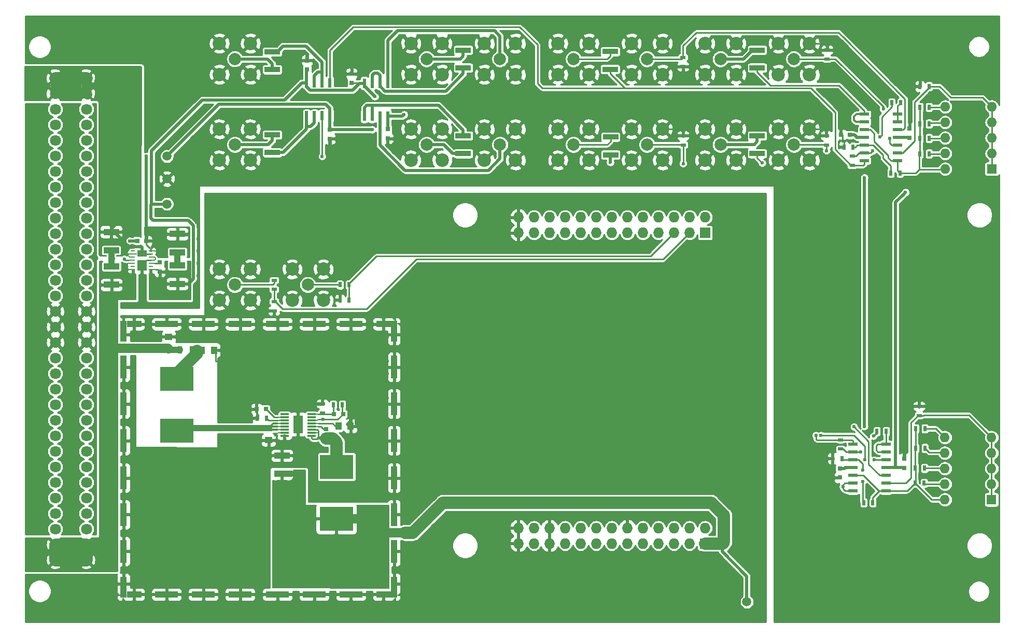
<source format=gbr>
G04 #@! TF.GenerationSoftware,KiCad,Pcbnew,(5.1.4)-1*
G04 #@! TF.CreationDate,2020-03-25T18:33:52+01:00*
G04 #@! TF.ProjectId,RedPitaya_IntStab,52656450-6974-4617-9961-5f496e745374,1.3.1*
G04 #@! TF.SameCoordinates,Original*
G04 #@! TF.FileFunction,Copper,L1,Top*
G04 #@! TF.FilePolarity,Positive*
%FSLAX46Y46*%
G04 Gerber Fmt 4.6, Leading zero omitted, Abs format (unit mm)*
G04 Created by KiCad (PCBNEW (5.1.4)-1) date 2020-03-25 18:33:52*
%MOMM*%
%LPD*%
G04 APERTURE LIST*
%ADD10R,1.500000X0.600000*%
%ADD11R,0.800000X0.750000*%
%ADD12R,1.400000X0.300000*%
%ADD13R,1.650000X2.850000*%
%ADD14R,0.500000X0.900000*%
%ADD15R,0.900000X0.500000*%
%ADD16R,5.500000X4.000000*%
%ADD17R,0.700000X1.300000*%
%ADD18C,1.800000*%
%ADD19R,2.500000X1.000000*%
%ADD20R,0.750000X0.800000*%
%ADD21R,1.000000X1.250000*%
%ADD22R,1.250000X1.000000*%
%ADD23C,2.200000*%
%ADD24C,2.000000*%
%ADD25R,2.500000X0.900000*%
%ADD26C,1.500000*%
%ADD27R,0.600000X1.550000*%
%ADD28O,1.727200X1.727200*%
%ADD29R,1.727200X1.727200*%
%ADD30R,1.600000X1.600000*%
%ADD31O,1.600000X1.600000*%
%ADD32R,1.650000X1.780000*%
%ADD33R,1.650000X1.070000*%
%ADD34R,0.700000X0.250000*%
%ADD35R,1.000000X0.250000*%
%ADD36R,1.000000X2.440000*%
%ADD37R,1.000000X3.800000*%
%ADD38R,2.440000X1.000000*%
%ADD39R,3.800000X1.000000*%
%ADD40R,1.000000X1.000000*%
%ADD41C,0.600000*%
%ADD42C,1.000000*%
%ADD43C,2.000000*%
%ADD44C,0.150000*%
%ADD45C,1.500000*%
%ADD46C,0.250000*%
%ADD47C,0.500000*%
%ADD48C,0.350000*%
%ADD49C,0.200000*%
%ADD50C,0.254000*%
G04 APERTURE END LIST*
D10*
X212400000Y-121160000D03*
X212400000Y-119890000D03*
X212400000Y-118620000D03*
X212400000Y-117350000D03*
X212400000Y-116080000D03*
X212400000Y-114810000D03*
X212400000Y-113540000D03*
X207000000Y-113540000D03*
X207000000Y-114810000D03*
X207000000Y-116080000D03*
X207000000Y-117350000D03*
X207000000Y-118620000D03*
X207000000Y-119890000D03*
X207000000Y-121160000D03*
D11*
X206550000Y-63000000D03*
X205050000Y-63000000D03*
D12*
X114200000Y-108650000D03*
X114200000Y-109150000D03*
X114200000Y-109650000D03*
X114200000Y-110150000D03*
X114200000Y-110650000D03*
X118600000Y-110650000D03*
X118600000Y-110150000D03*
X118600000Y-109650000D03*
X118600000Y-109150000D03*
X118600000Y-108650000D03*
X114200000Y-111150000D03*
X114200000Y-111650000D03*
X114200000Y-112150000D03*
X118600000Y-111150000D03*
X118600000Y-111650000D03*
X118600000Y-112150000D03*
D13*
X116400000Y-110300000D03*
D14*
X123650000Y-107100000D03*
X122150000Y-107100000D03*
D15*
X120400000Y-108450000D03*
X120400000Y-106950000D03*
D14*
X111250000Y-109300000D03*
X109750000Y-109300000D03*
D16*
X122700000Y-117250000D03*
X122700000Y-125750000D03*
X96600000Y-111350000D03*
X96600000Y-102850000D03*
D17*
X97150000Y-98100000D03*
X99050000Y-98100000D03*
D18*
X76760000Y-132470000D03*
X76760000Y-129930000D03*
X76760000Y-124850000D03*
X76760000Y-127390000D03*
X76760000Y-122310000D03*
X76760000Y-119770000D03*
X76760000Y-117230000D03*
X76760000Y-114690000D03*
X76760000Y-112150000D03*
X76760000Y-109610000D03*
X76760000Y-107070000D03*
X76760000Y-104530000D03*
X76760000Y-101990000D03*
X76760000Y-99450000D03*
X76760000Y-96910000D03*
X76760000Y-94370000D03*
X76760000Y-91830000D03*
X76760000Y-89290000D03*
X76760000Y-86750000D03*
X76760000Y-84210000D03*
X76760000Y-81670000D03*
X76760000Y-79130000D03*
X76760000Y-76590000D03*
X76760000Y-74050000D03*
X76760000Y-71510000D03*
X76760000Y-68970000D03*
X76760000Y-66430000D03*
X76760000Y-63890000D03*
X76760000Y-61350000D03*
X76760000Y-58810000D03*
X76760000Y-56270000D03*
X76760000Y-53730000D03*
X81840000Y-132470000D03*
X81840000Y-129930000D03*
X81840000Y-124850000D03*
X81840000Y-127390000D03*
X81840000Y-122310000D03*
X81840000Y-119770000D03*
X81840000Y-117230000D03*
X81840000Y-114690000D03*
X81840000Y-112150000D03*
X81840000Y-109610000D03*
X81840000Y-107070000D03*
X81840000Y-104530000D03*
X81840000Y-101990000D03*
X81840000Y-99450000D03*
X81840000Y-96910000D03*
X81840000Y-94370000D03*
X81840000Y-91830000D03*
X81840000Y-89290000D03*
X81840000Y-86750000D03*
X81840000Y-84210000D03*
X81840000Y-81670000D03*
X81840000Y-79130000D03*
X81840000Y-76590000D03*
X81840000Y-74050000D03*
X81840000Y-71510000D03*
X81840000Y-68970000D03*
X81840000Y-66430000D03*
X81840000Y-63890000D03*
X81840000Y-61350000D03*
X81840000Y-58810000D03*
X81840000Y-56270000D03*
X81840000Y-53730000D03*
D19*
X113800000Y-118400000D03*
X113800000Y-115400000D03*
D11*
X122250000Y-108600000D03*
X123750000Y-108600000D03*
D20*
X121000000Y-112550000D03*
X121000000Y-111050000D03*
D21*
X123000000Y-110600000D03*
X125000000Y-110600000D03*
D11*
X111150000Y-107800000D03*
X109650000Y-107800000D03*
D22*
X111600000Y-110900000D03*
X111600000Y-112900000D03*
D21*
X100700000Y-98200000D03*
X102700000Y-98200000D03*
D22*
X95300000Y-98000000D03*
X95300000Y-96000000D03*
D23*
X187930138Y-62065718D03*
X187930138Y-67145718D03*
X182850138Y-67145718D03*
X182850138Y-62065718D03*
D24*
X185390138Y-64605718D03*
D25*
X191390138Y-63155718D03*
X191390138Y-66055718D03*
D23*
X139930138Y-48065718D03*
X139930138Y-53145718D03*
X134850138Y-53145718D03*
X134850138Y-48065718D03*
D24*
X137390138Y-50605718D03*
D23*
X151930138Y-48065718D03*
X151930138Y-53145718D03*
X146850138Y-53145718D03*
X146850138Y-48065718D03*
D24*
X149390138Y-50605718D03*
D23*
X163930138Y-62065718D03*
X163930138Y-67145718D03*
X158850138Y-67145718D03*
X158850138Y-62065718D03*
D24*
X161390138Y-64605718D03*
D23*
X199930138Y-62065718D03*
X199930138Y-67145718D03*
X194850138Y-67145718D03*
X194850138Y-62065718D03*
D24*
X197390138Y-64605718D03*
D20*
X204900000Y-117500000D03*
X204900000Y-119000000D03*
X215425000Y-117450000D03*
X215425000Y-115950000D03*
D19*
X85950000Y-87500000D03*
X85950000Y-84500000D03*
X85950000Y-81900000D03*
X85950000Y-78900000D03*
D20*
X93850000Y-83850000D03*
X93850000Y-85350000D03*
D11*
X91650000Y-80350000D03*
X90150000Y-80350000D03*
D19*
X96700000Y-87350000D03*
X96700000Y-84350000D03*
X96700000Y-82200000D03*
X96700000Y-79200000D03*
D20*
X216250000Y-63475000D03*
X216250000Y-61975000D03*
D23*
X108640000Y-84960000D03*
X108640000Y-90040000D03*
X103560000Y-90040000D03*
X103560000Y-84960000D03*
D24*
X106100000Y-87500000D03*
D23*
X151930138Y-62065718D03*
X151930138Y-67145718D03*
X146850138Y-67145718D03*
X146850138Y-62065718D03*
D24*
X149390138Y-64605718D03*
D23*
X139930138Y-62065718D03*
X139930138Y-67145718D03*
X134850138Y-67145718D03*
X134850138Y-62065718D03*
D24*
X137390138Y-64605718D03*
D23*
X187930138Y-48065718D03*
X187930138Y-53145718D03*
X182850138Y-53145718D03*
X182850138Y-48065718D03*
D24*
X185390138Y-50605718D03*
D23*
X175930138Y-48065718D03*
X175930138Y-53145718D03*
X170850138Y-53145718D03*
X170850138Y-48065718D03*
D24*
X173390138Y-50605718D03*
D20*
X125150000Y-54525000D03*
X125150000Y-53025000D03*
X131050000Y-62100000D03*
X131050000Y-63600000D03*
D25*
X143390138Y-66055718D03*
X143390138Y-63155718D03*
D23*
X199930138Y-48065718D03*
X199930138Y-53145718D03*
X194850138Y-53145718D03*
X194850138Y-48065718D03*
D24*
X197390138Y-50605718D03*
D23*
X163930138Y-48065718D03*
X163930138Y-53145718D03*
X158850138Y-53145718D03*
X158850138Y-48065718D03*
D24*
X161390138Y-50605718D03*
D23*
X120540000Y-84960000D03*
X120540000Y-90040000D03*
X115460000Y-90040000D03*
X115460000Y-84960000D03*
D24*
X118000000Y-87500000D03*
D14*
X208775000Y-123100000D03*
X210275000Y-123100000D03*
X210950000Y-111450000D03*
X212450000Y-111450000D03*
X213200000Y-69250000D03*
X214700000Y-69250000D03*
X214850000Y-57750000D03*
X213350000Y-57750000D03*
X203700000Y-115875000D03*
X205200000Y-115875000D03*
X205550000Y-65000000D03*
X207050000Y-65000000D03*
D25*
X191390138Y-49155718D03*
X191390138Y-52055718D03*
D15*
X205000000Y-112825000D03*
X205000000Y-114325000D03*
X206900000Y-66500000D03*
X206900000Y-68000000D03*
D25*
X143390138Y-49155718D03*
X143390138Y-52055718D03*
D10*
X214300000Y-67250000D03*
X214300000Y-65980000D03*
X214300000Y-64710000D03*
X214300000Y-63440000D03*
X214300000Y-62170000D03*
X214300000Y-60900000D03*
X214300000Y-59630000D03*
X208900000Y-59630000D03*
X208900000Y-60900000D03*
X208900000Y-62170000D03*
X208900000Y-63440000D03*
X208900000Y-64710000D03*
X208900000Y-65980000D03*
X208900000Y-67250000D03*
D23*
X175930138Y-62065718D03*
X175930138Y-67145718D03*
X170850138Y-67145718D03*
X170850138Y-62065718D03*
D24*
X173390138Y-64605718D03*
D15*
X202700000Y-64650000D03*
X202700000Y-63150000D03*
X179300000Y-64650000D03*
X179300000Y-63150000D03*
X202800000Y-50625000D03*
X202800000Y-49125000D03*
X179275000Y-50350000D03*
X179275000Y-51850000D03*
D26*
X189700000Y-139300000D03*
X95000000Y-74300000D03*
X95000000Y-66500000D03*
X95000000Y-70200000D03*
D14*
X217250000Y-114200000D03*
X218750000Y-114200000D03*
X217200000Y-117475000D03*
X218700000Y-117475000D03*
X217150000Y-119900000D03*
X218650000Y-119900000D03*
X217950000Y-61200000D03*
X219450000Y-61200000D03*
D15*
X112500000Y-90250000D03*
X112500000Y-91750000D03*
D14*
X124750000Y-90000000D03*
X123250000Y-90000000D03*
D25*
X167450000Y-63375000D03*
X167450000Y-66275000D03*
X167375000Y-49400000D03*
X167375000Y-52300000D03*
D14*
X217250000Y-111000000D03*
X218750000Y-111000000D03*
X217950000Y-58500000D03*
X219450000Y-58500000D03*
X217950000Y-63575000D03*
X219450000Y-63575000D03*
X217950000Y-66100000D03*
X219450000Y-66100000D03*
D27*
X127245000Y-59975000D03*
X128515000Y-59975000D03*
X129785000Y-59975000D03*
X131055000Y-59975000D03*
X131055000Y-54575000D03*
X129785000Y-54575000D03*
X128515000Y-54575000D03*
X127245000Y-54575000D03*
D28*
X152397000Y-76467000D03*
X152397000Y-79007000D03*
X154937000Y-76467000D03*
X154937000Y-79007000D03*
X157477000Y-76467000D03*
X157477000Y-79007000D03*
X160017000Y-76467000D03*
X160017000Y-79007000D03*
X162557000Y-76467000D03*
X162557000Y-79007000D03*
X165097000Y-76467000D03*
X165097000Y-79007000D03*
X167637000Y-79007000D03*
X170177000Y-76467000D03*
X170177000Y-79007000D03*
X167637000Y-76467000D03*
X172717000Y-76467000D03*
X172717000Y-79007000D03*
X175257000Y-76467000D03*
X175257000Y-79007000D03*
X177797000Y-76467000D03*
X177797000Y-79007000D03*
X180337000Y-76467000D03*
X180337000Y-79007000D03*
X182877000Y-76467000D03*
D29*
X182877000Y-79007000D03*
D28*
X152387000Y-127227000D03*
X152387000Y-129767000D03*
X154927000Y-127227000D03*
X154927000Y-129767000D03*
X157467000Y-127227000D03*
X157467000Y-129767000D03*
X160007000Y-127227000D03*
X160007000Y-129767000D03*
X162547000Y-127227000D03*
X162547000Y-129767000D03*
X165087000Y-127227000D03*
X165087000Y-129767000D03*
X167627000Y-127227000D03*
X167627000Y-129767000D03*
X170167000Y-127227000D03*
X170167000Y-129767000D03*
X172707000Y-127227000D03*
X172707000Y-129767000D03*
X175247000Y-127227000D03*
X175247000Y-129767000D03*
X177787000Y-127227000D03*
X177787000Y-129767000D03*
X180327000Y-127227000D03*
X180327000Y-129767000D03*
X182867000Y-127227000D03*
D29*
X182867000Y-129767000D03*
D15*
X112500000Y-88250000D03*
X112500000Y-86750000D03*
D14*
X124750000Y-87500000D03*
X123250000Y-87500000D03*
D30*
X229650000Y-122600000D03*
D31*
X222030000Y-112440000D03*
X229650000Y-120060000D03*
X222030000Y-114980000D03*
X229650000Y-117520000D03*
X222030000Y-117520000D03*
X229650000Y-114980000D03*
X222030000Y-120060000D03*
X229650000Y-112440000D03*
X222030000Y-122600000D03*
D30*
X229700000Y-68580000D03*
D31*
X222080000Y-58420000D03*
X229700000Y-66040000D03*
X222080000Y-60960000D03*
X229700000Y-63500000D03*
X222080000Y-63500000D03*
X229700000Y-60960000D03*
X222080000Y-66040000D03*
X229700000Y-58420000D03*
X222080000Y-68580000D03*
D15*
X217850000Y-107350000D03*
X217850000Y-108850000D03*
D14*
X217950000Y-55100000D03*
X219450000Y-55100000D03*
D32*
X90900000Y-84320000D03*
D33*
X90900000Y-82355000D03*
D34*
X89450000Y-85000000D03*
X89450000Y-84500000D03*
X89450000Y-84000000D03*
X89450000Y-83500000D03*
X89450000Y-83000000D03*
D35*
X89600000Y-82500000D03*
D34*
X89450000Y-82000000D03*
X92350000Y-82000000D03*
X92350000Y-82500000D03*
X92350000Y-83000000D03*
D35*
X92200000Y-83500000D03*
D34*
X92350000Y-84000000D03*
X92350000Y-84500000D03*
X92350000Y-85000000D03*
D20*
X117900000Y-50850000D03*
X117900000Y-52350000D03*
X121600000Y-62150000D03*
X121600000Y-63650000D03*
D23*
X108640000Y-62060000D03*
X108640000Y-67140000D03*
X103560000Y-67140000D03*
X103560000Y-62060000D03*
D24*
X106100000Y-64600000D03*
X106100000Y-50600000D03*
D23*
X103560000Y-48060000D03*
X103560000Y-53140000D03*
X108640000Y-53140000D03*
X108640000Y-48060000D03*
D25*
X112200000Y-63000000D03*
X112200000Y-65900000D03*
X112200000Y-49450000D03*
X112200000Y-52350000D03*
D27*
X117795000Y-54500000D03*
X119065000Y-54500000D03*
X120335000Y-54500000D03*
X121605000Y-54500000D03*
X121605000Y-59900000D03*
X120335000Y-59900000D03*
X119065000Y-59900000D03*
X117795000Y-59900000D03*
D36*
X132090000Y-136370000D03*
X87910000Y-136370000D03*
D37*
X132090000Y-131050000D03*
X87910000Y-131050000D03*
X132090000Y-125050000D03*
X87910000Y-125050000D03*
X132090000Y-119050000D03*
X87910000Y-119050000D03*
X132090000Y-112950000D03*
X87910000Y-112950000D03*
X132090000Y-106950000D03*
X87910000Y-106950000D03*
X132090000Y-100950000D03*
X87910000Y-100950000D03*
D36*
X132090000Y-95630000D03*
X87910000Y-95630000D03*
D38*
X130370000Y-138090000D03*
X130370000Y-93910000D03*
D39*
X125050000Y-138090000D03*
X125050000Y-93910000D03*
X119050000Y-138090000D03*
X119050000Y-93910000D03*
X113050000Y-138090000D03*
X113050000Y-93910000D03*
X106950000Y-138090000D03*
X106950000Y-93910000D03*
X100950000Y-138090000D03*
X100950000Y-93910000D03*
X94950000Y-138090000D03*
X94950000Y-93910000D03*
D38*
X89630000Y-138090000D03*
X89630000Y-93910000D03*
D40*
X87910000Y-138090000D03*
X132090000Y-138090000D03*
X132090000Y-93910000D03*
X87910000Y-93910000D03*
D41*
X216250000Y-60850000D03*
X126275000Y-53000000D03*
X131050000Y-64875000D03*
X204900000Y-119000000D03*
X115800000Y-112800000D03*
X111000000Y-115000000D03*
X115800000Y-116900000D03*
X117100000Y-116900000D03*
X117100000Y-115600000D03*
X115800000Y-115600000D03*
X115800000Y-114300000D03*
X117100000Y-114300000D03*
X117100000Y-112800000D03*
X89730000Y-138090000D03*
X88010000Y-136370000D03*
X130470000Y-138090000D03*
X132190000Y-136370000D03*
X132190000Y-95630000D03*
X130470000Y-93910000D03*
X88010000Y-95630000D03*
X89730000Y-93910000D03*
X125150000Y-138090000D03*
X132190000Y-100950000D03*
X132190000Y-93910000D03*
X125150000Y-93910000D03*
X119100000Y-93900000D03*
X113150000Y-93910000D03*
X107000000Y-93900000D03*
X101050000Y-93910000D03*
X95100000Y-93900000D03*
X88010000Y-93910000D03*
X88000000Y-100900000D03*
X88010000Y-106950000D03*
X88000000Y-112900000D03*
X88010000Y-119050000D03*
X87900000Y-125100000D03*
X88010000Y-131050000D03*
X88100000Y-138000000D03*
X95050000Y-138090000D03*
X101000000Y-138100000D03*
X107050000Y-138090000D03*
X113100000Y-138200000D03*
X119150000Y-138090000D03*
X132190000Y-138090000D03*
X132200000Y-131100000D03*
X132190000Y-125050000D03*
X132200000Y-119100000D03*
X132190000Y-112950000D03*
X132200000Y-107000000D03*
X116800000Y-111300000D03*
X116000000Y-111300000D03*
X116800000Y-110300000D03*
X116000000Y-110300000D03*
X116800000Y-109300000D03*
X116000000Y-109300000D03*
X203575000Y-117275000D03*
X90500000Y-83900000D03*
X86000000Y-83200000D03*
X96700000Y-83300000D03*
X125000000Y-108200000D03*
X127000000Y-108200000D03*
X129000000Y-108200000D03*
X113900000Y-117000000D03*
X111000000Y-131000000D03*
X111000000Y-133000000D03*
X111000000Y-135000000D03*
X111000000Y-117000000D03*
X111000000Y-119000000D03*
X111000000Y-121000000D03*
X111000000Y-123000000D03*
X111000000Y-125000000D03*
X111000000Y-127000000D03*
X111000000Y-129000000D03*
X109000000Y-135000000D03*
X109000000Y-133000000D03*
X109000000Y-131000000D03*
X109000000Y-129000000D03*
X109000000Y-127000000D03*
X109000000Y-125000000D03*
X109000000Y-123000000D03*
X109000000Y-121000000D03*
X109000000Y-119200000D03*
X109000000Y-117000000D03*
X109000000Y-115000000D03*
X107000000Y-115000000D03*
X107000000Y-117000000D03*
X107000000Y-119000000D03*
X107000000Y-121000000D03*
X107000000Y-123000000D03*
X107000000Y-125000000D03*
X107000000Y-127000000D03*
X107000000Y-129000000D03*
X107000000Y-131000000D03*
X107000000Y-133000000D03*
X107000000Y-135000000D03*
X105000000Y-135000000D03*
X105000000Y-133000000D03*
X105000000Y-131000000D03*
X105000000Y-129000000D03*
X105000000Y-127000000D03*
X105000000Y-125000000D03*
X105000000Y-123000000D03*
X105000000Y-121000000D03*
X105000000Y-119000000D03*
X105000000Y-117000000D03*
X103000000Y-117000000D03*
X103000000Y-119000000D03*
X103000000Y-121000000D03*
X103000000Y-123000000D03*
X103000000Y-125000000D03*
X103000000Y-127000000D03*
X103000000Y-129000000D03*
X103000000Y-131000000D03*
X103000000Y-133000000D03*
X103000000Y-135000000D03*
X101000000Y-135000000D03*
X101000000Y-133000000D03*
X101000000Y-131000000D03*
X101000000Y-129000000D03*
X101000000Y-127000000D03*
X101000000Y-125000000D03*
X101000000Y-123000000D03*
X101000000Y-121000000D03*
X101000000Y-119000000D03*
X101000000Y-117000000D03*
X99000000Y-117000000D03*
X99000000Y-119000000D03*
X99000000Y-121000000D03*
X99000000Y-123000000D03*
X99000000Y-125000000D03*
X99000000Y-127000000D03*
X99000000Y-129000000D03*
X99000000Y-131000000D03*
X99000000Y-133000000D03*
X99000000Y-135000000D03*
X97000000Y-135000000D03*
X97000000Y-133000000D03*
X97000000Y-131000000D03*
X97000000Y-129000000D03*
X97000000Y-127000000D03*
X97000000Y-125000000D03*
X95000000Y-125000000D03*
X95000000Y-127000000D03*
X95000000Y-129000000D03*
X95000000Y-131000000D03*
X95000000Y-133000000D03*
X95000000Y-135000000D03*
X93000000Y-135000000D03*
X93000000Y-133000000D03*
X93000000Y-131000000D03*
X93000000Y-129000000D03*
X93000000Y-127000000D03*
X93000000Y-125000000D03*
X93000000Y-123000000D03*
X95000000Y-123000000D03*
X97000000Y-123000000D03*
X97000000Y-121000000D03*
X97000000Y-119000000D03*
X97000000Y-117000000D03*
X97000000Y-115000000D03*
X99000000Y-115000000D03*
X101000000Y-115000000D03*
X103000000Y-115000000D03*
X105000000Y-115000000D03*
X95000000Y-115000000D03*
X95000000Y-117000000D03*
X95000000Y-119000000D03*
X95000000Y-121000000D03*
X93000000Y-121000000D03*
X93000000Y-119000000D03*
X93000000Y-117000000D03*
X93000000Y-115000000D03*
X91000000Y-115000000D03*
X91000000Y-117000000D03*
X91000000Y-119000000D03*
X91000000Y-121000000D03*
X91000000Y-123000000D03*
X91000000Y-125000000D03*
X91000000Y-127000000D03*
X91000000Y-129000000D03*
X91000000Y-131000000D03*
X91000000Y-133000000D03*
X91000000Y-135000000D03*
X105000000Y-106000000D03*
X107000000Y-106000000D03*
X109000000Y-106000000D03*
X111000000Y-106000000D03*
X113000000Y-106000000D03*
X115000000Y-106000000D03*
X117000000Y-106000000D03*
X119000000Y-106000000D03*
X121000000Y-106000000D03*
X123000000Y-106000000D03*
X125000000Y-106000000D03*
X127000000Y-106000000D03*
X129000000Y-106000000D03*
X131000000Y-106000000D03*
X131000000Y-104000000D03*
X129000000Y-104000000D03*
X127000000Y-104000000D03*
X125000000Y-104000000D03*
X123000000Y-104000000D03*
X121000000Y-104000000D03*
X119000000Y-104000000D03*
X117000000Y-104000000D03*
X115000000Y-104000000D03*
X113000000Y-104000000D03*
X111000000Y-104000000D03*
X109000000Y-104000000D03*
X107000000Y-104000000D03*
X105000000Y-104000000D03*
X105000000Y-102000000D03*
X107000000Y-102000000D03*
X109000000Y-102000000D03*
X111000000Y-102000000D03*
X113000000Y-102000000D03*
X115000000Y-102000000D03*
X117000000Y-102000000D03*
X119000000Y-102000000D03*
X121000000Y-102000000D03*
X123000000Y-102000000D03*
X125000000Y-102000000D03*
X127000000Y-102000000D03*
X129000000Y-102000000D03*
X131000000Y-102000000D03*
X131000000Y-100000000D03*
X129000000Y-100000000D03*
X127000000Y-100000000D03*
X125000000Y-100000000D03*
X123000000Y-100000000D03*
X121000000Y-100000000D03*
X119000000Y-100000000D03*
X117000000Y-100000000D03*
X115000000Y-100000000D03*
X113000000Y-100000000D03*
X111000000Y-100000000D03*
X109000000Y-100000000D03*
X107000000Y-100000000D03*
X105000000Y-100000000D03*
X105000000Y-98000000D03*
X107000000Y-98000000D03*
X109000000Y-98000000D03*
X111000000Y-98000000D03*
X113000000Y-98000000D03*
X115000000Y-98000000D03*
X117000000Y-98000000D03*
X119000000Y-98000000D03*
X121000000Y-98000000D03*
X123000000Y-98000000D03*
X125000000Y-98000000D03*
X127000000Y-98000000D03*
X129000000Y-98000000D03*
X131000000Y-98000000D03*
X131000000Y-96000000D03*
X129000000Y-96000000D03*
X127000000Y-96000000D03*
X125000000Y-96000000D03*
X123000000Y-96000000D03*
X121000000Y-96000000D03*
X119000000Y-96000000D03*
X117000000Y-96000000D03*
X115000000Y-96000000D03*
X113000000Y-96000000D03*
X111000000Y-96000000D03*
X109000000Y-96000000D03*
X107000000Y-96000000D03*
X105000000Y-96000000D03*
X103000000Y-96000000D03*
X119000000Y-107000000D03*
X117000000Y-107000000D03*
X115000000Y-107000000D03*
X113000000Y-107000000D03*
X114000000Y-107700000D03*
X116100000Y-107800000D03*
X118100000Y-107800000D03*
X109000000Y-113000000D03*
X109000000Y-112000000D03*
X205400000Y-64000000D03*
X215400000Y-114700000D03*
X117900000Y-49800000D03*
X121600000Y-64900000D03*
X112800000Y-112000000D03*
X114200000Y-112800000D03*
X91300000Y-83900000D03*
X91300000Y-84700000D03*
X90500000Y-84700000D03*
X118300000Y-114300000D03*
X118500000Y-115500000D03*
X127000000Y-109500000D03*
X127050000Y-110500000D03*
X127000000Y-111500000D03*
X127000000Y-112500000D03*
X126000000Y-112500000D03*
X125000000Y-112500000D03*
X129000000Y-110500000D03*
X129000000Y-112500000D03*
X129000000Y-114500000D03*
X129000000Y-116500000D03*
X129000000Y-118500000D03*
X129000000Y-120500000D03*
X129000000Y-122500000D03*
X127000000Y-122500000D03*
X127000000Y-120500000D03*
X127000000Y-118500000D03*
X127000000Y-116500000D03*
X127000000Y-114500000D03*
X125000000Y-114500000D03*
X125000000Y-122500000D03*
X123000000Y-122500000D03*
X121000000Y-122500000D03*
X119000000Y-122500000D03*
X119000000Y-120500000D03*
X121000000Y-120500000D03*
X123000000Y-120500000D03*
X125000000Y-120500000D03*
X119000000Y-118500000D03*
X91000000Y-86000000D03*
X91000000Y-87000000D03*
X91000000Y-88000000D03*
X91000000Y-89000000D03*
X91000000Y-90000000D03*
X100000000Y-89500000D03*
X100000000Y-88000000D03*
X100050000Y-86000000D03*
X100050000Y-84000000D03*
X100050000Y-82000000D03*
X100050000Y-80000000D03*
X100050000Y-78007147D03*
X100000000Y-76000000D03*
X100000000Y-74000000D03*
X100000000Y-72000000D03*
X101000000Y-71000000D03*
X103000000Y-71000000D03*
X105000000Y-71000000D03*
X107000000Y-71000000D03*
X109000000Y-71000000D03*
X111000000Y-71000000D03*
X113000000Y-71000000D03*
X115000000Y-71000000D03*
X117500000Y-71000000D03*
X119500000Y-71000000D03*
X121500000Y-71000000D03*
X123500000Y-71000000D03*
X125500000Y-71000000D03*
X127500000Y-71000000D03*
X129500000Y-71000000D03*
X131500000Y-71000000D03*
X133500000Y-71000000D03*
X135500000Y-71000000D03*
X137500000Y-71000000D03*
X139500000Y-71000000D03*
X141500000Y-71000000D03*
X145500000Y-71000000D03*
X100000000Y-71000000D03*
X100000000Y-91000000D03*
X93500000Y-91000000D03*
X89500000Y-91000000D03*
X88000006Y-91000000D03*
X91000000Y-91000000D03*
X98000000Y-91000000D03*
X96000000Y-91000000D03*
X143500000Y-71000000D03*
X147500000Y-71000000D03*
X149500000Y-71000000D03*
X151500000Y-71000000D03*
X153500000Y-71000000D03*
X155500000Y-71000000D03*
X157500000Y-71000000D03*
X159500000Y-71000000D03*
X161500000Y-71000000D03*
X163500000Y-71000000D03*
X165500000Y-71000000D03*
X167500000Y-71000000D03*
X169500000Y-71000000D03*
X171500000Y-71000000D03*
X173500000Y-71000000D03*
X175500000Y-71000000D03*
X177500000Y-71000000D03*
X179500000Y-71000000D03*
X181500000Y-71000000D03*
X183500000Y-71000000D03*
X185500000Y-71000000D03*
X187500000Y-71000000D03*
X189500000Y-71000000D03*
X191500000Y-71000000D03*
X193500000Y-71000000D03*
X194500000Y-71000000D03*
X194500000Y-72000000D03*
X194500000Y-74000000D03*
X194500000Y-76000000D03*
X194500000Y-78000000D03*
X194500000Y-80000000D03*
X194500000Y-82000000D03*
X194500000Y-84000000D03*
X194500000Y-86000000D03*
X194500000Y-88000000D03*
X194500000Y-90000000D03*
X194500000Y-92000000D03*
X194500000Y-94000000D03*
X194500000Y-96000000D03*
X194500000Y-98000000D03*
X194500000Y-100000000D03*
X194500000Y-102000000D03*
X194500000Y-104000000D03*
X194500000Y-106000000D03*
X194500000Y-108000000D03*
X194500000Y-110000000D03*
X194500000Y-112000000D03*
X194500000Y-114000000D03*
X194500000Y-116000000D03*
X194500000Y-118000000D03*
X194500000Y-120000000D03*
X194500000Y-122000000D03*
X194500000Y-124000000D03*
X194500000Y-126000000D03*
X194500000Y-128000000D03*
X194500000Y-130000000D03*
X194500000Y-132000000D03*
X194500000Y-134000000D03*
X194500000Y-136000000D03*
X194500000Y-138000000D03*
X194500000Y-140000000D03*
X194500000Y-142000000D03*
X88000000Y-92750000D03*
X90000000Y-92750000D03*
X92000000Y-92750000D03*
X94000000Y-92750000D03*
X96000000Y-92750000D03*
X98000000Y-92750000D03*
X100000000Y-92750000D03*
X101500000Y-92750000D03*
X101500000Y-90750000D03*
X101500000Y-88750000D03*
X101500000Y-86750000D03*
X101500000Y-84750000D03*
X101500000Y-82750000D03*
X101500000Y-80750000D03*
X101500000Y-78750000D03*
X101500000Y-76750000D03*
X101500000Y-74750000D03*
X101500000Y-72750000D03*
X103500000Y-72750000D03*
X105500000Y-72750000D03*
X107500000Y-72750000D03*
X109500000Y-72750000D03*
X111500000Y-72750000D03*
X113500000Y-72750000D03*
X115500000Y-72750000D03*
X117500000Y-72750000D03*
X119500000Y-72750000D03*
X121500000Y-72750000D03*
X123500000Y-72750000D03*
X125500000Y-72750000D03*
X127500000Y-72750000D03*
X129500000Y-72750000D03*
X131500000Y-72750000D03*
X133500000Y-72750000D03*
X135500000Y-72750000D03*
X137500000Y-72750000D03*
X139500000Y-72750000D03*
X141500000Y-72750000D03*
X143500000Y-72750000D03*
X145500000Y-72750000D03*
X147500000Y-72750000D03*
X149500000Y-72750000D03*
X151500000Y-72750000D03*
X153500000Y-72750000D03*
X155500000Y-72750000D03*
X157500000Y-72750000D03*
X159500000Y-72750000D03*
X161500000Y-72750000D03*
X163500000Y-72750000D03*
X165500000Y-72750000D03*
X167500000Y-72750000D03*
X169500000Y-72750000D03*
X171500000Y-72750000D03*
X173500000Y-72750000D03*
X175500000Y-72750000D03*
X177500000Y-72750000D03*
X179500000Y-72750000D03*
X181500000Y-72750000D03*
X183500000Y-72750000D03*
X185500000Y-72750000D03*
X187500000Y-72750000D03*
X189500000Y-72750000D03*
X191500000Y-72750000D03*
X192500000Y-74000000D03*
X192500000Y-72750000D03*
X192500000Y-76000000D03*
X192500000Y-78000000D03*
X192500000Y-80000000D03*
X192500000Y-82000000D03*
X192500000Y-84000000D03*
X192500000Y-86000000D03*
X192500000Y-88000000D03*
X192500000Y-90000000D03*
X192500000Y-92000000D03*
X192500000Y-94000000D03*
X192500000Y-96000000D03*
X192500000Y-98000000D03*
X192500000Y-100000000D03*
X192500000Y-102000000D03*
X192500000Y-104000000D03*
X192500000Y-106000000D03*
X192500000Y-108000000D03*
X192500000Y-110000000D03*
X192500000Y-112000000D03*
X192500000Y-114000000D03*
X192500000Y-116000000D03*
X192500000Y-118000000D03*
X192500000Y-120000000D03*
X192500000Y-122000000D03*
X192500000Y-124000000D03*
X192500000Y-126000000D03*
X192500000Y-128000000D03*
X192500000Y-130000000D03*
X192500000Y-132000000D03*
X192500000Y-134000000D03*
X192500000Y-136000000D03*
X192500000Y-138000000D03*
X192500000Y-140000000D03*
X192500000Y-142000000D03*
X216600000Y-55100000D03*
X217850000Y-105700000D03*
X128950000Y-56750000D03*
X215540002Y-63440000D03*
X215600000Y-72400000D03*
X128500000Y-62150000D03*
X208900001Y-110624999D03*
X208900000Y-70000000D03*
X133699999Y-59700000D03*
X205850006Y-117350000D03*
X91649998Y-66500000D03*
X207699990Y-63400000D03*
X207200000Y-110700000D03*
X202700000Y-65600000D03*
X205400000Y-120500000D03*
X192200000Y-67600000D03*
X120500000Y-109500000D03*
X117000000Y-118400000D03*
X88100000Y-83300000D03*
X88950000Y-80350000D03*
X210500000Y-116100000D03*
X208975000Y-116100000D03*
X179300000Y-67700000D03*
X201775012Y-112100009D03*
X213025000Y-63550000D03*
X211975000Y-58800000D03*
X208619820Y-119604008D03*
X208625000Y-117800000D03*
X208250000Y-114775000D03*
X210383051Y-112202200D03*
X211425000Y-63350000D03*
X210275000Y-65625000D03*
X167400000Y-67500000D03*
X120335000Y-66535000D03*
X200975011Y-112099994D03*
D42*
X97150000Y-98100000D02*
X95400000Y-98100000D01*
D43*
X76760000Y-129930000D02*
X76760000Y-132470000D01*
X76760000Y-132470000D02*
X81840000Y-132470000D01*
X81840000Y-132470000D02*
X81840000Y-129930000D01*
X81840000Y-129930000D02*
X76760000Y-129930000D01*
X76760000Y-129930000D02*
X81840000Y-129930000D01*
X81840000Y-129930000D02*
X82110000Y-130200000D01*
X82110000Y-130200000D02*
X84700000Y-130200000D01*
X84700000Y-130200000D02*
X85000000Y-129900000D01*
X85000000Y-129900000D02*
X85000000Y-110000000D01*
X85000000Y-110000000D02*
X85000000Y-103900000D01*
X85000000Y-103900000D02*
X85000000Y-97900000D01*
D42*
X81840000Y-129930000D02*
X82220000Y-129550000D01*
D44*
X89450000Y-84000000D02*
X88800000Y-84000000D01*
X89450000Y-84000000D02*
X88500000Y-84000000D01*
X88500000Y-84000000D02*
X88400000Y-84100000D01*
X89450000Y-85000000D02*
X88600000Y-85000000D01*
D45*
X95200000Y-97900000D02*
X95300000Y-98000000D01*
X85000000Y-97900000D02*
X95200000Y-97900000D01*
D46*
X179275000Y-51850000D02*
X177225856Y-51850000D01*
X177225856Y-51850000D02*
X175930138Y-53145718D01*
X202800000Y-49125000D02*
X202800000Y-48625000D01*
X201485772Y-48065718D02*
X199930138Y-48065718D01*
X202800000Y-48625000D02*
X202240718Y-48065718D01*
X202240718Y-48065718D02*
X201485772Y-48065718D01*
X216250000Y-61975000D02*
X216250000Y-60850000D01*
X125150000Y-53025000D02*
X126250000Y-53025000D01*
X126250000Y-53025000D02*
X126275000Y-53000000D01*
X131050000Y-63600000D02*
X131050000Y-64875000D01*
X91312500Y-83855000D02*
X91667500Y-83500000D01*
X91667500Y-83500000D02*
X92350000Y-83500000D01*
X116400000Y-112200000D02*
X115800000Y-112800000D01*
X116400000Y-110300000D02*
X116400000Y-112200000D01*
X109100000Y-121500000D02*
X111100000Y-121500000D01*
X109000000Y-121400000D02*
X109100000Y-121500000D01*
X111000000Y-119200000D02*
X109000000Y-119200000D01*
X109000000Y-116900000D02*
X111000000Y-116900000D01*
X111000000Y-115000000D02*
X109000000Y-115000000D01*
X115700000Y-117000000D02*
X113900000Y-117000000D01*
X115800000Y-116900000D02*
X115700000Y-117000000D01*
X117100000Y-115600000D02*
X117100000Y-116900000D01*
X115800000Y-114300000D02*
X115800000Y-115600000D01*
X117100000Y-112800000D02*
X117100000Y-114300000D01*
X125150000Y-138150000D02*
X125150000Y-138090000D01*
X119100000Y-93900000D02*
X119110000Y-93910000D01*
X119110000Y-93910000D02*
X119150000Y-93910000D01*
X107000000Y-93900000D02*
X107010000Y-93910000D01*
X107010000Y-93910000D02*
X107050000Y-93910000D01*
X95100000Y-93900000D02*
X95090000Y-93910000D01*
X95090000Y-93910000D02*
X95050000Y-93910000D01*
X88000000Y-100900000D02*
X88010000Y-100910000D01*
X88010000Y-100910000D02*
X88010000Y-100950000D01*
X88000000Y-112900000D02*
X88010000Y-112910000D01*
X88010000Y-112910000D02*
X88010000Y-112950000D01*
X87900000Y-125100000D02*
X87950000Y-125050000D01*
X87950000Y-125050000D02*
X88010000Y-125050000D01*
X88100000Y-138000000D02*
X88010000Y-138090000D01*
X101000000Y-138100000D02*
X101010000Y-138090000D01*
X101010000Y-138090000D02*
X101050000Y-138090000D01*
X113100000Y-138200000D02*
X113150000Y-138150000D01*
X113150000Y-138150000D02*
X113150000Y-138090000D01*
X125100000Y-138200000D02*
X125150000Y-138150000D01*
X132200000Y-131100000D02*
X132190000Y-131090000D01*
X132190000Y-131090000D02*
X132190000Y-131050000D01*
X132200000Y-119100000D02*
X132190000Y-119090000D01*
X132190000Y-119090000D02*
X132190000Y-119050000D01*
X132200000Y-106600000D02*
X132190000Y-106610000D01*
X132190000Y-106610000D02*
X132190000Y-106650000D01*
X120400000Y-106900000D02*
X120400000Y-106950000D01*
X109750000Y-109300000D02*
X109750000Y-107900000D01*
X109750000Y-107900000D02*
X109650000Y-107800000D01*
X116800000Y-111300000D02*
X116400000Y-110900000D01*
X116400000Y-110900000D02*
X116400000Y-110300000D01*
X116000000Y-111300000D02*
X116400000Y-110900000D01*
X116400000Y-110900000D02*
X116400000Y-110300000D01*
X116800000Y-110300000D02*
X116700000Y-110400000D01*
X116700000Y-110400000D02*
X116400000Y-110300000D01*
X116000000Y-110300000D02*
X116100000Y-110400000D01*
X116100000Y-110400000D02*
X116400000Y-110300000D01*
X116800000Y-109300000D02*
X116400000Y-109800000D01*
X116400000Y-109800000D02*
X116400000Y-110300000D01*
X116000000Y-109300000D02*
X116400000Y-109700000D01*
X116400000Y-109700000D02*
X116400000Y-110300000D01*
X202700000Y-63100000D02*
X202725000Y-63125000D01*
X202700000Y-62600000D02*
X202700000Y-63100000D01*
X199930138Y-62065718D02*
X202165718Y-62065718D01*
X202165718Y-62065718D02*
X202700000Y-62600000D01*
X179300000Y-62650000D02*
X179300000Y-63150000D01*
X178715718Y-62065718D02*
X179300000Y-62650000D01*
X175930138Y-62065718D02*
X178715718Y-62065718D01*
X203700000Y-115875000D02*
X203700000Y-117150000D01*
X203700000Y-117150000D02*
X203575000Y-117275000D01*
D42*
X85950000Y-83150000D02*
X86000000Y-83200000D01*
X85950000Y-81900000D02*
X85950000Y-83150000D01*
X85950000Y-83250000D02*
X86000000Y-83200000D01*
X85950000Y-84500000D02*
X85950000Y-83250000D01*
X96700000Y-82200000D02*
X96700000Y-83300000D01*
X96700000Y-84350000D02*
X96700000Y-83300000D01*
D47*
X124500000Y-110300000D02*
X124950000Y-109850000D01*
X124950000Y-109850000D02*
X124950000Y-107900000D01*
X125950000Y-107900000D02*
X127000000Y-107900000D01*
X128100000Y-107900000D02*
X129050000Y-107900000D01*
X128150000Y-108850000D02*
X127000000Y-108850000D01*
X125950000Y-108850000D02*
X125950000Y-110200000D01*
X130000000Y-110200000D02*
X129150000Y-110200000D01*
X129400000Y-109100000D02*
X130100000Y-109800000D01*
X120400000Y-106950000D02*
X118950000Y-106950000D01*
X118950000Y-106950000D02*
X118800000Y-107100000D01*
X118800000Y-107100000D02*
X118800000Y-107800000D01*
X118100000Y-107800000D02*
X117200000Y-107800000D01*
X116000000Y-107700000D02*
X115100000Y-107700000D01*
X114000000Y-107700000D02*
X112400000Y-107700000D01*
D46*
X126000000Y-109200000D02*
X126000000Y-109624264D01*
X126000000Y-109624264D02*
X126000000Y-110200000D01*
X126000000Y-110200000D02*
X127050000Y-110200000D01*
D47*
X127050000Y-110200000D02*
X128000000Y-110200000D01*
X128000000Y-110200000D02*
X128150000Y-110200000D01*
D46*
X128000000Y-111200000D02*
X127000000Y-111200000D01*
X111000000Y-125000000D02*
X111000000Y-126000000D01*
X111000000Y-127000000D02*
X111000000Y-128000000D01*
X111000000Y-128000000D02*
X111000000Y-129000000D01*
X111000000Y-130000000D02*
X111000000Y-131000000D01*
X111000000Y-132000000D02*
X111000000Y-133000000D01*
X111000000Y-134000000D02*
X111000000Y-135000000D01*
X111000000Y-117000000D02*
X111000000Y-118000000D01*
X111000000Y-115000000D02*
X111000000Y-116000000D01*
X111000000Y-119000000D02*
X111000000Y-120000000D01*
X111000000Y-123000000D02*
X111000000Y-124000000D01*
X111000000Y-121000000D02*
X111000000Y-122000000D01*
X111000000Y-135000000D02*
X109000000Y-135000000D01*
X109000000Y-133000000D02*
X109000000Y-131000000D01*
X109000000Y-129000000D02*
X109000000Y-127000000D01*
X109000000Y-123000000D02*
X109000000Y-121000000D01*
X109000000Y-121000000D02*
X109000000Y-119200000D01*
X109000000Y-119200000D02*
X109000000Y-117000000D01*
X109000000Y-117000000D02*
X109000000Y-115000000D01*
X109000000Y-115000000D02*
X107000000Y-115000000D01*
X107000000Y-117000000D02*
X107000000Y-119000000D01*
X107000000Y-121000000D02*
X107000000Y-123000000D01*
X107000000Y-125000000D02*
X107000000Y-127000000D01*
X107000000Y-129000000D02*
X107000000Y-131000000D01*
X107000000Y-133000000D02*
X107000000Y-135000000D01*
X105000000Y-135000000D02*
X105000000Y-133000000D01*
X105000000Y-131000000D02*
X105000000Y-129000000D01*
X105000000Y-127000000D02*
X105000000Y-125000000D01*
X105000000Y-123000000D02*
X105000000Y-121000000D01*
X105000000Y-119000000D02*
X105000000Y-117000000D01*
X103000000Y-117000000D02*
X103000000Y-119000000D01*
X103000000Y-121000000D02*
X103000000Y-123000000D01*
X103000000Y-125000000D02*
X103000000Y-127000000D01*
X103000000Y-129000000D02*
X103000000Y-131000000D01*
X103000000Y-133000000D02*
X103000000Y-135000000D01*
X101000000Y-135000000D02*
X101000000Y-133000000D01*
X101000000Y-131000000D02*
X101000000Y-129000000D01*
X101000000Y-127000000D02*
X101000000Y-125000000D01*
X101000000Y-123000000D02*
X101000000Y-121000000D01*
X101000000Y-119000000D02*
X101000000Y-117000000D01*
X99000000Y-119000000D02*
X99000000Y-121000000D01*
X99000000Y-123000000D02*
X99000000Y-125000000D01*
X99000000Y-127000000D02*
X99000000Y-129000000D01*
X99000000Y-131000000D02*
X99000000Y-133000000D01*
X99000000Y-135000000D02*
X97000000Y-135000000D01*
X97000000Y-133000000D02*
X97000000Y-131000000D01*
X97000000Y-129000000D02*
X97000000Y-127000000D01*
X97000000Y-125000000D02*
X95000000Y-125000000D01*
X95000000Y-127000000D02*
X95000000Y-129000000D01*
X95000000Y-131000000D02*
X95000000Y-133000000D01*
X95000000Y-135000000D02*
X93000000Y-135000000D01*
X93000000Y-133000000D02*
X93000000Y-131000000D01*
X93000000Y-129000000D02*
X93000000Y-127000000D01*
X93000000Y-125000000D02*
X93000000Y-123000000D01*
X95000000Y-123000000D02*
X97000000Y-123000000D01*
X97000000Y-121000000D02*
X97000000Y-119000000D01*
X97000000Y-117000000D02*
X97000000Y-115000000D01*
X99000000Y-115000000D02*
X101000000Y-115000000D01*
X103000000Y-115000000D02*
X105000000Y-115000000D01*
X95000000Y-115000000D02*
X95000000Y-117000000D01*
X95000000Y-119000000D02*
X95000000Y-121000000D01*
X93000000Y-121000000D02*
X93000000Y-119000000D01*
X93000000Y-117000000D02*
X93000000Y-115000000D01*
X91000000Y-115000000D02*
X91000000Y-117000000D01*
X91000000Y-119000000D02*
X91000000Y-121000000D01*
X91000000Y-123000000D02*
X91000000Y-125000000D01*
X91000000Y-127000000D02*
X91000000Y-129000000D01*
X91000000Y-131000000D02*
X91000000Y-133000000D01*
X105000000Y-106000000D02*
X107000000Y-106000000D01*
X109000000Y-106000000D02*
X111000000Y-106000000D01*
X113000000Y-106000000D02*
X115000000Y-106000000D01*
X117000000Y-106000000D02*
X119000000Y-106000000D01*
X121000000Y-106000000D02*
X123000000Y-106000000D01*
X125000000Y-106000000D02*
X127000000Y-106000000D01*
X129000000Y-106000000D02*
X131000000Y-106000000D01*
X131000000Y-104000000D02*
X129000000Y-104000000D01*
X127000000Y-104000000D02*
X125000000Y-104000000D01*
X123000000Y-104000000D02*
X121000000Y-104000000D01*
X119000000Y-104000000D02*
X117000000Y-104000000D01*
X115000000Y-104000000D02*
X113000000Y-104000000D01*
X111000000Y-104000000D02*
X109000000Y-104000000D01*
X107000000Y-104000000D02*
X105000000Y-104000000D01*
X107000000Y-102000000D02*
X109000000Y-102000000D01*
X111000000Y-102000000D02*
X113000000Y-102000000D01*
X115000000Y-102000000D02*
X117000000Y-102000000D01*
X119000000Y-102000000D02*
X121000000Y-102000000D01*
X123000000Y-102000000D02*
X125000000Y-102000000D01*
X127000000Y-102000000D02*
X129000000Y-102000000D01*
X131000000Y-102000000D02*
X131000000Y-100000000D01*
X129000000Y-100000000D02*
X127000000Y-100000000D01*
X125000000Y-100000000D02*
X123000000Y-100000000D01*
X121000000Y-100000000D02*
X119000000Y-100000000D01*
X117000000Y-100000000D02*
X115000000Y-100000000D01*
X113000000Y-100000000D02*
X111000000Y-100000000D01*
X109000000Y-100000000D02*
X107000000Y-100000000D01*
X105000000Y-100000000D02*
X103000000Y-100000000D01*
X103000000Y-100000000D02*
X103000000Y-98000000D01*
X105000000Y-98000000D02*
X107000000Y-98000000D01*
X109000000Y-98000000D02*
X111000000Y-98000000D01*
X113000000Y-98000000D02*
X115000000Y-98000000D01*
X117000000Y-98000000D02*
X119000000Y-98000000D01*
X121000000Y-98000000D02*
X123000000Y-98000000D01*
X125000000Y-98000000D02*
X127000000Y-98000000D01*
X129000000Y-98000000D02*
X131000000Y-98000000D01*
X131000000Y-96000000D02*
X129000000Y-96000000D01*
X127000000Y-96000000D02*
X125000000Y-96000000D01*
X123000000Y-96000000D02*
X121000000Y-96000000D01*
X119000000Y-96000000D02*
X117000000Y-96000000D01*
X115000000Y-96000000D02*
X113000000Y-96000000D01*
X111000000Y-96000000D02*
X109000000Y-96000000D01*
X107000000Y-96000000D02*
X105000000Y-96000000D01*
X119000000Y-106000000D02*
X119000000Y-106900000D01*
X119000000Y-106900000D02*
X118950000Y-106950000D01*
X119000000Y-106000000D02*
X119000000Y-107000000D01*
X117000000Y-107000000D02*
X115000000Y-107000000D01*
X111600000Y-112900000D02*
X109100000Y-112900000D01*
X109100000Y-112900000D02*
X109000000Y-113000000D01*
X205550000Y-65000000D02*
X205550000Y-64150000D01*
X205550000Y-64150000D02*
X205400000Y-64000000D01*
X205350000Y-63950000D02*
X205400000Y-64000000D01*
X205350000Y-63000000D02*
X205350000Y-63950000D01*
D47*
X215400000Y-115975000D02*
X215400000Y-114700000D01*
X117900000Y-50850000D02*
X117900000Y-49800000D01*
X121600000Y-63650000D02*
X121600000Y-64900000D01*
D44*
X114200000Y-111650000D02*
X113150000Y-111650000D01*
X113150000Y-111650000D02*
X112800000Y-112000000D01*
X114200000Y-112150000D02*
X114200000Y-112800000D01*
X92950000Y-83000000D02*
X93100000Y-83150000D01*
X92350000Y-83000000D02*
X92950000Y-83000000D01*
X93100000Y-83350000D02*
X92950000Y-83500000D01*
X93100000Y-83150000D02*
X93100000Y-83350000D01*
X92950000Y-83500000D02*
X92200000Y-83500000D01*
D46*
X95100000Y-95800000D02*
X95300000Y-96000000D01*
X117100000Y-114300000D02*
X118300000Y-114300000D01*
X118300000Y-114300000D02*
X118300000Y-115300000D01*
X118300000Y-115300000D02*
X118500000Y-115500000D01*
X127000000Y-111200000D02*
X127000000Y-112000000D01*
X127050000Y-110200000D02*
X127050000Y-111150000D01*
X127050000Y-111150000D02*
X127000000Y-111200000D01*
X127000000Y-108200000D02*
X127000000Y-109500000D01*
X127000000Y-111500000D02*
X127000000Y-112500000D01*
X126000000Y-112500000D02*
X125000000Y-112500000D01*
X129000000Y-108200000D02*
X129000000Y-109000000D01*
X129000000Y-109000000D02*
X129000000Y-110500000D01*
X129000000Y-110500000D02*
X129000000Y-112500000D01*
X129000000Y-114500000D02*
X129000000Y-116500000D01*
X129000000Y-118500000D02*
X129000000Y-120500000D01*
X129000000Y-122500000D02*
X127000000Y-122500000D01*
X127000000Y-120500000D02*
X127000000Y-118500000D01*
X127000000Y-116500000D02*
X127000000Y-114500000D01*
X125000000Y-112500000D02*
X125000000Y-114500000D01*
X127000000Y-122500000D02*
X125000000Y-122500000D01*
X123000000Y-122500000D02*
X121000000Y-122500000D01*
X119000000Y-122500000D02*
X119000000Y-120500000D01*
X121000000Y-120500000D02*
X123000000Y-120500000D01*
X119000000Y-120500000D02*
X119000000Y-118500000D01*
X90900000Y-84320000D02*
X90900000Y-85900000D01*
X90900000Y-85900000D02*
X91000000Y-86000000D01*
X91000000Y-87000000D02*
X91000000Y-88000000D01*
X91000000Y-89000000D02*
X91000000Y-90000000D01*
X100000000Y-88000000D02*
X100000000Y-86050000D01*
X100000000Y-86050000D02*
X100050000Y-86000000D01*
X100050000Y-84000000D02*
X100050000Y-82000000D01*
X100050000Y-80000000D02*
X100050000Y-78007147D01*
X100000000Y-76000000D02*
X100000000Y-74000000D01*
X103000000Y-71000000D02*
X105000000Y-71000000D01*
X107000000Y-71000000D02*
X109000000Y-71000000D01*
X111000000Y-71000000D02*
X113000000Y-71000000D01*
X115000000Y-71000000D02*
X117500000Y-71000000D01*
X119500000Y-71000000D02*
X121500000Y-71000000D01*
X125500000Y-71000000D02*
X127500000Y-71000000D01*
X129500000Y-71000000D02*
X131500000Y-71000000D01*
X133500000Y-71000000D02*
X135500000Y-71000000D01*
X137500000Y-71000000D02*
X139500000Y-71000000D01*
X100000000Y-72000000D02*
X100000000Y-71000000D01*
X100000000Y-89500000D02*
X100000000Y-91000000D01*
X93500000Y-91000000D02*
X91000000Y-91000000D01*
X89500000Y-91000000D02*
X91000000Y-91000000D01*
X98000000Y-91000000D02*
X96000000Y-91000000D01*
X141500000Y-71000000D02*
X143500000Y-71000000D01*
X145500000Y-71000000D02*
X147500000Y-71000000D01*
X149500000Y-71000000D02*
X151500000Y-71000000D01*
X153500000Y-71000000D02*
X155500000Y-71000000D01*
X157500000Y-71000000D02*
X159500000Y-71000000D01*
X161500000Y-71000000D02*
X163500000Y-71000000D01*
X165500000Y-71000000D02*
X167500000Y-71000000D01*
X171500000Y-71000000D02*
X173500000Y-71000000D01*
X175500000Y-71000000D02*
X177500000Y-71000000D01*
X179500000Y-71000000D02*
X181500000Y-71000000D01*
X183500000Y-71000000D02*
X185500000Y-71000000D01*
X187500000Y-71000000D02*
X189500000Y-71000000D01*
X191500000Y-71000000D02*
X193500000Y-71000000D01*
X194500000Y-71000000D02*
X194500000Y-72000000D01*
X194500000Y-74000000D02*
X194500000Y-76000000D01*
X194500000Y-78000000D02*
X194500000Y-80000000D01*
X194500000Y-82000000D02*
X194500000Y-84000000D01*
X194500000Y-84000000D02*
X194500000Y-86000000D01*
X194500000Y-88000000D02*
X194500000Y-90000000D01*
X194500000Y-92000000D02*
X194500000Y-94000000D01*
X194500000Y-96000000D02*
X194500000Y-98000000D01*
X194500000Y-100000000D02*
X194500000Y-102000000D01*
X194500000Y-104000000D02*
X194500000Y-106000000D01*
X194500000Y-108000000D02*
X194500000Y-110000000D01*
X194500000Y-112000000D02*
X194500000Y-114000000D01*
X88010000Y-93910000D02*
X88010000Y-92760000D01*
X88010000Y-92760000D02*
X88000000Y-92750000D01*
X217950000Y-55100000D02*
X216600000Y-55100000D01*
X217850000Y-107650000D02*
X217850000Y-107150000D01*
X217850000Y-107350000D02*
X217850000Y-105700000D01*
X92350000Y-82500000D02*
X91000000Y-82500000D01*
X91000000Y-82500000D02*
X90900000Y-82400000D01*
D47*
X87700000Y-80150000D02*
X87700000Y-81500000D01*
X87700000Y-81500000D02*
X87700000Y-81789998D01*
X87900000Y-81300000D02*
X87700000Y-81500000D01*
X90835000Y-81300000D02*
X87900000Y-81300000D01*
X90900000Y-82400000D02*
X90900000Y-81365000D01*
X90900000Y-81365000D02*
X90835000Y-81300000D01*
X85950000Y-79150000D02*
X86700000Y-79150000D01*
X86700000Y-79150000D02*
X87700000Y-80150000D01*
X87700000Y-81789998D02*
X88510002Y-82600000D01*
D46*
X88700000Y-82500000D02*
X88550000Y-82500000D01*
X86750000Y-77600000D02*
X86750000Y-58640000D01*
X86750000Y-58640000D02*
X81840000Y-53730000D01*
X85950000Y-79150000D02*
X85950000Y-78400000D01*
X85950000Y-78400000D02*
X86750000Y-77600000D01*
X86300000Y-80650000D02*
X85950000Y-80300000D01*
X85950000Y-80300000D02*
X85950000Y-79150000D01*
X88100000Y-80650000D02*
X86300000Y-80650000D01*
X88100000Y-82050000D02*
X88100000Y-80650000D01*
X88550000Y-82500000D02*
X88100000Y-82050000D01*
X90800000Y-82500000D02*
X90900000Y-82400000D01*
D45*
X76760000Y-53730000D02*
X76760000Y-56270000D01*
D43*
X76760000Y-53730000D02*
X81840000Y-53730000D01*
D45*
X76760000Y-56270000D02*
X81840000Y-56270000D01*
X81840000Y-56270000D02*
X81840000Y-53730000D01*
X81840000Y-53730000D02*
X81840000Y-56270000D01*
X81840000Y-56270000D02*
X82070000Y-56500000D01*
D44*
X89600000Y-82500000D02*
X88700000Y-82500000D01*
X88910002Y-83000000D02*
X88510002Y-82600000D01*
X89450000Y-83000000D02*
X88910002Y-83000000D01*
D47*
X127245000Y-54575000D02*
X127245000Y-55045000D01*
X127245000Y-55045000D02*
X128950000Y-56750000D01*
D46*
X125150000Y-54525000D02*
X127195000Y-54525000D01*
X127195000Y-54525000D02*
X127245000Y-54575000D01*
D47*
X92450010Y-74300000D02*
X95000000Y-74300000D01*
X96700000Y-87200000D02*
X97450000Y-87200000D01*
D46*
X93850000Y-85350000D02*
X95600000Y-85350000D01*
X95600000Y-85350000D02*
X96700000Y-86450000D01*
X96700000Y-86450000D02*
X96700000Y-87200000D01*
X93500000Y-85000000D02*
X93850000Y-85350000D01*
D47*
X216225000Y-63450000D02*
X216250000Y-63475000D01*
X215964266Y-63440000D02*
X215540002Y-63440000D01*
X216250000Y-63475000D02*
X216215000Y-63440000D01*
X216215000Y-63440000D02*
X215964266Y-63440000D01*
X212400000Y-117350000D02*
X214000000Y-117350000D01*
X215325000Y-117350000D02*
X215425000Y-117450000D01*
X214000000Y-117350000D02*
X215325000Y-117350000D01*
X214000000Y-117350000D02*
X214000000Y-74000000D01*
X214000000Y-74000000D02*
X215300001Y-72699999D01*
X215300001Y-72699999D02*
X215600000Y-72400000D01*
X116995000Y-54500000D02*
X117795000Y-54500000D01*
X114195010Y-57299990D02*
X116995000Y-54500000D01*
X117795000Y-52455000D02*
X117900000Y-52350000D01*
X117795000Y-54500000D02*
X117795000Y-52455000D01*
X100800010Y-57299990D02*
X102899990Y-57299990D01*
X92450010Y-65649990D02*
X100800010Y-57299990D01*
X92450010Y-74300000D02*
X92450010Y-65649990D01*
X102424008Y-57299990D02*
X102899990Y-57299990D01*
X102899990Y-57299990D02*
X114195010Y-57299990D01*
X126445000Y-54575000D02*
X127245000Y-54575000D01*
X125294999Y-55725001D02*
X126445000Y-54575000D01*
X118404999Y-55725001D02*
X125294999Y-55725001D01*
X117795000Y-55115002D02*
X118404999Y-55725001D01*
X117795000Y-54500000D02*
X117795000Y-55115002D01*
D44*
X92350000Y-85000000D02*
X93100000Y-85000000D01*
D46*
X93100000Y-85000000D02*
X93500000Y-85000000D01*
D47*
X215540002Y-63440000D02*
X214300000Y-63440000D01*
X92350010Y-74400000D02*
X92350010Y-76600010D01*
X92450010Y-74300000D02*
X92350010Y-74400000D01*
X92350010Y-76600010D02*
X92750000Y-77000000D01*
X92750000Y-77000000D02*
X98450000Y-77000000D01*
X98450000Y-77000000D02*
X99300000Y-77850000D01*
X99300000Y-77850000D02*
X99300000Y-84550000D01*
X99300000Y-86500000D02*
X99300000Y-84550000D01*
X96700000Y-87350000D02*
X98450000Y-87350000D01*
X98450000Y-87350000D02*
X99300000Y-86500000D01*
X91650000Y-80350000D02*
X91650000Y-66500000D01*
X91650000Y-66500000D02*
X91600010Y-66500000D01*
X96700000Y-79350000D02*
X97450000Y-79350000D01*
X96700000Y-79350000D02*
X98450000Y-79350000D01*
D46*
X94625000Y-79350000D02*
X96700000Y-79350000D01*
D47*
X208900000Y-110625000D02*
X208900000Y-70000000D01*
D46*
X92350000Y-81675000D02*
X92350000Y-81700000D01*
X91650000Y-80350000D02*
X91650000Y-80975000D01*
X92350000Y-81625000D02*
X92350000Y-81700000D01*
X92350000Y-81700000D02*
X92350000Y-82000000D01*
D47*
X131050000Y-59980000D02*
X131055000Y-59975000D01*
X131050000Y-62100000D02*
X131050000Y-59980000D01*
X133424999Y-59975000D02*
X133699999Y-59700000D01*
X131055000Y-59975000D02*
X133424999Y-59975000D01*
X205700006Y-117500000D02*
X205850006Y-117350000D01*
X204900000Y-117500000D02*
X205700006Y-117500000D01*
X121605000Y-62245000D02*
X121600000Y-62250000D01*
X121605000Y-59900000D02*
X121605000Y-62245000D01*
X121600000Y-62150000D02*
X124950000Y-62150000D01*
X124275000Y-62150000D02*
X124950000Y-62150000D01*
X124950000Y-62150000D02*
X128500000Y-62150000D01*
X120900000Y-58000000D02*
X121605000Y-58705000D01*
X121605000Y-58705000D02*
X121605000Y-59900000D01*
X95000000Y-66500000D02*
X103500000Y-58000000D01*
X103500000Y-58000000D02*
X120900000Y-58000000D01*
D44*
X92350000Y-82000000D02*
X93100000Y-82000000D01*
D46*
X93100000Y-82000000D02*
X93800000Y-82000000D01*
D44*
X92350000Y-82000000D02*
X92350000Y-81625000D01*
X92350000Y-81625000D02*
X92537500Y-81437500D01*
D46*
X92537500Y-81437500D02*
X94625000Y-79350000D01*
D44*
X92350000Y-81675000D02*
X92087500Y-81412500D01*
X92350000Y-82000000D02*
X92350000Y-81675000D01*
D46*
X91650000Y-80975000D02*
X92087500Y-81412500D01*
D47*
X207000000Y-117350000D02*
X205850006Y-117350000D01*
X208900000Y-63440000D02*
X207739990Y-63440000D01*
X206550000Y-63000000D02*
X207299990Y-63000000D01*
X207299990Y-63000000D02*
X207699990Y-63400000D01*
X207739990Y-63440000D02*
X207699990Y-63400000D01*
D46*
X211950000Y-118620000D02*
X212400000Y-118620000D01*
X202655718Y-64605718D02*
X202700000Y-64650000D01*
X197390138Y-64605718D02*
X202655718Y-64605718D01*
X212400000Y-118620000D02*
X211400000Y-118620000D01*
X211400000Y-118620000D02*
X209600000Y-116820000D01*
X209600000Y-116820000D02*
X209600000Y-113200000D01*
X209600000Y-113200000D02*
X209600000Y-113100000D01*
X209600000Y-113100000D02*
X207200000Y-110700000D01*
X202700000Y-64650000D02*
X202700000Y-65600000D01*
D47*
X185390138Y-64605718D02*
X190890138Y-64605718D01*
X190890138Y-64605718D02*
X191390138Y-64105718D01*
X191390138Y-64105718D02*
X191390138Y-63155718D01*
X186804351Y-64605718D02*
X185390138Y-64605718D01*
D46*
X206000000Y-119890000D02*
X207000000Y-119890000D01*
X205990000Y-119900000D02*
X206000000Y-119890000D01*
X207000000Y-121160000D02*
X205760000Y-121160000D01*
X205760000Y-121160000D02*
X205400000Y-120800000D01*
X205990000Y-119900000D02*
X205700000Y-119900000D01*
X205700000Y-119900000D02*
X205400000Y-120200000D01*
X205400000Y-120500000D02*
X205400000Y-120800000D01*
X205400000Y-120200000D02*
X205400000Y-120500000D01*
X191390138Y-66055718D02*
X191390138Y-66790138D01*
X191390138Y-66790138D02*
X192200000Y-67600000D01*
D47*
X100700000Y-98200000D02*
X100000000Y-98200000D01*
X100000000Y-98200000D02*
X99900000Y-98300000D01*
X99050000Y-98100000D02*
X100600000Y-98100000D01*
X100600000Y-98100000D02*
X100700000Y-98200000D01*
D43*
X96600000Y-102850000D02*
X96600000Y-102000000D01*
X99900000Y-98700000D02*
X99900000Y-98300000D01*
X96600000Y-102000000D02*
X99900000Y-98700000D01*
D48*
X111600000Y-110900000D02*
X112350000Y-110150000D01*
X112350000Y-110150000D02*
X113050000Y-110150000D01*
D44*
X114200000Y-110150000D02*
X113050000Y-110150000D01*
D48*
X111850000Y-110650000D02*
X111600000Y-110900000D01*
X113050000Y-110650000D02*
X111850000Y-110650000D01*
D44*
X114200000Y-110650000D02*
X113050000Y-110650000D01*
D48*
X111850000Y-111150000D02*
X111600000Y-110900000D01*
X113050000Y-111150000D02*
X111850000Y-111150000D01*
D44*
X114200000Y-111150000D02*
X113050000Y-111150000D01*
D42*
X97050000Y-110900000D02*
X96600000Y-111350000D01*
X111600000Y-110900000D02*
X97050000Y-110900000D01*
D46*
X112500000Y-109150000D02*
X111150000Y-107800000D01*
D44*
X114200000Y-109150000D02*
X113150000Y-109150000D01*
D46*
X113150000Y-109150000D02*
X112500000Y-109150000D01*
X122050000Y-110150000D02*
X122500000Y-110600000D01*
D44*
X118600000Y-110150000D02*
X119750000Y-110150000D01*
D46*
X119750000Y-110150000D02*
X122050000Y-110150000D01*
D44*
X118600000Y-111650000D02*
X119700000Y-111650000D01*
D47*
X121000000Y-115550000D02*
X122700000Y-117250000D01*
D46*
X118600000Y-112550000D02*
X118600000Y-112150000D01*
X119550000Y-111150000D02*
X119700000Y-111300000D01*
X118600000Y-111150000D02*
X119550000Y-111150000D01*
X119700000Y-111300000D02*
X119700000Y-112500000D01*
X119700000Y-112500000D02*
X119500000Y-112700000D01*
X119500000Y-112700000D02*
X118750000Y-112700000D01*
X118750000Y-112700000D02*
X118600000Y-112550000D01*
D47*
X119750000Y-112550000D02*
X121000000Y-112550000D01*
X119700000Y-112500000D02*
X119750000Y-112550000D01*
D43*
X122100001Y-112650001D02*
X121000000Y-112650001D01*
X122700000Y-117250000D02*
X122700000Y-113250000D01*
X122700000Y-113250000D02*
X122100001Y-112650001D01*
D44*
X118600000Y-110650000D02*
X119650000Y-110650000D01*
D46*
X121000000Y-111050000D02*
X120550000Y-111050000D01*
X120550000Y-111050000D02*
X120150000Y-110650000D01*
X119650000Y-110650000D02*
X120150000Y-110650000D01*
X122150000Y-107100000D02*
X122150000Y-108500000D01*
X122150000Y-108500000D02*
X122250000Y-108600000D01*
X120200000Y-108650000D02*
X120250000Y-108600000D01*
X120250000Y-108600000D02*
X122250000Y-108600000D01*
D44*
X118600000Y-108650000D02*
X119650000Y-108650000D01*
D46*
X119650000Y-108650000D02*
X120200000Y-108650000D01*
D43*
X133900000Y-128000000D02*
X135150000Y-128000000D01*
X135150000Y-128000000D02*
X140050000Y-123100000D01*
X140050000Y-123100000D02*
X183900000Y-123100000D01*
X183900000Y-123100000D02*
X185950000Y-125150000D01*
X185950000Y-125150000D02*
X185950000Y-129547600D01*
X185950000Y-129547600D02*
X185730600Y-129767000D01*
X185730600Y-129767000D02*
X182867000Y-129767000D01*
X183381130Y-129767000D02*
X182867000Y-129767000D01*
D45*
X122700000Y-125750000D02*
X127750000Y-125750000D01*
X130000000Y-128000000D02*
X133900000Y-128000000D01*
X133900000Y-128000000D02*
X134100000Y-128000000D01*
X127750000Y-125750000D02*
X130000000Y-128000000D01*
D46*
X130550000Y-125750000D02*
X122700000Y-125750000D01*
X131000000Y-126200000D02*
X130550000Y-125750000D01*
D42*
X113800000Y-118400000D02*
X115350000Y-118400000D01*
D46*
X123650000Y-107100000D02*
X123650000Y-108500000D01*
X123650000Y-108500000D02*
X123750000Y-108600000D01*
X122850000Y-109500000D02*
X123750000Y-108600000D01*
D44*
X118600000Y-109650000D02*
X119550000Y-109650000D01*
X119550000Y-109650000D02*
X119700000Y-109500000D01*
D46*
X120500000Y-109500000D02*
X122850000Y-109500000D01*
X119700000Y-109500000D02*
X120500000Y-109500000D01*
X113800000Y-118400000D02*
X117000000Y-118400000D01*
D47*
X189700000Y-135100000D02*
X189700000Y-139300000D01*
X185700000Y-131100000D02*
X189700000Y-135100000D01*
X185730600Y-129767000D02*
X185700000Y-129797600D01*
X185700000Y-129797600D02*
X185700000Y-131100000D01*
D46*
X111600000Y-109650000D02*
X111250000Y-109300000D01*
D44*
X114200000Y-109650000D02*
X113150000Y-109650000D01*
D46*
X113150000Y-109650000D02*
X111600000Y-109650000D01*
X93700000Y-84000000D02*
X93850000Y-83850000D01*
D44*
X92350000Y-84000000D02*
X93000000Y-84000000D01*
D46*
X93000000Y-84000000D02*
X93700000Y-84000000D01*
X88300000Y-83500000D02*
X88100000Y-83300000D01*
X88265245Y-83465245D02*
X88100000Y-83300000D01*
D47*
X90150000Y-80350000D02*
X88950000Y-80350000D01*
D44*
X89450000Y-83500000D02*
X88700000Y-83500000D01*
D46*
X88700000Y-83500000D02*
X88300000Y-83500000D01*
X112500000Y-87250000D02*
X112500000Y-86750000D01*
X112250000Y-87500000D02*
X112500000Y-87250000D01*
X106100000Y-87500000D02*
X112250000Y-87500000D01*
X215375001Y-56989999D02*
X215260002Y-56875000D01*
X173390138Y-50605718D02*
X179019282Y-50605718D01*
X179019282Y-50605718D02*
X179275000Y-50350000D01*
X179275000Y-48475000D02*
X179275000Y-50350000D01*
X181475000Y-46275000D02*
X179275000Y-48475000D01*
X204660002Y-46275000D02*
X205500000Y-47114998D01*
X181475000Y-46275000D02*
X204660002Y-46275000D01*
X215260002Y-56875000D02*
X205500000Y-47114998D01*
X215500000Y-57114998D02*
X215260002Y-56875000D01*
X215500000Y-61900000D02*
X215500000Y-57114998D01*
X214300000Y-62170000D02*
X215230000Y-62170000D01*
X215230000Y-62170000D02*
X215500000Y-61900000D01*
D47*
X191390138Y-49155718D02*
X190590138Y-49155718D01*
X190590138Y-49155718D02*
X189140138Y-50605718D01*
X189140138Y-50605718D02*
X186804351Y-50605718D01*
X186804351Y-50605718D02*
X185390138Y-50605718D01*
D46*
X173390138Y-64605718D02*
X179394282Y-64605718D01*
X179394282Y-64605718D02*
X179400000Y-64600000D01*
X212400000Y-116080000D02*
X210520000Y-116080000D01*
X210520000Y-116080000D02*
X210500000Y-116100000D01*
X179300000Y-64650000D02*
X179300000Y-67700000D01*
X208975000Y-116100000D02*
X208975000Y-113879998D01*
X202199276Y-112099999D02*
X201775012Y-112099999D01*
X207195001Y-112099999D02*
X202199276Y-112099999D01*
X208975000Y-113879998D02*
X207195001Y-112099999D01*
X211825000Y-58275000D02*
X211925000Y-58375000D01*
X211825000Y-58275000D02*
X211874264Y-58275000D01*
X211874264Y-58275000D02*
X211975000Y-58375736D01*
X211975000Y-58375736D02*
X211975000Y-58800000D01*
X197390138Y-50605718D02*
X202780718Y-50605718D01*
X202780718Y-50605718D02*
X202800000Y-50625000D01*
X204175000Y-50625000D02*
X204250000Y-50700000D01*
X202800000Y-50625000D02*
X204175000Y-50625000D01*
X204250000Y-50700000D02*
X211825000Y-58275000D01*
X213410000Y-64710000D02*
X214300000Y-64710000D01*
X213025000Y-63550000D02*
X213025000Y-64325000D01*
X213025000Y-64325000D02*
X213410000Y-64710000D01*
X118000000Y-87500000D02*
X123250000Y-87500000D01*
X207000000Y-116080000D02*
X205405000Y-116080000D01*
X205405000Y-116080000D02*
X205200000Y-115875000D01*
X205200000Y-116075000D02*
X205200000Y-115875000D01*
X208600000Y-119623828D02*
X208619820Y-119604008D01*
X208775000Y-123100000D02*
X208600000Y-122925000D01*
X208600000Y-122925000D02*
X208600000Y-119623828D01*
X207980000Y-116080000D02*
X207000000Y-116080000D01*
X208625000Y-117800000D02*
X208625000Y-116725000D01*
X208625000Y-116725000D02*
X207980000Y-116080000D01*
X208000000Y-114810000D02*
X208215000Y-114810000D01*
X208215000Y-114810000D02*
X208250000Y-114775000D01*
X210950000Y-111450000D02*
X210950000Y-111860000D01*
X208000000Y-114810000D02*
X207000000Y-114810000D01*
X210950000Y-111450000D02*
X210950000Y-111650000D01*
X210950000Y-111650000D02*
X210397800Y-112202200D01*
X210397800Y-112202200D02*
X210383051Y-112202200D01*
X206990000Y-114800000D02*
X207000000Y-114810000D01*
X205900000Y-114800000D02*
X206990000Y-114800000D01*
X205000000Y-114325000D02*
X205425000Y-114325000D01*
X205425000Y-114325000D02*
X205900000Y-114800000D01*
X212400000Y-113540000D02*
X212400000Y-111500000D01*
X212400000Y-111500000D02*
X212450000Y-111450000D01*
X211110000Y-114810000D02*
X212400000Y-114810000D01*
X210800000Y-114500000D02*
X211110000Y-114810000D01*
X210800000Y-113800000D02*
X210800000Y-114500000D01*
X212400000Y-113540000D02*
X211060000Y-113540000D01*
X211060000Y-113540000D02*
X210800000Y-113800000D01*
X211931795Y-66331795D02*
X211931795Y-66831795D01*
X213200000Y-68100000D02*
X213200000Y-69250000D01*
X211931795Y-66831795D02*
X213200000Y-68100000D01*
X208900000Y-64710000D02*
X210310000Y-64710000D01*
X210310000Y-64710000D02*
X211931795Y-66331795D01*
X207050000Y-65000000D02*
X207400000Y-65000000D01*
X207690000Y-64710000D02*
X208900000Y-64710000D01*
X207400000Y-65000000D02*
X207690000Y-64710000D01*
X214300000Y-59630000D02*
X214300000Y-58300000D01*
X214300000Y-58300000D02*
X214850000Y-57750000D01*
X214300000Y-60900000D02*
X214300000Y-59630000D01*
X211425000Y-63350000D02*
X211724999Y-63050001D01*
X211724999Y-63050001D02*
X211724999Y-60075001D01*
X211724999Y-60075001D02*
X213350000Y-58450000D01*
X213350000Y-58450000D02*
X213350000Y-57750000D01*
X208900000Y-65980000D02*
X209920000Y-65980000D01*
X209920000Y-65980000D02*
X210275000Y-65625000D01*
X208900000Y-65980000D02*
X208020000Y-65980000D01*
X207500000Y-66500000D02*
X206900000Y-66500000D01*
X208020000Y-65980000D02*
X207500000Y-66500000D01*
X208900000Y-59080000D02*
X208900000Y-59630000D01*
X204745000Y-54925000D02*
X208900000Y-59080000D01*
X193559420Y-54925000D02*
X204745000Y-54925000D01*
X191390138Y-52755718D02*
X193559420Y-54925000D01*
X191390138Y-52055718D02*
X191390138Y-52755718D01*
D48*
X207570000Y-59630000D02*
X208900000Y-59630000D01*
X207200000Y-60000000D02*
X207570000Y-59630000D01*
X207200000Y-60600000D02*
X207200000Y-60000000D01*
X208900000Y-60900000D02*
X207500000Y-60900000D01*
X207500000Y-60900000D02*
X207200000Y-60600000D01*
D46*
X173979010Y-82824990D02*
X177797000Y-79007000D01*
X137699990Y-82824990D02*
X137924990Y-82824990D01*
X137924990Y-82824990D02*
X173979010Y-82824990D01*
X124750000Y-90000000D02*
X124750000Y-87500000D01*
X129225010Y-82824990D02*
X129675010Y-82824990D01*
X124750000Y-87300000D02*
X129225010Y-82824990D01*
X124750000Y-87500000D02*
X124750000Y-87300000D01*
X129675010Y-82824990D02*
X137924990Y-82824990D01*
D47*
X143390138Y-66055718D02*
X141640138Y-66055718D01*
X141640138Y-66055718D02*
X140190138Y-64605718D01*
X140190138Y-64605718D02*
X138804351Y-64605718D01*
X138804351Y-64605718D02*
X137390138Y-64605718D01*
X137390138Y-50605718D02*
X142890138Y-50605718D01*
X142890138Y-50605718D02*
X143390138Y-50105718D01*
X143390138Y-50105718D02*
X143390138Y-49155718D01*
X138804351Y-50605718D02*
X137390138Y-50605718D01*
D46*
X161390138Y-64605718D02*
X166919282Y-64605718D01*
X167450000Y-64075000D02*
X167450000Y-63375000D01*
X166919282Y-64605718D02*
X167450000Y-64075000D01*
D47*
X129785000Y-61250000D02*
X129785000Y-59975000D01*
X129785000Y-64720002D02*
X129785000Y-61250000D01*
X133864998Y-68800000D02*
X129785000Y-64720002D01*
X147489858Y-68800000D02*
X133864998Y-68800000D01*
X149390138Y-64605718D02*
X149390138Y-66899720D01*
X149390138Y-66899720D02*
X147489858Y-68800000D01*
X132675000Y-46000000D02*
X131055000Y-47620000D01*
X131055000Y-47620000D02*
X131055000Y-54575000D01*
X148475000Y-46000000D02*
X132675000Y-46000000D01*
X149390138Y-50605718D02*
X149390138Y-46915138D01*
X149390138Y-46915138D02*
X148475000Y-46000000D01*
D46*
X161390138Y-50605718D02*
X166869282Y-50605718D01*
X166869282Y-50605718D02*
X167375000Y-50100000D01*
X167375000Y-50100000D02*
X167375000Y-49400000D01*
X229650000Y-121550000D02*
X229650000Y-120060000D01*
X229650000Y-122600000D02*
X229650000Y-121550000D01*
X229650000Y-118928630D02*
X229650000Y-117520000D01*
X229650000Y-120060000D02*
X229650000Y-118928630D01*
X229650000Y-116388630D02*
X229650000Y-114980000D01*
X229650000Y-117520000D02*
X229650000Y-116388630D01*
X229650000Y-113848630D02*
X229650000Y-112440000D01*
X229650000Y-114980000D02*
X229650000Y-113848630D01*
X228850001Y-111640001D02*
X229650000Y-112440000D01*
X215645002Y-119890000D02*
X216500000Y-119035002D01*
X212400000Y-119890000D02*
X215645002Y-119890000D01*
X217650000Y-108850000D02*
X217850000Y-108850000D01*
X216500000Y-110000000D02*
X217650000Y-108850000D01*
X216500000Y-114200000D02*
X216500000Y-110000000D01*
X216500000Y-114200000D02*
X216500000Y-114035002D01*
X216500000Y-119035002D02*
X216500000Y-114200000D01*
X218550000Y-108850000D02*
X218600000Y-108800000D01*
X217850000Y-108850000D02*
X218550000Y-108850000D01*
X226010000Y-108800000D02*
X228305000Y-111095000D01*
X218600000Y-108800000D02*
X226010000Y-108800000D01*
X228160000Y-110950000D02*
X228305000Y-111095000D01*
X228305000Y-111095000D02*
X229650000Y-112440000D01*
X229700000Y-67530000D02*
X229700000Y-66040000D01*
X229700000Y-68580000D02*
X229700000Y-67530000D01*
X229700000Y-66040000D02*
X229700000Y-63500000D01*
X229700000Y-62368630D02*
X229700000Y-60960000D01*
X229700000Y-63500000D02*
X229700000Y-62368630D01*
X229700000Y-60960000D02*
X229700000Y-58420000D01*
X219450000Y-55300000D02*
X219450000Y-55100000D01*
X217100000Y-57650000D02*
X219450000Y-55300000D01*
X217100000Y-63985002D02*
X217100000Y-57650000D01*
X215105002Y-65980000D02*
X217100000Y-63985002D01*
X214300000Y-65980000D02*
X215105002Y-65980000D01*
X221160000Y-55100000D02*
X219450000Y-55100000D01*
X222985000Y-56925000D02*
X221160000Y-55100000D01*
X229700000Y-58420000D02*
X228205000Y-56925000D01*
X228205000Y-56925000D02*
X222985000Y-56925000D01*
D47*
X128700000Y-58200000D02*
X128515000Y-58385000D01*
X139384420Y-58200000D02*
X128700000Y-58200000D01*
X128515000Y-58385000D02*
X128515000Y-59975000D01*
X143390138Y-63155718D02*
X143390138Y-62205718D01*
X143390138Y-62205718D02*
X139384420Y-58200000D01*
X128700000Y-58200000D02*
X127600000Y-58200000D01*
X127245000Y-58555000D02*
X127245000Y-59975000D01*
X127600000Y-58200000D02*
X127245000Y-58555000D01*
D46*
X207000000Y-113540000D02*
X207450000Y-113540000D01*
X207000000Y-112990000D02*
X207000000Y-113540000D01*
X206835000Y-112825000D02*
X207000000Y-112990000D01*
X205000000Y-112825000D02*
X206835000Y-112825000D01*
X120335000Y-66535000D02*
X120335000Y-59900000D01*
X167400000Y-66325000D02*
X167450000Y-66275000D01*
D47*
X167400000Y-67500000D02*
X167400000Y-66325000D01*
D46*
X205000000Y-112825000D02*
X201125000Y-112825000D01*
X201125000Y-112825000D02*
X200975011Y-112675011D01*
X200975011Y-112675011D02*
X200975011Y-112099994D01*
X201425000Y-56650000D02*
X201650000Y-56875000D01*
X201425000Y-56650000D02*
X201700000Y-56925000D01*
X167375000Y-52300000D02*
X167375000Y-53000000D01*
X167375000Y-53000000D02*
X169750010Y-55375010D01*
X206900000Y-68000000D02*
X208700000Y-68000000D01*
X208700000Y-68000000D02*
X208900000Y-67800000D01*
X208900000Y-67800000D02*
X208900000Y-67250000D01*
X206900000Y-68000000D02*
X206599998Y-68000000D01*
X203475001Y-58700001D02*
X203100000Y-58325000D01*
X203100000Y-58325000D02*
X201699999Y-56924999D01*
X121605000Y-49195000D02*
X121605000Y-54500000D01*
X125400000Y-45400000D02*
X121605000Y-49195000D01*
X201425000Y-56650000D02*
X200150010Y-55375010D01*
X156268432Y-55375010D02*
X155500000Y-54606578D01*
X155500000Y-54606578D02*
X155500000Y-48300000D01*
X155500000Y-48300000D02*
X152600000Y-45400000D01*
X200150010Y-55375010D02*
X156268432Y-55375010D01*
X152600000Y-45400000D02*
X125400000Y-45400000D01*
X206900000Y-68000000D02*
X206700000Y-68000000D01*
X206700000Y-68000000D02*
X204100000Y-65400000D01*
X204100000Y-65400000D02*
X204100000Y-59325000D01*
X204100000Y-59325000D02*
X203100000Y-58325000D01*
X217200000Y-120050000D02*
X217225000Y-120025000D01*
X217165000Y-120085000D02*
X217225000Y-120025000D01*
X217225000Y-120025000D02*
X217225000Y-117500000D01*
X217225000Y-117500000D02*
X217200000Y-117475000D01*
X211950000Y-121160000D02*
X212400000Y-121160000D01*
X211260000Y-121160000D02*
X211950000Y-121160000D01*
X207000000Y-118620000D02*
X208720000Y-118620000D01*
X208720000Y-118620000D02*
X211260000Y-121160000D01*
X210275000Y-123100000D02*
X210275000Y-122225000D01*
X211340000Y-121160000D02*
X211950000Y-121160000D01*
X210275000Y-122225000D02*
X211340000Y-121160000D01*
X215890000Y-121160000D02*
X217150000Y-119900000D01*
X212400000Y-121160000D02*
X215890000Y-121160000D01*
X219850000Y-122600000D02*
X222030000Y-122600000D01*
X217150000Y-119900000D02*
X219850000Y-122600000D01*
X217200000Y-114250000D02*
X217250000Y-114200000D01*
X217200000Y-117475000D02*
X217200000Y-114250000D01*
X217250000Y-114200000D02*
X217250000Y-111000000D01*
X214300000Y-67250000D02*
X214300000Y-68850000D01*
X214300000Y-68850000D02*
X214700000Y-69250000D01*
X212800000Y-66800000D02*
X213250000Y-67250000D01*
X213250000Y-67250000D02*
X214300000Y-67250000D01*
X208900000Y-62170000D02*
X209870000Y-62170000D01*
X209870000Y-62170000D02*
X210500000Y-62800000D01*
X210500000Y-64100000D02*
X212800000Y-66400000D01*
X210500000Y-62800000D02*
X210500000Y-64100000D01*
X212800000Y-66400000D02*
X212800000Y-66800000D01*
X220315000Y-68675000D02*
X220325000Y-68665000D01*
X217250000Y-69250000D02*
X214700000Y-69250000D01*
X217825000Y-68675000D02*
X217250000Y-69250000D01*
X217825000Y-66150000D02*
X217825000Y-68675000D01*
X217800000Y-66125000D02*
X217825000Y-66150000D01*
X217950000Y-58500000D02*
X217800000Y-58650000D01*
X219525000Y-68675000D02*
X217825000Y-68675000D01*
X219525000Y-68675000D02*
X222015000Y-68675000D01*
X219325000Y-68675000D02*
X219525000Y-68675000D01*
X217950000Y-66100000D02*
X217950000Y-63575000D01*
X217950000Y-63575000D02*
X217950000Y-61200000D01*
X217950000Y-61200000D02*
X217950000Y-58500000D01*
D47*
X143390138Y-52055718D02*
X143390138Y-53005718D01*
X143390138Y-53005718D02*
X140545856Y-55850000D01*
X140545856Y-55850000D02*
X130585000Y-55850000D01*
X130585000Y-55850000D02*
X129785000Y-55050000D01*
X129785000Y-55050000D02*
X129785000Y-54575000D01*
X129785000Y-54575000D02*
X129785000Y-53285000D01*
X128515000Y-53285000D02*
X128515000Y-54575000D01*
X128900000Y-52900000D02*
X128515000Y-53285000D01*
X129400000Y-52900000D02*
X128900000Y-52900000D01*
X129785000Y-53285000D02*
X129400000Y-52900000D01*
D46*
X175994000Y-83350000D02*
X180337000Y-79007000D01*
X135700000Y-83350000D02*
X175994000Y-83350000D01*
X127584999Y-91465001D02*
X135700000Y-83350000D01*
X113915001Y-91465001D02*
X127584999Y-91465001D01*
X112700000Y-90250000D02*
X113915001Y-91465001D01*
X112500000Y-90250000D02*
X112700000Y-90250000D01*
X112500000Y-88250000D02*
X112500000Y-90250000D01*
X220590000Y-111000000D02*
X222030000Y-112440000D01*
X218750000Y-111000000D02*
X220590000Y-111000000D01*
X221925000Y-114875000D02*
X222030000Y-114980000D01*
X218750000Y-114200000D02*
X219425000Y-114875000D01*
X219425000Y-114875000D02*
X221925000Y-114875000D01*
X221985000Y-117475000D02*
X222030000Y-117520000D01*
X218700000Y-117475000D02*
X221985000Y-117475000D01*
X219455000Y-58505000D02*
X219450000Y-58500000D01*
X222025000Y-58505000D02*
X219455000Y-58505000D01*
X221995000Y-120025000D02*
X222030000Y-120060000D01*
X218725000Y-120025000D02*
X221995000Y-120025000D01*
X219300000Y-61050000D02*
X222020000Y-61050000D01*
X220320000Y-61050000D02*
X220325000Y-61045000D01*
X219300000Y-63575000D02*
X222015000Y-63575000D01*
X220315000Y-63575000D02*
X220325000Y-63585000D01*
X219300000Y-66125000D02*
X222025000Y-66125000D01*
D47*
X112200000Y-63950000D02*
X112200000Y-63000000D01*
X111550000Y-64600000D02*
X112200000Y-63950000D01*
X106100000Y-64600000D02*
X111550000Y-64600000D01*
X112200000Y-51400000D02*
X112200000Y-52350000D01*
X111400000Y-50600000D02*
X112200000Y-51400000D01*
X106100000Y-50600000D02*
X111400000Y-50600000D01*
X117795000Y-61175000D02*
X117795000Y-59900000D01*
X113950000Y-65900000D02*
X117795000Y-62055000D01*
X112200000Y-65900000D02*
X113950000Y-65900000D01*
X117795000Y-61605000D02*
X118495000Y-61605000D01*
X118495000Y-61605000D02*
X119065000Y-61035000D01*
X119065000Y-61035000D02*
X119065000Y-59900000D01*
X117795000Y-61605000D02*
X117795000Y-61175000D01*
X117795000Y-62055000D02*
X117795000Y-61605000D01*
X117710002Y-48500000D02*
X120335000Y-51124998D01*
X113950000Y-48500000D02*
X117710002Y-48500000D01*
X113000000Y-49450000D02*
X113950000Y-48500000D01*
X112200000Y-49450000D02*
X113000000Y-49450000D01*
X119065000Y-53335000D02*
X119065000Y-54500000D01*
X120335000Y-52735000D02*
X119665000Y-52735000D01*
X119665000Y-52735000D02*
X119065000Y-53335000D01*
X120335000Y-51124998D02*
X120335000Y-52735000D01*
X120335000Y-52735000D02*
X120335000Y-53225000D01*
X120335000Y-53225000D02*
X120335000Y-54500000D01*
D46*
G36*
X84398026Y-83698026D02*
G01*
X84344916Y-83762740D01*
X84305452Y-83836573D01*
X84281150Y-83916686D01*
X84272944Y-84000000D01*
X84272944Y-85000000D01*
X84281150Y-85083314D01*
X84305452Y-85163427D01*
X84344916Y-85237260D01*
X84398026Y-85301974D01*
X84462740Y-85355084D01*
X84536573Y-85394548D01*
X84616686Y-85418850D01*
X84700000Y-85427056D01*
X85925440Y-85427056D01*
X85950000Y-85429475D01*
X85974560Y-85427056D01*
X87200000Y-85427056D01*
X87283314Y-85418850D01*
X87363427Y-85394548D01*
X87437260Y-85355084D01*
X87501974Y-85301974D01*
X87555084Y-85237260D01*
X87594548Y-85163427D01*
X87618850Y-85083314D01*
X87627056Y-85000000D01*
X87627056Y-84000000D01*
X87618850Y-83916686D01*
X87594548Y-83836573D01*
X87575349Y-83800654D01*
X87637839Y-83863144D01*
X87756584Y-83942487D01*
X87888525Y-83997139D01*
X88028594Y-84025000D01*
X88136002Y-84025000D01*
X88192181Y-84042042D01*
X88272982Y-84050000D01*
X88272989Y-84050000D01*
X88300000Y-84052660D01*
X88327011Y-84050000D01*
X88467000Y-84050000D01*
X88467000Y-84129002D01*
X88496248Y-84129002D01*
X88467000Y-84158250D01*
X88479447Y-84264607D01*
X88518607Y-84382989D01*
X88580109Y-84491456D01*
X88587485Y-84500000D01*
X88580109Y-84508544D01*
X88518607Y-84617011D01*
X88479447Y-84735393D01*
X88467000Y-84841750D01*
X88625250Y-85000000D01*
X88467000Y-85158250D01*
X88479447Y-85264607D01*
X88518607Y-85382989D01*
X88580109Y-85491456D01*
X88661591Y-85585840D01*
X88759920Y-85662514D01*
X88871318Y-85718533D01*
X88991505Y-85751742D01*
X89115861Y-85760865D01*
X89162750Y-85758000D01*
X89321000Y-85599750D01*
X89321000Y-85052056D01*
X89579000Y-85052056D01*
X89579000Y-85599750D01*
X89737250Y-85758000D01*
X89784139Y-85760865D01*
X89875000Y-85754199D01*
X89875000Y-89875000D01*
X87000000Y-89875000D01*
X86975614Y-89877402D01*
X86952165Y-89884515D01*
X86930554Y-89896066D01*
X86911612Y-89911612D01*
X86896066Y-89930554D01*
X86884515Y-89952165D01*
X86877402Y-89975614D01*
X86875000Y-90000000D01*
X86875000Y-134275000D01*
X71900000Y-134275000D01*
X71900000Y-133534291D01*
X75878142Y-133534291D01*
X75962109Y-133787671D01*
X76234505Y-133918013D01*
X76527096Y-133992709D01*
X76828637Y-134008889D01*
X77127541Y-133965929D01*
X77412319Y-133865482D01*
X77557891Y-133787671D01*
X77641858Y-133534291D01*
X80958142Y-133534291D01*
X81042109Y-133787671D01*
X81314505Y-133918013D01*
X81607096Y-133992709D01*
X81908637Y-134008889D01*
X82207541Y-133965929D01*
X82492319Y-133865482D01*
X82637891Y-133787671D01*
X82721858Y-133534291D01*
X81840000Y-132652434D01*
X80958142Y-133534291D01*
X77641858Y-133534291D01*
X76760000Y-132652434D01*
X75878142Y-133534291D01*
X71900000Y-133534291D01*
X71900000Y-132538637D01*
X75221111Y-132538637D01*
X75264071Y-132837541D01*
X75364518Y-133122319D01*
X75442329Y-133267891D01*
X75695709Y-133351858D01*
X76577566Y-132470000D01*
X76942434Y-132470000D01*
X77824291Y-133351858D01*
X78077671Y-133267891D01*
X78208013Y-132995495D01*
X78282709Y-132702904D01*
X78291523Y-132538637D01*
X80301111Y-132538637D01*
X80344071Y-132837541D01*
X80444518Y-133122319D01*
X80522329Y-133267891D01*
X80775709Y-133351858D01*
X81657566Y-132470000D01*
X82022434Y-132470000D01*
X82904291Y-133351858D01*
X83157671Y-133267891D01*
X83288013Y-132995495D01*
X83362709Y-132702904D01*
X83378889Y-132401363D01*
X83335929Y-132102459D01*
X83235482Y-131817681D01*
X83157671Y-131672109D01*
X82904291Y-131588142D01*
X82022434Y-132470000D01*
X81657566Y-132470000D01*
X80775709Y-131588142D01*
X80522329Y-131672109D01*
X80391987Y-131944505D01*
X80317291Y-132237096D01*
X80301111Y-132538637D01*
X78291523Y-132538637D01*
X78298889Y-132401363D01*
X78255929Y-132102459D01*
X78155482Y-131817681D01*
X78077671Y-131672109D01*
X77824291Y-131588142D01*
X76942434Y-132470000D01*
X76577566Y-132470000D01*
X75695709Y-131588142D01*
X75442329Y-131672109D01*
X75311987Y-131944505D01*
X75237291Y-132237096D01*
X75221111Y-132538637D01*
X71900000Y-132538637D01*
X71900000Y-130994291D01*
X75878142Y-130994291D01*
X75946311Y-131200000D01*
X75878142Y-131405709D01*
X76760000Y-132287566D01*
X77641858Y-131405709D01*
X77573689Y-131200000D01*
X77641858Y-130994291D01*
X80958142Y-130994291D01*
X81026311Y-131200000D01*
X80958142Y-131405709D01*
X81840000Y-132287566D01*
X82721858Y-131405709D01*
X82653689Y-131200000D01*
X82721858Y-130994291D01*
X81840000Y-130112434D01*
X80958142Y-130994291D01*
X77641858Y-130994291D01*
X76760000Y-130112434D01*
X75878142Y-130994291D01*
X71900000Y-130994291D01*
X71900000Y-129998637D01*
X75221111Y-129998637D01*
X75264071Y-130297541D01*
X75364518Y-130582319D01*
X75442329Y-130727891D01*
X75695709Y-130811858D01*
X76577566Y-129930000D01*
X76942434Y-129930000D01*
X77824291Y-130811858D01*
X78077671Y-130727891D01*
X78208013Y-130455495D01*
X78282709Y-130162904D01*
X78291523Y-129998637D01*
X80301111Y-129998637D01*
X80344071Y-130297541D01*
X80444518Y-130582319D01*
X80522329Y-130727891D01*
X80775709Y-130811858D01*
X81657566Y-129930000D01*
X82022434Y-129930000D01*
X82904291Y-130811858D01*
X83157671Y-130727891D01*
X83288013Y-130455495D01*
X83362709Y-130162904D01*
X83378889Y-129861363D01*
X83335929Y-129562459D01*
X83235482Y-129277681D01*
X83157671Y-129132109D01*
X82904291Y-129048142D01*
X82022434Y-129930000D01*
X81657566Y-129930000D01*
X80775709Y-129048142D01*
X80522329Y-129132109D01*
X80391987Y-129404505D01*
X80317291Y-129697096D01*
X80301111Y-129998637D01*
X78291523Y-129998637D01*
X78298889Y-129861363D01*
X78255929Y-129562459D01*
X78155482Y-129277681D01*
X78077671Y-129132109D01*
X77824291Y-129048142D01*
X76942434Y-129930000D01*
X76577566Y-129930000D01*
X75695709Y-129048142D01*
X75442329Y-129132109D01*
X75311987Y-129404505D01*
X75237291Y-129697096D01*
X75221111Y-129998637D01*
X71900000Y-129998637D01*
X71900000Y-128825000D01*
X75891632Y-128825000D01*
X75878142Y-128865709D01*
X76760000Y-129747566D01*
X77641858Y-128865709D01*
X77628368Y-128825000D01*
X80971632Y-128825000D01*
X80958142Y-128865709D01*
X81840000Y-129747566D01*
X82721858Y-128865709D01*
X82708368Y-128825000D01*
X83850000Y-128825000D01*
X83874386Y-128822598D01*
X83897835Y-128815485D01*
X83919446Y-128803934D01*
X83938388Y-128788388D01*
X83953934Y-128769446D01*
X83965485Y-128747835D01*
X83972598Y-128724386D01*
X83975000Y-128700000D01*
X83975000Y-88921525D01*
X83986148Y-88920229D01*
X84009469Y-88912705D01*
X84030874Y-88900777D01*
X84049540Y-88884901D01*
X84064751Y-88865690D01*
X84075921Y-88843879D01*
X84082622Y-88820309D01*
X84084596Y-88795884D01*
X84081767Y-88771544D01*
X84074243Y-88748223D01*
X84062315Y-88726818D01*
X84046439Y-88708152D01*
X84027228Y-88692941D01*
X84005417Y-88681771D01*
X83981847Y-88675070D01*
X83975000Y-88674517D01*
X83975000Y-88000000D01*
X84063937Y-88000000D01*
X84076159Y-88124090D01*
X84112354Y-88243411D01*
X84171133Y-88353378D01*
X84250236Y-88449764D01*
X84346622Y-88528867D01*
X84456589Y-88587646D01*
X84575910Y-88623841D01*
X84700000Y-88636063D01*
X85662750Y-88633000D01*
X85821000Y-88474750D01*
X85821000Y-87629000D01*
X86079000Y-87629000D01*
X86079000Y-88474750D01*
X86237250Y-88633000D01*
X87200000Y-88636063D01*
X87324090Y-88623841D01*
X87443411Y-88587646D01*
X87553378Y-88528867D01*
X87649764Y-88449764D01*
X87728867Y-88353378D01*
X87787646Y-88243411D01*
X87823841Y-88124090D01*
X87836063Y-88000000D01*
X87833000Y-87787250D01*
X87674750Y-87629000D01*
X86079000Y-87629000D01*
X85821000Y-87629000D01*
X84225250Y-87629000D01*
X84067000Y-87787250D01*
X84063937Y-88000000D01*
X83975000Y-88000000D01*
X83975000Y-87000000D01*
X84063937Y-87000000D01*
X84067000Y-87212750D01*
X84225250Y-87371000D01*
X85821000Y-87371000D01*
X85821000Y-86525250D01*
X86079000Y-86525250D01*
X86079000Y-87371000D01*
X87674750Y-87371000D01*
X87833000Y-87212750D01*
X87836063Y-87000000D01*
X87823841Y-86875910D01*
X87787646Y-86756589D01*
X87728867Y-86646622D01*
X87649764Y-86550236D01*
X87553378Y-86471133D01*
X87443411Y-86412354D01*
X87324090Y-86376159D01*
X87200000Y-86363937D01*
X86237250Y-86367000D01*
X86079000Y-86525250D01*
X85821000Y-86525250D01*
X85662750Y-86367000D01*
X84700000Y-86363937D01*
X84575910Y-86376159D01*
X84456589Y-86412354D01*
X84346622Y-86471133D01*
X84250236Y-86550236D01*
X84171133Y-86646622D01*
X84112354Y-86756589D01*
X84076159Y-86875910D01*
X84063937Y-87000000D01*
X83975000Y-87000000D01*
X83975000Y-83675000D01*
X84426083Y-83675000D01*
X84398026Y-83698026D01*
X84398026Y-83698026D01*
G37*
X84398026Y-83698026D02*
X84344916Y-83762740D01*
X84305452Y-83836573D01*
X84281150Y-83916686D01*
X84272944Y-84000000D01*
X84272944Y-85000000D01*
X84281150Y-85083314D01*
X84305452Y-85163427D01*
X84344916Y-85237260D01*
X84398026Y-85301974D01*
X84462740Y-85355084D01*
X84536573Y-85394548D01*
X84616686Y-85418850D01*
X84700000Y-85427056D01*
X85925440Y-85427056D01*
X85950000Y-85429475D01*
X85974560Y-85427056D01*
X87200000Y-85427056D01*
X87283314Y-85418850D01*
X87363427Y-85394548D01*
X87437260Y-85355084D01*
X87501974Y-85301974D01*
X87555084Y-85237260D01*
X87594548Y-85163427D01*
X87618850Y-85083314D01*
X87627056Y-85000000D01*
X87627056Y-84000000D01*
X87618850Y-83916686D01*
X87594548Y-83836573D01*
X87575349Y-83800654D01*
X87637839Y-83863144D01*
X87756584Y-83942487D01*
X87888525Y-83997139D01*
X88028594Y-84025000D01*
X88136002Y-84025000D01*
X88192181Y-84042042D01*
X88272982Y-84050000D01*
X88272989Y-84050000D01*
X88300000Y-84052660D01*
X88327011Y-84050000D01*
X88467000Y-84050000D01*
X88467000Y-84129002D01*
X88496248Y-84129002D01*
X88467000Y-84158250D01*
X88479447Y-84264607D01*
X88518607Y-84382989D01*
X88580109Y-84491456D01*
X88587485Y-84500000D01*
X88580109Y-84508544D01*
X88518607Y-84617011D01*
X88479447Y-84735393D01*
X88467000Y-84841750D01*
X88625250Y-85000000D01*
X88467000Y-85158250D01*
X88479447Y-85264607D01*
X88518607Y-85382989D01*
X88580109Y-85491456D01*
X88661591Y-85585840D01*
X88759920Y-85662514D01*
X88871318Y-85718533D01*
X88991505Y-85751742D01*
X89115861Y-85760865D01*
X89162750Y-85758000D01*
X89321000Y-85599750D01*
X89321000Y-85052056D01*
X89579000Y-85052056D01*
X89579000Y-85599750D01*
X89737250Y-85758000D01*
X89784139Y-85760865D01*
X89875000Y-85754199D01*
X89875000Y-89875000D01*
X87000000Y-89875000D01*
X86975614Y-89877402D01*
X86952165Y-89884515D01*
X86930554Y-89896066D01*
X86911612Y-89911612D01*
X86896066Y-89930554D01*
X86884515Y-89952165D01*
X86877402Y-89975614D01*
X86875000Y-90000000D01*
X86875000Y-134275000D01*
X71900000Y-134275000D01*
X71900000Y-133534291D01*
X75878142Y-133534291D01*
X75962109Y-133787671D01*
X76234505Y-133918013D01*
X76527096Y-133992709D01*
X76828637Y-134008889D01*
X77127541Y-133965929D01*
X77412319Y-133865482D01*
X77557891Y-133787671D01*
X77641858Y-133534291D01*
X80958142Y-133534291D01*
X81042109Y-133787671D01*
X81314505Y-133918013D01*
X81607096Y-133992709D01*
X81908637Y-134008889D01*
X82207541Y-133965929D01*
X82492319Y-133865482D01*
X82637891Y-133787671D01*
X82721858Y-133534291D01*
X81840000Y-132652434D01*
X80958142Y-133534291D01*
X77641858Y-133534291D01*
X76760000Y-132652434D01*
X75878142Y-133534291D01*
X71900000Y-133534291D01*
X71900000Y-132538637D01*
X75221111Y-132538637D01*
X75264071Y-132837541D01*
X75364518Y-133122319D01*
X75442329Y-133267891D01*
X75695709Y-133351858D01*
X76577566Y-132470000D01*
X76942434Y-132470000D01*
X77824291Y-133351858D01*
X78077671Y-133267891D01*
X78208013Y-132995495D01*
X78282709Y-132702904D01*
X78291523Y-132538637D01*
X80301111Y-132538637D01*
X80344071Y-132837541D01*
X80444518Y-133122319D01*
X80522329Y-133267891D01*
X80775709Y-133351858D01*
X81657566Y-132470000D01*
X82022434Y-132470000D01*
X82904291Y-133351858D01*
X83157671Y-133267891D01*
X83288013Y-132995495D01*
X83362709Y-132702904D01*
X83378889Y-132401363D01*
X83335929Y-132102459D01*
X83235482Y-131817681D01*
X83157671Y-131672109D01*
X82904291Y-131588142D01*
X82022434Y-132470000D01*
X81657566Y-132470000D01*
X80775709Y-131588142D01*
X80522329Y-131672109D01*
X80391987Y-131944505D01*
X80317291Y-132237096D01*
X80301111Y-132538637D01*
X78291523Y-132538637D01*
X78298889Y-132401363D01*
X78255929Y-132102459D01*
X78155482Y-131817681D01*
X78077671Y-131672109D01*
X77824291Y-131588142D01*
X76942434Y-132470000D01*
X76577566Y-132470000D01*
X75695709Y-131588142D01*
X75442329Y-131672109D01*
X75311987Y-131944505D01*
X75237291Y-132237096D01*
X75221111Y-132538637D01*
X71900000Y-132538637D01*
X71900000Y-130994291D01*
X75878142Y-130994291D01*
X75946311Y-131200000D01*
X75878142Y-131405709D01*
X76760000Y-132287566D01*
X77641858Y-131405709D01*
X77573689Y-131200000D01*
X77641858Y-130994291D01*
X80958142Y-130994291D01*
X81026311Y-131200000D01*
X80958142Y-131405709D01*
X81840000Y-132287566D01*
X82721858Y-131405709D01*
X82653689Y-131200000D01*
X82721858Y-130994291D01*
X81840000Y-130112434D01*
X80958142Y-130994291D01*
X77641858Y-130994291D01*
X76760000Y-130112434D01*
X75878142Y-130994291D01*
X71900000Y-130994291D01*
X71900000Y-129998637D01*
X75221111Y-129998637D01*
X75264071Y-130297541D01*
X75364518Y-130582319D01*
X75442329Y-130727891D01*
X75695709Y-130811858D01*
X76577566Y-129930000D01*
X76942434Y-129930000D01*
X77824291Y-130811858D01*
X78077671Y-130727891D01*
X78208013Y-130455495D01*
X78282709Y-130162904D01*
X78291523Y-129998637D01*
X80301111Y-129998637D01*
X80344071Y-130297541D01*
X80444518Y-130582319D01*
X80522329Y-130727891D01*
X80775709Y-130811858D01*
X81657566Y-129930000D01*
X82022434Y-129930000D01*
X82904291Y-130811858D01*
X83157671Y-130727891D01*
X83288013Y-130455495D01*
X83362709Y-130162904D01*
X83378889Y-129861363D01*
X83335929Y-129562459D01*
X83235482Y-129277681D01*
X83157671Y-129132109D01*
X82904291Y-129048142D01*
X82022434Y-129930000D01*
X81657566Y-129930000D01*
X80775709Y-129048142D01*
X80522329Y-129132109D01*
X80391987Y-129404505D01*
X80317291Y-129697096D01*
X80301111Y-129998637D01*
X78291523Y-129998637D01*
X78298889Y-129861363D01*
X78255929Y-129562459D01*
X78155482Y-129277681D01*
X78077671Y-129132109D01*
X77824291Y-129048142D01*
X76942434Y-129930000D01*
X76577566Y-129930000D01*
X75695709Y-129048142D01*
X75442329Y-129132109D01*
X75311987Y-129404505D01*
X75237291Y-129697096D01*
X75221111Y-129998637D01*
X71900000Y-129998637D01*
X71900000Y-128825000D01*
X75891632Y-128825000D01*
X75878142Y-128865709D01*
X76760000Y-129747566D01*
X77641858Y-128865709D01*
X77628368Y-128825000D01*
X80971632Y-128825000D01*
X80958142Y-128865709D01*
X81840000Y-129747566D01*
X82721858Y-128865709D01*
X82708368Y-128825000D01*
X83850000Y-128825000D01*
X83874386Y-128822598D01*
X83897835Y-128815485D01*
X83919446Y-128803934D01*
X83938388Y-128788388D01*
X83953934Y-128769446D01*
X83965485Y-128747835D01*
X83972598Y-128724386D01*
X83975000Y-128700000D01*
X83975000Y-88921525D01*
X83986148Y-88920229D01*
X84009469Y-88912705D01*
X84030874Y-88900777D01*
X84049540Y-88884901D01*
X84064751Y-88865690D01*
X84075921Y-88843879D01*
X84082622Y-88820309D01*
X84084596Y-88795884D01*
X84081767Y-88771544D01*
X84074243Y-88748223D01*
X84062315Y-88726818D01*
X84046439Y-88708152D01*
X84027228Y-88692941D01*
X84005417Y-88681771D01*
X83981847Y-88675070D01*
X83975000Y-88674517D01*
X83975000Y-88000000D01*
X84063937Y-88000000D01*
X84076159Y-88124090D01*
X84112354Y-88243411D01*
X84171133Y-88353378D01*
X84250236Y-88449764D01*
X84346622Y-88528867D01*
X84456589Y-88587646D01*
X84575910Y-88623841D01*
X84700000Y-88636063D01*
X85662750Y-88633000D01*
X85821000Y-88474750D01*
X85821000Y-87629000D01*
X86079000Y-87629000D01*
X86079000Y-88474750D01*
X86237250Y-88633000D01*
X87200000Y-88636063D01*
X87324090Y-88623841D01*
X87443411Y-88587646D01*
X87553378Y-88528867D01*
X87649764Y-88449764D01*
X87728867Y-88353378D01*
X87787646Y-88243411D01*
X87823841Y-88124090D01*
X87836063Y-88000000D01*
X87833000Y-87787250D01*
X87674750Y-87629000D01*
X86079000Y-87629000D01*
X85821000Y-87629000D01*
X84225250Y-87629000D01*
X84067000Y-87787250D01*
X84063937Y-88000000D01*
X83975000Y-88000000D01*
X83975000Y-87000000D01*
X84063937Y-87000000D01*
X84067000Y-87212750D01*
X84225250Y-87371000D01*
X85821000Y-87371000D01*
X85821000Y-86525250D01*
X86079000Y-86525250D01*
X86079000Y-87371000D01*
X87674750Y-87371000D01*
X87833000Y-87212750D01*
X87836063Y-87000000D01*
X87823841Y-86875910D01*
X87787646Y-86756589D01*
X87728867Y-86646622D01*
X87649764Y-86550236D01*
X87553378Y-86471133D01*
X87443411Y-86412354D01*
X87324090Y-86376159D01*
X87200000Y-86363937D01*
X86237250Y-86367000D01*
X86079000Y-86525250D01*
X85821000Y-86525250D01*
X85662750Y-86367000D01*
X84700000Y-86363937D01*
X84575910Y-86376159D01*
X84456589Y-86412354D01*
X84346622Y-86471133D01*
X84250236Y-86550236D01*
X84171133Y-86646622D01*
X84112354Y-86756589D01*
X84076159Y-86875910D01*
X84063937Y-87000000D01*
X83975000Y-87000000D01*
X83975000Y-83675000D01*
X84426083Y-83675000D01*
X84398026Y-83698026D01*
D49*
G36*
X90785210Y-51864526D02*
G01*
X90849486Y-52020232D01*
X90808140Y-77820467D01*
X90807686Y-77821964D01*
X90800000Y-77900000D01*
X90800000Y-79727917D01*
X90798685Y-79726315D01*
X90745390Y-79682578D01*
X90684587Y-79650078D01*
X90618612Y-79630065D01*
X90550000Y-79623307D01*
X89750000Y-79623307D01*
X89681388Y-79630065D01*
X89615413Y-79650078D01*
X89554610Y-79682578D01*
X89501315Y-79726315D01*
X89481878Y-79750000D01*
X89200003Y-79750000D01*
X89139598Y-79724979D01*
X89014019Y-79700000D01*
X88885981Y-79700000D01*
X88760402Y-79724979D01*
X88642110Y-79773978D01*
X88535649Y-79845112D01*
X88445112Y-79935649D01*
X88373978Y-80042110D01*
X88324979Y-80160402D01*
X88300000Y-80285981D01*
X88300000Y-80414019D01*
X88324979Y-80539598D01*
X88373978Y-80657890D01*
X88445112Y-80764351D01*
X88535649Y-80854888D01*
X88642110Y-80926022D01*
X88760402Y-80975021D01*
X88885981Y-81000000D01*
X89014019Y-81000000D01*
X89139598Y-80975021D01*
X89200003Y-80950000D01*
X89481878Y-80950000D01*
X89501315Y-80973685D01*
X89554610Y-81017422D01*
X89615413Y-81049922D01*
X89681388Y-81069935D01*
X89750000Y-81076693D01*
X90550000Y-81076693D01*
X90618612Y-81069935D01*
X90684587Y-81049922D01*
X90745390Y-81017422D01*
X90798685Y-80973685D01*
X90800000Y-80972083D01*
X90800000Y-81212000D01*
X90745998Y-81212000D01*
X90745998Y-81363998D01*
X90594000Y-81212000D01*
X90075000Y-81209058D01*
X89955811Y-81220797D01*
X89841203Y-81255563D01*
X89735579Y-81312020D01*
X89642999Y-81387999D01*
X89567020Y-81480579D01*
X89544181Y-81523307D01*
X89100000Y-81523307D01*
X89031388Y-81530065D01*
X88965413Y-81550078D01*
X88904610Y-81582578D01*
X88851315Y-81626315D01*
X88807578Y-81679610D01*
X88775078Y-81740413D01*
X88755065Y-81806388D01*
X88748307Y-81875000D01*
X88748307Y-81878484D01*
X88682187Y-81929262D01*
X88603256Y-82019338D01*
X88543415Y-82123081D01*
X88504962Y-82236506D01*
X88492000Y-82323000D01*
X88642982Y-82473982D01*
X88605904Y-82515668D01*
X88545296Y-82618965D01*
X88542775Y-82626225D01*
X88492000Y-82677000D01*
X88503091Y-82751012D01*
X88497982Y-82784175D01*
X88407890Y-82723978D01*
X88289598Y-82674979D01*
X88164019Y-82650000D01*
X88035981Y-82650000D01*
X87910402Y-82674979D01*
X87792110Y-82723978D01*
X87685649Y-82795112D01*
X87680761Y-82800000D01*
X86800000Y-82800000D01*
X86800000Y-82751693D01*
X87200000Y-82751693D01*
X87268612Y-82744935D01*
X87334587Y-82724922D01*
X87395390Y-82692422D01*
X87448685Y-82648685D01*
X87492422Y-82595390D01*
X87524922Y-82534587D01*
X87544935Y-82468612D01*
X87551693Y-82400000D01*
X87551693Y-81400000D01*
X87544935Y-81331388D01*
X87524922Y-81265413D01*
X87492422Y-81204610D01*
X87448685Y-81151315D01*
X87395390Y-81107578D01*
X87334587Y-81075078D01*
X87268612Y-81055065D01*
X87200000Y-81048307D01*
X85974560Y-81048307D01*
X85950000Y-81045888D01*
X85925440Y-81048307D01*
X84700000Y-81048307D01*
X84631388Y-81055065D01*
X84565413Y-81075078D01*
X84504610Y-81107578D01*
X84451315Y-81151315D01*
X84407578Y-81204610D01*
X84375078Y-81265413D01*
X84355065Y-81331388D01*
X84348307Y-81400000D01*
X84348307Y-82400000D01*
X84355065Y-82468612D01*
X84375078Y-82534587D01*
X84407578Y-82595390D01*
X84451315Y-82648685D01*
X84504610Y-82692422D01*
X84565413Y-82724922D01*
X84631388Y-82744935D01*
X84700000Y-82751693D01*
X85100001Y-82751693D01*
X85100001Y-82800000D01*
X84169276Y-82800000D01*
X84013932Y-82735744D01*
X83949372Y-82580530D01*
X83943112Y-79400000D01*
X84089058Y-79400000D01*
X84100797Y-79519189D01*
X84135563Y-79633797D01*
X84192020Y-79739421D01*
X84267999Y-79832001D01*
X84360579Y-79907980D01*
X84466203Y-79964437D01*
X84580811Y-79999203D01*
X84700000Y-80010942D01*
X85644000Y-80008000D01*
X85796000Y-79856000D01*
X85796000Y-79054000D01*
X86104000Y-79054000D01*
X86104000Y-79856000D01*
X86256000Y-80008000D01*
X87200000Y-80010942D01*
X87319189Y-79999203D01*
X87433797Y-79964437D01*
X87539421Y-79907980D01*
X87632001Y-79832001D01*
X87707980Y-79739421D01*
X87764437Y-79633797D01*
X87799203Y-79519189D01*
X87810942Y-79400000D01*
X87808000Y-79206000D01*
X87656000Y-79054000D01*
X86104000Y-79054000D01*
X85796000Y-79054000D01*
X84244000Y-79054000D01*
X84092000Y-79206000D01*
X84089058Y-79400000D01*
X83943112Y-79400000D01*
X83941144Y-78400000D01*
X84089058Y-78400000D01*
X84092000Y-78594000D01*
X84244000Y-78746000D01*
X85796000Y-78746000D01*
X85796000Y-77944000D01*
X86104000Y-77944000D01*
X86104000Y-78746000D01*
X87656000Y-78746000D01*
X87808000Y-78594000D01*
X87810942Y-78400000D01*
X87799203Y-78280811D01*
X87764437Y-78166203D01*
X87707980Y-78060579D01*
X87632001Y-77967999D01*
X87539421Y-77892020D01*
X87433797Y-77835563D01*
X87319189Y-77800797D01*
X87200000Y-77789058D01*
X86256000Y-77792000D01*
X86104000Y-77944000D01*
X85796000Y-77944000D01*
X85644000Y-77792000D01*
X84700000Y-77789058D01*
X84580811Y-77800797D01*
X84466203Y-77835563D01*
X84360579Y-77892020D01*
X84267999Y-77967999D01*
X84192020Y-78060579D01*
X84135563Y-78166203D01*
X84100797Y-78280811D01*
X84089058Y-78400000D01*
X83941144Y-78400000D01*
X83900589Y-57799212D01*
X83898629Y-57779707D01*
X83892920Y-57761004D01*
X83804844Y-57549254D01*
X83795578Y-57531979D01*
X83783119Y-57516844D01*
X83767947Y-57504430D01*
X83750736Y-57495252D01*
X83538813Y-57407593D01*
X83520051Y-57401912D01*
X83500590Y-57400000D01*
X82666189Y-57400000D01*
X82688932Y-57336721D01*
X81840000Y-56487789D01*
X80991068Y-57336721D01*
X81013811Y-57400000D01*
X77586189Y-57400000D01*
X77608932Y-57336721D01*
X76760000Y-56487789D01*
X75911068Y-57336721D01*
X75933811Y-57400000D01*
X71825000Y-57400000D01*
X71825000Y-56364699D01*
X75247665Y-56364699D01*
X75295199Y-56657922D01*
X75399024Y-56936237D01*
X75449928Y-57031469D01*
X75693279Y-57118932D01*
X76542211Y-56270000D01*
X76977789Y-56270000D01*
X77826721Y-57118932D01*
X78070072Y-57031469D01*
X78193455Y-56761255D01*
X78261751Y-56472163D01*
X78265582Y-56364699D01*
X80327665Y-56364699D01*
X80375199Y-56657922D01*
X80479024Y-56936237D01*
X80529928Y-57031469D01*
X80773279Y-57118932D01*
X81622211Y-56270000D01*
X82057789Y-56270000D01*
X82906721Y-57118932D01*
X83150072Y-57031469D01*
X83273455Y-56761255D01*
X83341751Y-56472163D01*
X83352335Y-56175301D01*
X83304801Y-55882078D01*
X83200976Y-55603763D01*
X83150072Y-55508531D01*
X82906721Y-55421068D01*
X82057789Y-56270000D01*
X81622211Y-56270000D01*
X80773279Y-55421068D01*
X80529928Y-55508531D01*
X80406545Y-55778745D01*
X80338249Y-56067837D01*
X80327665Y-56364699D01*
X78265582Y-56364699D01*
X78272335Y-56175301D01*
X78224801Y-55882078D01*
X78120976Y-55603763D01*
X78070072Y-55508531D01*
X77826721Y-55421068D01*
X76977789Y-56270000D01*
X76542211Y-56270000D01*
X75693279Y-55421068D01*
X75449928Y-55508531D01*
X75326545Y-55778745D01*
X75258249Y-56067837D01*
X75247665Y-56364699D01*
X71825000Y-56364699D01*
X71825000Y-54796721D01*
X75911068Y-54796721D01*
X75984129Y-55000000D01*
X75911068Y-55203279D01*
X76760000Y-56052211D01*
X77608932Y-55203279D01*
X77535871Y-55000000D01*
X77608932Y-54796721D01*
X80991068Y-54796721D01*
X81064129Y-55000000D01*
X80991068Y-55203279D01*
X81840000Y-56052211D01*
X82688932Y-55203279D01*
X82615871Y-55000000D01*
X82688932Y-54796721D01*
X81840000Y-53947789D01*
X80991068Y-54796721D01*
X77608932Y-54796721D01*
X76760000Y-53947789D01*
X75911068Y-54796721D01*
X71825000Y-54796721D01*
X71825000Y-53824699D01*
X75247665Y-53824699D01*
X75295199Y-54117922D01*
X75399024Y-54396237D01*
X75449928Y-54491469D01*
X75693279Y-54578932D01*
X76542211Y-53730000D01*
X76977789Y-53730000D01*
X77826721Y-54578932D01*
X78070072Y-54491469D01*
X78193455Y-54221255D01*
X78261751Y-53932163D01*
X78265582Y-53824699D01*
X80327665Y-53824699D01*
X80375199Y-54117922D01*
X80479024Y-54396237D01*
X80529928Y-54491469D01*
X80773279Y-54578932D01*
X81622211Y-53730000D01*
X82057789Y-53730000D01*
X82906721Y-54578932D01*
X83150072Y-54491469D01*
X83273455Y-54221255D01*
X83341751Y-53932163D01*
X83352335Y-53635301D01*
X83304801Y-53342078D01*
X83200976Y-53063763D01*
X83150072Y-52968531D01*
X82906721Y-52881068D01*
X82057789Y-53730000D01*
X81622211Y-53730000D01*
X80773279Y-52881068D01*
X80529928Y-52968531D01*
X80406545Y-53238745D01*
X80338249Y-53527837D01*
X80327665Y-53824699D01*
X78265582Y-53824699D01*
X78272335Y-53635301D01*
X78224801Y-53342078D01*
X78120976Y-53063763D01*
X78070072Y-52968531D01*
X77826721Y-52881068D01*
X76977789Y-53730000D01*
X76542211Y-53730000D01*
X75693279Y-52881068D01*
X75449928Y-52968531D01*
X75326545Y-53238745D01*
X75258249Y-53527837D01*
X75247665Y-53824699D01*
X71825000Y-53824699D01*
X71825000Y-52663279D01*
X75911068Y-52663279D01*
X76760000Y-53512211D01*
X77608932Y-52663279D01*
X80991068Y-52663279D01*
X81840000Y-53512211D01*
X82688932Y-52663279D01*
X82601469Y-52419928D01*
X82331255Y-52296545D01*
X82042163Y-52228249D01*
X81745301Y-52217665D01*
X81452078Y-52265199D01*
X81173763Y-52369024D01*
X81078531Y-52419928D01*
X80991068Y-52663279D01*
X77608932Y-52663279D01*
X77521469Y-52419928D01*
X77251255Y-52296545D01*
X76962163Y-52228249D01*
X76665301Y-52217665D01*
X76372078Y-52265199D01*
X76093763Y-52369024D01*
X75998531Y-52419928D01*
X75911068Y-52663279D01*
X71825000Y-52663279D01*
X71825000Y-51800000D01*
X90629606Y-51800000D01*
X90785210Y-51864526D01*
X90785210Y-51864526D01*
G37*
X90785210Y-51864526D02*
X90849486Y-52020232D01*
X90808140Y-77820467D01*
X90807686Y-77821964D01*
X90800000Y-77900000D01*
X90800000Y-79727917D01*
X90798685Y-79726315D01*
X90745390Y-79682578D01*
X90684587Y-79650078D01*
X90618612Y-79630065D01*
X90550000Y-79623307D01*
X89750000Y-79623307D01*
X89681388Y-79630065D01*
X89615413Y-79650078D01*
X89554610Y-79682578D01*
X89501315Y-79726315D01*
X89481878Y-79750000D01*
X89200003Y-79750000D01*
X89139598Y-79724979D01*
X89014019Y-79700000D01*
X88885981Y-79700000D01*
X88760402Y-79724979D01*
X88642110Y-79773978D01*
X88535649Y-79845112D01*
X88445112Y-79935649D01*
X88373978Y-80042110D01*
X88324979Y-80160402D01*
X88300000Y-80285981D01*
X88300000Y-80414019D01*
X88324979Y-80539598D01*
X88373978Y-80657890D01*
X88445112Y-80764351D01*
X88535649Y-80854888D01*
X88642110Y-80926022D01*
X88760402Y-80975021D01*
X88885981Y-81000000D01*
X89014019Y-81000000D01*
X89139598Y-80975021D01*
X89200003Y-80950000D01*
X89481878Y-80950000D01*
X89501315Y-80973685D01*
X89554610Y-81017422D01*
X89615413Y-81049922D01*
X89681388Y-81069935D01*
X89750000Y-81076693D01*
X90550000Y-81076693D01*
X90618612Y-81069935D01*
X90684587Y-81049922D01*
X90745390Y-81017422D01*
X90798685Y-80973685D01*
X90800000Y-80972083D01*
X90800000Y-81212000D01*
X90745998Y-81212000D01*
X90745998Y-81363998D01*
X90594000Y-81212000D01*
X90075000Y-81209058D01*
X89955811Y-81220797D01*
X89841203Y-81255563D01*
X89735579Y-81312020D01*
X89642999Y-81387999D01*
X89567020Y-81480579D01*
X89544181Y-81523307D01*
X89100000Y-81523307D01*
X89031388Y-81530065D01*
X88965413Y-81550078D01*
X88904610Y-81582578D01*
X88851315Y-81626315D01*
X88807578Y-81679610D01*
X88775078Y-81740413D01*
X88755065Y-81806388D01*
X88748307Y-81875000D01*
X88748307Y-81878484D01*
X88682187Y-81929262D01*
X88603256Y-82019338D01*
X88543415Y-82123081D01*
X88504962Y-82236506D01*
X88492000Y-82323000D01*
X88642982Y-82473982D01*
X88605904Y-82515668D01*
X88545296Y-82618965D01*
X88542775Y-82626225D01*
X88492000Y-82677000D01*
X88503091Y-82751012D01*
X88497982Y-82784175D01*
X88407890Y-82723978D01*
X88289598Y-82674979D01*
X88164019Y-82650000D01*
X88035981Y-82650000D01*
X87910402Y-82674979D01*
X87792110Y-82723978D01*
X87685649Y-82795112D01*
X87680761Y-82800000D01*
X86800000Y-82800000D01*
X86800000Y-82751693D01*
X87200000Y-82751693D01*
X87268612Y-82744935D01*
X87334587Y-82724922D01*
X87395390Y-82692422D01*
X87448685Y-82648685D01*
X87492422Y-82595390D01*
X87524922Y-82534587D01*
X87544935Y-82468612D01*
X87551693Y-82400000D01*
X87551693Y-81400000D01*
X87544935Y-81331388D01*
X87524922Y-81265413D01*
X87492422Y-81204610D01*
X87448685Y-81151315D01*
X87395390Y-81107578D01*
X87334587Y-81075078D01*
X87268612Y-81055065D01*
X87200000Y-81048307D01*
X85974560Y-81048307D01*
X85950000Y-81045888D01*
X85925440Y-81048307D01*
X84700000Y-81048307D01*
X84631388Y-81055065D01*
X84565413Y-81075078D01*
X84504610Y-81107578D01*
X84451315Y-81151315D01*
X84407578Y-81204610D01*
X84375078Y-81265413D01*
X84355065Y-81331388D01*
X84348307Y-81400000D01*
X84348307Y-82400000D01*
X84355065Y-82468612D01*
X84375078Y-82534587D01*
X84407578Y-82595390D01*
X84451315Y-82648685D01*
X84504610Y-82692422D01*
X84565413Y-82724922D01*
X84631388Y-82744935D01*
X84700000Y-82751693D01*
X85100001Y-82751693D01*
X85100001Y-82800000D01*
X84169276Y-82800000D01*
X84013932Y-82735744D01*
X83949372Y-82580530D01*
X83943112Y-79400000D01*
X84089058Y-79400000D01*
X84100797Y-79519189D01*
X84135563Y-79633797D01*
X84192020Y-79739421D01*
X84267999Y-79832001D01*
X84360579Y-79907980D01*
X84466203Y-79964437D01*
X84580811Y-79999203D01*
X84700000Y-80010942D01*
X85644000Y-80008000D01*
X85796000Y-79856000D01*
X85796000Y-79054000D01*
X86104000Y-79054000D01*
X86104000Y-79856000D01*
X86256000Y-80008000D01*
X87200000Y-80010942D01*
X87319189Y-79999203D01*
X87433797Y-79964437D01*
X87539421Y-79907980D01*
X87632001Y-79832001D01*
X87707980Y-79739421D01*
X87764437Y-79633797D01*
X87799203Y-79519189D01*
X87810942Y-79400000D01*
X87808000Y-79206000D01*
X87656000Y-79054000D01*
X86104000Y-79054000D01*
X85796000Y-79054000D01*
X84244000Y-79054000D01*
X84092000Y-79206000D01*
X84089058Y-79400000D01*
X83943112Y-79400000D01*
X83941144Y-78400000D01*
X84089058Y-78400000D01*
X84092000Y-78594000D01*
X84244000Y-78746000D01*
X85796000Y-78746000D01*
X85796000Y-77944000D01*
X86104000Y-77944000D01*
X86104000Y-78746000D01*
X87656000Y-78746000D01*
X87808000Y-78594000D01*
X87810942Y-78400000D01*
X87799203Y-78280811D01*
X87764437Y-78166203D01*
X87707980Y-78060579D01*
X87632001Y-77967999D01*
X87539421Y-77892020D01*
X87433797Y-77835563D01*
X87319189Y-77800797D01*
X87200000Y-77789058D01*
X86256000Y-77792000D01*
X86104000Y-77944000D01*
X85796000Y-77944000D01*
X85644000Y-77792000D01*
X84700000Y-77789058D01*
X84580811Y-77800797D01*
X84466203Y-77835563D01*
X84360579Y-77892020D01*
X84267999Y-77967999D01*
X84192020Y-78060579D01*
X84135563Y-78166203D01*
X84100797Y-78280811D01*
X84089058Y-78400000D01*
X83941144Y-78400000D01*
X83900589Y-57799212D01*
X83898629Y-57779707D01*
X83892920Y-57761004D01*
X83804844Y-57549254D01*
X83795578Y-57531979D01*
X83783119Y-57516844D01*
X83767947Y-57504430D01*
X83750736Y-57495252D01*
X83538813Y-57407593D01*
X83520051Y-57401912D01*
X83500590Y-57400000D01*
X82666189Y-57400000D01*
X82688932Y-57336721D01*
X81840000Y-56487789D01*
X80991068Y-57336721D01*
X81013811Y-57400000D01*
X77586189Y-57400000D01*
X77608932Y-57336721D01*
X76760000Y-56487789D01*
X75911068Y-57336721D01*
X75933811Y-57400000D01*
X71825000Y-57400000D01*
X71825000Y-56364699D01*
X75247665Y-56364699D01*
X75295199Y-56657922D01*
X75399024Y-56936237D01*
X75449928Y-57031469D01*
X75693279Y-57118932D01*
X76542211Y-56270000D01*
X76977789Y-56270000D01*
X77826721Y-57118932D01*
X78070072Y-57031469D01*
X78193455Y-56761255D01*
X78261751Y-56472163D01*
X78265582Y-56364699D01*
X80327665Y-56364699D01*
X80375199Y-56657922D01*
X80479024Y-56936237D01*
X80529928Y-57031469D01*
X80773279Y-57118932D01*
X81622211Y-56270000D01*
X82057789Y-56270000D01*
X82906721Y-57118932D01*
X83150072Y-57031469D01*
X83273455Y-56761255D01*
X83341751Y-56472163D01*
X83352335Y-56175301D01*
X83304801Y-55882078D01*
X83200976Y-55603763D01*
X83150072Y-55508531D01*
X82906721Y-55421068D01*
X82057789Y-56270000D01*
X81622211Y-56270000D01*
X80773279Y-55421068D01*
X80529928Y-55508531D01*
X80406545Y-55778745D01*
X80338249Y-56067837D01*
X80327665Y-56364699D01*
X78265582Y-56364699D01*
X78272335Y-56175301D01*
X78224801Y-55882078D01*
X78120976Y-55603763D01*
X78070072Y-55508531D01*
X77826721Y-55421068D01*
X76977789Y-56270000D01*
X76542211Y-56270000D01*
X75693279Y-55421068D01*
X75449928Y-55508531D01*
X75326545Y-55778745D01*
X75258249Y-56067837D01*
X75247665Y-56364699D01*
X71825000Y-56364699D01*
X71825000Y-54796721D01*
X75911068Y-54796721D01*
X75984129Y-55000000D01*
X75911068Y-55203279D01*
X76760000Y-56052211D01*
X77608932Y-55203279D01*
X77535871Y-55000000D01*
X77608932Y-54796721D01*
X80991068Y-54796721D01*
X81064129Y-55000000D01*
X80991068Y-55203279D01*
X81840000Y-56052211D01*
X82688932Y-55203279D01*
X82615871Y-55000000D01*
X82688932Y-54796721D01*
X81840000Y-53947789D01*
X80991068Y-54796721D01*
X77608932Y-54796721D01*
X76760000Y-53947789D01*
X75911068Y-54796721D01*
X71825000Y-54796721D01*
X71825000Y-53824699D01*
X75247665Y-53824699D01*
X75295199Y-54117922D01*
X75399024Y-54396237D01*
X75449928Y-54491469D01*
X75693279Y-54578932D01*
X76542211Y-53730000D01*
X76977789Y-53730000D01*
X77826721Y-54578932D01*
X78070072Y-54491469D01*
X78193455Y-54221255D01*
X78261751Y-53932163D01*
X78265582Y-53824699D01*
X80327665Y-53824699D01*
X80375199Y-54117922D01*
X80479024Y-54396237D01*
X80529928Y-54491469D01*
X80773279Y-54578932D01*
X81622211Y-53730000D01*
X82057789Y-53730000D01*
X82906721Y-54578932D01*
X83150072Y-54491469D01*
X83273455Y-54221255D01*
X83341751Y-53932163D01*
X83352335Y-53635301D01*
X83304801Y-53342078D01*
X83200976Y-53063763D01*
X83150072Y-52968531D01*
X82906721Y-52881068D01*
X82057789Y-53730000D01*
X81622211Y-53730000D01*
X80773279Y-52881068D01*
X80529928Y-52968531D01*
X80406545Y-53238745D01*
X80338249Y-53527837D01*
X80327665Y-53824699D01*
X78265582Y-53824699D01*
X78272335Y-53635301D01*
X78224801Y-53342078D01*
X78120976Y-53063763D01*
X78070072Y-52968531D01*
X77826721Y-52881068D01*
X76977789Y-53730000D01*
X76542211Y-53730000D01*
X75693279Y-52881068D01*
X75449928Y-52968531D01*
X75326545Y-53238745D01*
X75258249Y-53527837D01*
X75247665Y-53824699D01*
X71825000Y-53824699D01*
X71825000Y-52663279D01*
X75911068Y-52663279D01*
X76760000Y-53512211D01*
X77608932Y-52663279D01*
X80991068Y-52663279D01*
X81840000Y-53512211D01*
X82688932Y-52663279D01*
X82601469Y-52419928D01*
X82331255Y-52296545D01*
X82042163Y-52228249D01*
X81745301Y-52217665D01*
X81452078Y-52265199D01*
X81173763Y-52369024D01*
X81078531Y-52419928D01*
X80991068Y-52663279D01*
X77608932Y-52663279D01*
X77521469Y-52419928D01*
X77251255Y-52296545D01*
X76962163Y-52228249D01*
X76665301Y-52217665D01*
X76372078Y-52265199D01*
X76093763Y-52369024D01*
X75998531Y-52419928D01*
X75911068Y-52663279D01*
X71825000Y-52663279D01*
X71825000Y-51800000D01*
X90629606Y-51800000D01*
X90785210Y-51864526D01*
G36*
X90800000Y-82529000D02*
G01*
X90746000Y-82529000D01*
X90746000Y-82509000D01*
X90726000Y-82509000D01*
X90726000Y-82201000D01*
X90746000Y-82201000D01*
X90746000Y-82181000D01*
X90800000Y-82181000D01*
X90800000Y-82529000D01*
X90800000Y-82529000D01*
G37*
X90800000Y-82529000D02*
X90746000Y-82529000D01*
X90746000Y-82509000D01*
X90726000Y-82509000D01*
X90726000Y-82201000D01*
X90746000Y-82201000D01*
X90746000Y-82181000D01*
X90800000Y-82181000D01*
X90800000Y-82529000D01*
G36*
X117600000Y-123400000D02*
G01*
X117601921Y-123419509D01*
X117607612Y-123438268D01*
X117616853Y-123455557D01*
X117629289Y-123470711D01*
X117644443Y-123483147D01*
X117661732Y-123492388D01*
X117680491Y-123498079D01*
X117700000Y-123500000D01*
X119394224Y-123500000D01*
X119385563Y-123516203D01*
X119350797Y-123630811D01*
X119339058Y-123750000D01*
X119342000Y-125444000D01*
X119494000Y-125596000D01*
X122546000Y-125596000D01*
X122546000Y-125576000D01*
X122854000Y-125576000D01*
X122854000Y-125596000D01*
X125906000Y-125596000D01*
X126058000Y-125444000D01*
X126060942Y-123750000D01*
X126049203Y-123630811D01*
X126014437Y-123516203D01*
X126005776Y-123500000D01*
X131200000Y-123500000D01*
X131200000Y-137099475D01*
X112300000Y-137000522D01*
X112300000Y-127750000D01*
X119339058Y-127750000D01*
X119350797Y-127869189D01*
X119385563Y-127983797D01*
X119442020Y-128089421D01*
X119517999Y-128182001D01*
X119610579Y-128257980D01*
X119716203Y-128314437D01*
X119830811Y-128349203D01*
X119950000Y-128360942D01*
X122394000Y-128358000D01*
X122546000Y-128206000D01*
X122546000Y-125904000D01*
X122854000Y-125904000D01*
X122854000Y-128206000D01*
X123006000Y-128358000D01*
X125450000Y-128360942D01*
X125569189Y-128349203D01*
X125683797Y-128314437D01*
X125789421Y-128257980D01*
X125882001Y-128182001D01*
X125957980Y-128089421D01*
X126014437Y-127983797D01*
X126049203Y-127869189D01*
X126060942Y-127750000D01*
X126058000Y-126056000D01*
X125906000Y-125904000D01*
X122854000Y-125904000D01*
X122546000Y-125904000D01*
X119494000Y-125904000D01*
X119342000Y-126056000D01*
X119339058Y-127750000D01*
X112300000Y-127750000D01*
X112300000Y-119455776D01*
X112316203Y-119464437D01*
X112430811Y-119499203D01*
X112550000Y-119510942D01*
X113494000Y-119508000D01*
X113646000Y-119356000D01*
X113646000Y-118554000D01*
X113954000Y-118554000D01*
X113954000Y-119356000D01*
X114106000Y-119508000D01*
X115050000Y-119510942D01*
X115169189Y-119499203D01*
X115283797Y-119464437D01*
X115389421Y-119407980D01*
X115482001Y-119332001D01*
X115557980Y-119239421D01*
X115614437Y-119133797D01*
X115649203Y-119019189D01*
X115660942Y-118900000D01*
X115658000Y-118706000D01*
X115506000Y-118554000D01*
X113954000Y-118554000D01*
X113646000Y-118554000D01*
X113626000Y-118554000D01*
X113626000Y-118246000D01*
X113646000Y-118246000D01*
X113646000Y-118226000D01*
X113954000Y-118226000D01*
X113954000Y-118246000D01*
X115506000Y-118246000D01*
X115658000Y-118094000D01*
X115660942Y-117900000D01*
X115651093Y-117800000D01*
X117600000Y-117800000D01*
X117600000Y-123400000D01*
X117600000Y-123400000D01*
G37*
X117600000Y-123400000D02*
X117601921Y-123419509D01*
X117607612Y-123438268D01*
X117616853Y-123455557D01*
X117629289Y-123470711D01*
X117644443Y-123483147D01*
X117661732Y-123492388D01*
X117680491Y-123498079D01*
X117700000Y-123500000D01*
X119394224Y-123500000D01*
X119385563Y-123516203D01*
X119350797Y-123630811D01*
X119339058Y-123750000D01*
X119342000Y-125444000D01*
X119494000Y-125596000D01*
X122546000Y-125596000D01*
X122546000Y-125576000D01*
X122854000Y-125576000D01*
X122854000Y-125596000D01*
X125906000Y-125596000D01*
X126058000Y-125444000D01*
X126060942Y-123750000D01*
X126049203Y-123630811D01*
X126014437Y-123516203D01*
X126005776Y-123500000D01*
X131200000Y-123500000D01*
X131200000Y-137099475D01*
X112300000Y-137000522D01*
X112300000Y-127750000D01*
X119339058Y-127750000D01*
X119350797Y-127869189D01*
X119385563Y-127983797D01*
X119442020Y-128089421D01*
X119517999Y-128182001D01*
X119610579Y-128257980D01*
X119716203Y-128314437D01*
X119830811Y-128349203D01*
X119950000Y-128360942D01*
X122394000Y-128358000D01*
X122546000Y-128206000D01*
X122546000Y-125904000D01*
X122854000Y-125904000D01*
X122854000Y-128206000D01*
X123006000Y-128358000D01*
X125450000Y-128360942D01*
X125569189Y-128349203D01*
X125683797Y-128314437D01*
X125789421Y-128257980D01*
X125882001Y-128182001D01*
X125957980Y-128089421D01*
X126014437Y-127983797D01*
X126049203Y-127869189D01*
X126060942Y-127750000D01*
X126058000Y-126056000D01*
X125906000Y-125904000D01*
X122854000Y-125904000D01*
X122546000Y-125904000D01*
X119494000Y-125904000D01*
X119342000Y-126056000D01*
X119339058Y-127750000D01*
X112300000Y-127750000D01*
X112300000Y-119455776D01*
X112316203Y-119464437D01*
X112430811Y-119499203D01*
X112550000Y-119510942D01*
X113494000Y-119508000D01*
X113646000Y-119356000D01*
X113646000Y-118554000D01*
X113954000Y-118554000D01*
X113954000Y-119356000D01*
X114106000Y-119508000D01*
X115050000Y-119510942D01*
X115169189Y-119499203D01*
X115283797Y-119464437D01*
X115389421Y-119407980D01*
X115482001Y-119332001D01*
X115557980Y-119239421D01*
X115614437Y-119133797D01*
X115649203Y-119019189D01*
X115660942Y-118900000D01*
X115658000Y-118706000D01*
X115506000Y-118554000D01*
X113954000Y-118554000D01*
X113646000Y-118554000D01*
X113626000Y-118554000D01*
X113626000Y-118246000D01*
X113646000Y-118246000D01*
X113646000Y-118226000D01*
X113954000Y-118226000D01*
X113954000Y-118246000D01*
X115506000Y-118246000D01*
X115658000Y-118094000D01*
X115660942Y-117900000D01*
X115651093Y-117800000D01*
X117600000Y-117800000D01*
X117600000Y-123400000D01*
D46*
G36*
X95055452Y-83686573D02*
G01*
X95031150Y-83766686D01*
X95022944Y-83850000D01*
X95022944Y-84850000D01*
X95031150Y-84933314D01*
X95055452Y-85013427D01*
X95094916Y-85087260D01*
X95148026Y-85151974D01*
X95212740Y-85205084D01*
X95286573Y-85244548D01*
X95366686Y-85268850D01*
X95450000Y-85277056D01*
X96675440Y-85277056D01*
X96700000Y-85279475D01*
X96724560Y-85277056D01*
X97950000Y-85277056D01*
X98033314Y-85268850D01*
X98113427Y-85244548D01*
X98187260Y-85205084D01*
X98251974Y-85151974D01*
X98305084Y-85087260D01*
X98344548Y-85013427D01*
X98368850Y-84933314D01*
X98377056Y-84850000D01*
X98377056Y-83850000D01*
X98368850Y-83766686D01*
X98344548Y-83686573D01*
X98311637Y-83625000D01*
X98775000Y-83625000D01*
X98775000Y-89875000D01*
X92125000Y-89875000D01*
X92125000Y-87850000D01*
X94813937Y-87850000D01*
X94826159Y-87974090D01*
X94862354Y-88093411D01*
X94921133Y-88203378D01*
X95000236Y-88299764D01*
X95096622Y-88378867D01*
X95206589Y-88437646D01*
X95325910Y-88473841D01*
X95450000Y-88486063D01*
X96412750Y-88483000D01*
X96571000Y-88324750D01*
X96571000Y-87479000D01*
X96829000Y-87479000D01*
X96829000Y-88324750D01*
X96987250Y-88483000D01*
X97950000Y-88486063D01*
X98074090Y-88473841D01*
X98193411Y-88437646D01*
X98303378Y-88378867D01*
X98399764Y-88299764D01*
X98478867Y-88203378D01*
X98537646Y-88093411D01*
X98573841Y-87974090D01*
X98586063Y-87850000D01*
X98583000Y-87637250D01*
X98424750Y-87479000D01*
X96829000Y-87479000D01*
X96571000Y-87479000D01*
X94975250Y-87479000D01*
X94817000Y-87637250D01*
X94813937Y-87850000D01*
X92125000Y-87850000D01*
X92125000Y-86850000D01*
X94813937Y-86850000D01*
X94817000Y-87062750D01*
X94975250Y-87221000D01*
X96571000Y-87221000D01*
X96571000Y-86375250D01*
X96829000Y-86375250D01*
X96829000Y-87221000D01*
X98424750Y-87221000D01*
X98583000Y-87062750D01*
X98586063Y-86850000D01*
X98573841Y-86725910D01*
X98537646Y-86606589D01*
X98478867Y-86496622D01*
X98399764Y-86400236D01*
X98303378Y-86321133D01*
X98193411Y-86262354D01*
X98074090Y-86226159D01*
X97950000Y-86213937D01*
X96987250Y-86217000D01*
X96829000Y-86375250D01*
X96571000Y-86375250D01*
X96412750Y-86217000D01*
X95450000Y-86213937D01*
X95325910Y-86226159D01*
X95206589Y-86262354D01*
X95096622Y-86321133D01*
X95000236Y-86400236D01*
X94921133Y-86496622D01*
X94862354Y-86606589D01*
X94826159Y-86725910D01*
X94813937Y-86850000D01*
X92125000Y-86850000D01*
X92125000Y-85695750D01*
X92221000Y-85599750D01*
X92221000Y-85052056D01*
X92479000Y-85052056D01*
X92479000Y-85599750D01*
X92637250Y-85758000D01*
X92684139Y-85760865D01*
X92808495Y-85751742D01*
X92839120Y-85743280D01*
X92838937Y-85750000D01*
X92851159Y-85874090D01*
X92887354Y-85993411D01*
X92946133Y-86103378D01*
X93025236Y-86199764D01*
X93121622Y-86278867D01*
X93231589Y-86337646D01*
X93350910Y-86373841D01*
X93475000Y-86386063D01*
X93562750Y-86383000D01*
X93721000Y-86224750D01*
X93721000Y-85479000D01*
X93979000Y-85479000D01*
X93979000Y-86224750D01*
X94137250Y-86383000D01*
X94225000Y-86386063D01*
X94349090Y-86373841D01*
X94468411Y-86337646D01*
X94578378Y-86278867D01*
X94674764Y-86199764D01*
X94753867Y-86103378D01*
X94812646Y-85993411D01*
X94848841Y-85874090D01*
X94861063Y-85750000D01*
X94858000Y-85637250D01*
X94699750Y-85479000D01*
X93979000Y-85479000D01*
X93721000Y-85479000D01*
X93701000Y-85479000D01*
X93701000Y-85221000D01*
X93721000Y-85221000D01*
X93721000Y-85201000D01*
X93979000Y-85201000D01*
X93979000Y-85221000D01*
X94699750Y-85221000D01*
X94858000Y-85062750D01*
X94861063Y-84950000D01*
X94848841Y-84825910D01*
X94812646Y-84706589D01*
X94753867Y-84596622D01*
X94674764Y-84500236D01*
X94604132Y-84442269D01*
X94619548Y-84413427D01*
X94643850Y-84333314D01*
X94652056Y-84250000D01*
X94652056Y-83625000D01*
X95088363Y-83625000D01*
X95055452Y-83686573D01*
X95055452Y-83686573D01*
G37*
X95055452Y-83686573D02*
X95031150Y-83766686D01*
X95022944Y-83850000D01*
X95022944Y-84850000D01*
X95031150Y-84933314D01*
X95055452Y-85013427D01*
X95094916Y-85087260D01*
X95148026Y-85151974D01*
X95212740Y-85205084D01*
X95286573Y-85244548D01*
X95366686Y-85268850D01*
X95450000Y-85277056D01*
X96675440Y-85277056D01*
X96700000Y-85279475D01*
X96724560Y-85277056D01*
X97950000Y-85277056D01*
X98033314Y-85268850D01*
X98113427Y-85244548D01*
X98187260Y-85205084D01*
X98251974Y-85151974D01*
X98305084Y-85087260D01*
X98344548Y-85013427D01*
X98368850Y-84933314D01*
X98377056Y-84850000D01*
X98377056Y-83850000D01*
X98368850Y-83766686D01*
X98344548Y-83686573D01*
X98311637Y-83625000D01*
X98775000Y-83625000D01*
X98775000Y-89875000D01*
X92125000Y-89875000D01*
X92125000Y-87850000D01*
X94813937Y-87850000D01*
X94826159Y-87974090D01*
X94862354Y-88093411D01*
X94921133Y-88203378D01*
X95000236Y-88299764D01*
X95096622Y-88378867D01*
X95206589Y-88437646D01*
X95325910Y-88473841D01*
X95450000Y-88486063D01*
X96412750Y-88483000D01*
X96571000Y-88324750D01*
X96571000Y-87479000D01*
X96829000Y-87479000D01*
X96829000Y-88324750D01*
X96987250Y-88483000D01*
X97950000Y-88486063D01*
X98074090Y-88473841D01*
X98193411Y-88437646D01*
X98303378Y-88378867D01*
X98399764Y-88299764D01*
X98478867Y-88203378D01*
X98537646Y-88093411D01*
X98573841Y-87974090D01*
X98586063Y-87850000D01*
X98583000Y-87637250D01*
X98424750Y-87479000D01*
X96829000Y-87479000D01*
X96571000Y-87479000D01*
X94975250Y-87479000D01*
X94817000Y-87637250D01*
X94813937Y-87850000D01*
X92125000Y-87850000D01*
X92125000Y-86850000D01*
X94813937Y-86850000D01*
X94817000Y-87062750D01*
X94975250Y-87221000D01*
X96571000Y-87221000D01*
X96571000Y-86375250D01*
X96829000Y-86375250D01*
X96829000Y-87221000D01*
X98424750Y-87221000D01*
X98583000Y-87062750D01*
X98586063Y-86850000D01*
X98573841Y-86725910D01*
X98537646Y-86606589D01*
X98478867Y-86496622D01*
X98399764Y-86400236D01*
X98303378Y-86321133D01*
X98193411Y-86262354D01*
X98074090Y-86226159D01*
X97950000Y-86213937D01*
X96987250Y-86217000D01*
X96829000Y-86375250D01*
X96571000Y-86375250D01*
X96412750Y-86217000D01*
X95450000Y-86213937D01*
X95325910Y-86226159D01*
X95206589Y-86262354D01*
X95096622Y-86321133D01*
X95000236Y-86400236D01*
X94921133Y-86496622D01*
X94862354Y-86606589D01*
X94826159Y-86725910D01*
X94813937Y-86850000D01*
X92125000Y-86850000D01*
X92125000Y-85695750D01*
X92221000Y-85599750D01*
X92221000Y-85052056D01*
X92479000Y-85052056D01*
X92479000Y-85599750D01*
X92637250Y-85758000D01*
X92684139Y-85760865D01*
X92808495Y-85751742D01*
X92839120Y-85743280D01*
X92838937Y-85750000D01*
X92851159Y-85874090D01*
X92887354Y-85993411D01*
X92946133Y-86103378D01*
X93025236Y-86199764D01*
X93121622Y-86278867D01*
X93231589Y-86337646D01*
X93350910Y-86373841D01*
X93475000Y-86386063D01*
X93562750Y-86383000D01*
X93721000Y-86224750D01*
X93721000Y-85479000D01*
X93979000Y-85479000D01*
X93979000Y-86224750D01*
X94137250Y-86383000D01*
X94225000Y-86386063D01*
X94349090Y-86373841D01*
X94468411Y-86337646D01*
X94578378Y-86278867D01*
X94674764Y-86199764D01*
X94753867Y-86103378D01*
X94812646Y-85993411D01*
X94848841Y-85874090D01*
X94861063Y-85750000D01*
X94858000Y-85637250D01*
X94699750Y-85479000D01*
X93979000Y-85479000D01*
X93721000Y-85479000D01*
X93701000Y-85479000D01*
X93701000Y-85221000D01*
X93721000Y-85221000D01*
X93721000Y-85201000D01*
X93979000Y-85201000D01*
X93979000Y-85221000D01*
X94699750Y-85221000D01*
X94858000Y-85062750D01*
X94861063Y-84950000D01*
X94848841Y-84825910D01*
X94812646Y-84706589D01*
X94753867Y-84596622D01*
X94674764Y-84500236D01*
X94604132Y-84442269D01*
X94619548Y-84413427D01*
X94643850Y-84333314D01*
X94652056Y-84250000D01*
X94652056Y-83625000D01*
X95088363Y-83625000D01*
X95055452Y-83686573D01*
D50*
G36*
X98623000Y-78130423D02*
G01*
X98623001Y-82973000D01*
X98278340Y-82973000D01*
X98306755Y-82938376D01*
X98346405Y-82864196D01*
X98370822Y-82783707D01*
X98379066Y-82700000D01*
X98379066Y-81700000D01*
X98370822Y-81616293D01*
X98346405Y-81535804D01*
X98306755Y-81461624D01*
X98253395Y-81396605D01*
X98188376Y-81343245D01*
X98114196Y-81303595D01*
X98033707Y-81279178D01*
X97950000Y-81270934D01*
X96724561Y-81270934D01*
X96700000Y-81268515D01*
X96675439Y-81270934D01*
X95450000Y-81270934D01*
X95366293Y-81279178D01*
X95285804Y-81303595D01*
X95211624Y-81343245D01*
X95146605Y-81396605D01*
X95093245Y-81461624D01*
X95053595Y-81535804D01*
X95029178Y-81616293D01*
X95020934Y-81700000D01*
X95020934Y-82700000D01*
X95029178Y-82783707D01*
X95053595Y-82864196D01*
X95093245Y-82938376D01*
X95121660Y-82973000D01*
X93570895Y-82973000D01*
X93566031Y-82956964D01*
X93519417Y-82869755D01*
X93456684Y-82793316D01*
X93437532Y-82777598D01*
X93322402Y-82662468D01*
X93306684Y-82643316D01*
X93230245Y-82580583D01*
X93172315Y-82549619D01*
X93221409Y-82492789D01*
X93283142Y-82384000D01*
X93322466Y-82265258D01*
X93335000Y-82158750D01*
X93176250Y-82000000D01*
X93335000Y-81841250D01*
X93322466Y-81734742D01*
X93283142Y-81616000D01*
X93221409Y-81507211D01*
X93139638Y-81412556D01*
X93040972Y-81335673D01*
X92929203Y-81279516D01*
X92808626Y-81246242D01*
X92683874Y-81237132D01*
X92635750Y-81240000D01*
X92477002Y-81398748D01*
X92477002Y-81240000D01*
X92423426Y-81240000D01*
X92501185Y-81176185D01*
X92580537Y-81079494D01*
X92639502Y-80969180D01*
X92675812Y-80849482D01*
X92688072Y-80725000D01*
X92685000Y-80635750D01*
X92526250Y-80477000D01*
X91777000Y-80477000D01*
X91777000Y-80497000D01*
X91523000Y-80497000D01*
X91523000Y-80477000D01*
X91503000Y-80477000D01*
X91503000Y-80223000D01*
X91523000Y-80223000D01*
X91523000Y-79498750D01*
X91777000Y-79498750D01*
X91777000Y-80223000D01*
X92526250Y-80223000D01*
X92685000Y-80064250D01*
X92688072Y-79975000D01*
X92675812Y-79850518D01*
X92639502Y-79730820D01*
X92623029Y-79700000D01*
X94811928Y-79700000D01*
X94824188Y-79824482D01*
X94860498Y-79944180D01*
X94919463Y-80054494D01*
X94998815Y-80151185D01*
X95095506Y-80230537D01*
X95205820Y-80289502D01*
X95325518Y-80325812D01*
X95450000Y-80338072D01*
X96414250Y-80335000D01*
X96573000Y-80176250D01*
X96573000Y-79327000D01*
X96827000Y-79327000D01*
X96827000Y-80176250D01*
X96985750Y-80335000D01*
X97950000Y-80338072D01*
X98074482Y-80325812D01*
X98194180Y-80289502D01*
X98304494Y-80230537D01*
X98401185Y-80151185D01*
X98480537Y-80054494D01*
X98539502Y-79944180D01*
X98575812Y-79824482D01*
X98588072Y-79700000D01*
X98585000Y-79485750D01*
X98426250Y-79327000D01*
X96827000Y-79327000D01*
X96573000Y-79327000D01*
X94973750Y-79327000D01*
X94815000Y-79485750D01*
X94811928Y-79700000D01*
X92623029Y-79700000D01*
X92580537Y-79620506D01*
X92501185Y-79523815D01*
X92404494Y-79444463D01*
X92294180Y-79385498D01*
X92174482Y-79349188D01*
X92050000Y-79336928D01*
X91935750Y-79340000D01*
X91777000Y-79498750D01*
X91523000Y-79498750D01*
X91364250Y-79340000D01*
X91327000Y-79338998D01*
X91327000Y-78700000D01*
X94811928Y-78700000D01*
X94815000Y-78914250D01*
X94973750Y-79073000D01*
X96573000Y-79073000D01*
X96573000Y-78223750D01*
X96827000Y-78223750D01*
X96827000Y-79073000D01*
X98426250Y-79073000D01*
X98585000Y-78914250D01*
X98588072Y-78700000D01*
X98575812Y-78575518D01*
X98539502Y-78455820D01*
X98480537Y-78345506D01*
X98401185Y-78248815D01*
X98304494Y-78169463D01*
X98194180Y-78110498D01*
X98074482Y-78074188D01*
X97950000Y-78061928D01*
X96985750Y-78065000D01*
X96827000Y-78223750D01*
X96573000Y-78223750D01*
X96414250Y-78065000D01*
X95450000Y-78061928D01*
X95325518Y-78074188D01*
X95205820Y-78110498D01*
X95095506Y-78169463D01*
X94998815Y-78248815D01*
X94919463Y-78345506D01*
X94860498Y-78455820D01*
X94824188Y-78575518D01*
X94811928Y-78700000D01*
X91327000Y-78700000D01*
X91327000Y-78027000D01*
X98519577Y-78027000D01*
X98623000Y-78130423D01*
X98623000Y-78130423D01*
G37*
X98623000Y-78130423D02*
X98623001Y-82973000D01*
X98278340Y-82973000D01*
X98306755Y-82938376D01*
X98346405Y-82864196D01*
X98370822Y-82783707D01*
X98379066Y-82700000D01*
X98379066Y-81700000D01*
X98370822Y-81616293D01*
X98346405Y-81535804D01*
X98306755Y-81461624D01*
X98253395Y-81396605D01*
X98188376Y-81343245D01*
X98114196Y-81303595D01*
X98033707Y-81279178D01*
X97950000Y-81270934D01*
X96724561Y-81270934D01*
X96700000Y-81268515D01*
X96675439Y-81270934D01*
X95450000Y-81270934D01*
X95366293Y-81279178D01*
X95285804Y-81303595D01*
X95211624Y-81343245D01*
X95146605Y-81396605D01*
X95093245Y-81461624D01*
X95053595Y-81535804D01*
X95029178Y-81616293D01*
X95020934Y-81700000D01*
X95020934Y-82700000D01*
X95029178Y-82783707D01*
X95053595Y-82864196D01*
X95093245Y-82938376D01*
X95121660Y-82973000D01*
X93570895Y-82973000D01*
X93566031Y-82956964D01*
X93519417Y-82869755D01*
X93456684Y-82793316D01*
X93437532Y-82777598D01*
X93322402Y-82662468D01*
X93306684Y-82643316D01*
X93230245Y-82580583D01*
X93172315Y-82549619D01*
X93221409Y-82492789D01*
X93283142Y-82384000D01*
X93322466Y-82265258D01*
X93335000Y-82158750D01*
X93176250Y-82000000D01*
X93335000Y-81841250D01*
X93322466Y-81734742D01*
X93283142Y-81616000D01*
X93221409Y-81507211D01*
X93139638Y-81412556D01*
X93040972Y-81335673D01*
X92929203Y-81279516D01*
X92808626Y-81246242D01*
X92683874Y-81237132D01*
X92635750Y-81240000D01*
X92477002Y-81398748D01*
X92477002Y-81240000D01*
X92423426Y-81240000D01*
X92501185Y-81176185D01*
X92580537Y-81079494D01*
X92639502Y-80969180D01*
X92675812Y-80849482D01*
X92688072Y-80725000D01*
X92685000Y-80635750D01*
X92526250Y-80477000D01*
X91777000Y-80477000D01*
X91777000Y-80497000D01*
X91523000Y-80497000D01*
X91523000Y-80477000D01*
X91503000Y-80477000D01*
X91503000Y-80223000D01*
X91523000Y-80223000D01*
X91523000Y-79498750D01*
X91777000Y-79498750D01*
X91777000Y-80223000D01*
X92526250Y-80223000D01*
X92685000Y-80064250D01*
X92688072Y-79975000D01*
X92675812Y-79850518D01*
X92639502Y-79730820D01*
X92623029Y-79700000D01*
X94811928Y-79700000D01*
X94824188Y-79824482D01*
X94860498Y-79944180D01*
X94919463Y-80054494D01*
X94998815Y-80151185D01*
X95095506Y-80230537D01*
X95205820Y-80289502D01*
X95325518Y-80325812D01*
X95450000Y-80338072D01*
X96414250Y-80335000D01*
X96573000Y-80176250D01*
X96573000Y-79327000D01*
X96827000Y-79327000D01*
X96827000Y-80176250D01*
X96985750Y-80335000D01*
X97950000Y-80338072D01*
X98074482Y-80325812D01*
X98194180Y-80289502D01*
X98304494Y-80230537D01*
X98401185Y-80151185D01*
X98480537Y-80054494D01*
X98539502Y-79944180D01*
X98575812Y-79824482D01*
X98588072Y-79700000D01*
X98585000Y-79485750D01*
X98426250Y-79327000D01*
X96827000Y-79327000D01*
X96573000Y-79327000D01*
X94973750Y-79327000D01*
X94815000Y-79485750D01*
X94811928Y-79700000D01*
X92623029Y-79700000D01*
X92580537Y-79620506D01*
X92501185Y-79523815D01*
X92404494Y-79444463D01*
X92294180Y-79385498D01*
X92174482Y-79349188D01*
X92050000Y-79336928D01*
X91935750Y-79340000D01*
X91777000Y-79498750D01*
X91523000Y-79498750D01*
X91364250Y-79340000D01*
X91327000Y-79338998D01*
X91327000Y-78700000D01*
X94811928Y-78700000D01*
X94815000Y-78914250D01*
X94973750Y-79073000D01*
X96573000Y-79073000D01*
X96573000Y-78223750D01*
X96827000Y-78223750D01*
X96827000Y-79073000D01*
X98426250Y-79073000D01*
X98585000Y-78914250D01*
X98588072Y-78700000D01*
X98575812Y-78575518D01*
X98539502Y-78455820D01*
X98480537Y-78345506D01*
X98401185Y-78248815D01*
X98304494Y-78169463D01*
X98194180Y-78110498D01*
X98074482Y-78074188D01*
X97950000Y-78061928D01*
X96985750Y-78065000D01*
X96827000Y-78223750D01*
X96573000Y-78223750D01*
X96414250Y-78065000D01*
X95450000Y-78061928D01*
X95325518Y-78074188D01*
X95205820Y-78110498D01*
X95095506Y-78169463D01*
X94998815Y-78248815D01*
X94919463Y-78345506D01*
X94860498Y-78455820D01*
X94824188Y-78575518D01*
X94811928Y-78700000D01*
X91327000Y-78700000D01*
X91327000Y-78027000D01*
X98519577Y-78027000D01*
X98623000Y-78130423D01*
G36*
X92477000Y-81945934D02*
G01*
X92223000Y-81945934D01*
X92223000Y-81875000D01*
X92477000Y-81875000D01*
X92477000Y-81945934D01*
X92477000Y-81945934D01*
G37*
X92477000Y-81945934D02*
X92223000Y-81945934D01*
X92223000Y-81875000D01*
X92477000Y-81875000D01*
X92477000Y-81945934D01*
G36*
X92222998Y-81398748D02*
G01*
X92174927Y-81350677D01*
X92222998Y-81336095D01*
X92222998Y-81398748D01*
X92222998Y-81398748D01*
G37*
X92222998Y-81398748D02*
X92174927Y-81350677D01*
X92222998Y-81336095D01*
X92222998Y-81398748D01*
G36*
X192773000Y-142598000D02*
G01*
X71902000Y-142598000D01*
X71902000Y-137365132D01*
X72343000Y-137365132D01*
X72343000Y-137734868D01*
X72415132Y-138097501D01*
X72556624Y-138439093D01*
X72762039Y-138746518D01*
X73023482Y-139007961D01*
X73330907Y-139213376D01*
X73672499Y-139354868D01*
X74035132Y-139427000D01*
X74404868Y-139427000D01*
X74767501Y-139354868D01*
X75109093Y-139213376D01*
X75416518Y-139007961D01*
X75677961Y-138746518D01*
X75883376Y-138439093D01*
X76024868Y-138097501D01*
X76097000Y-137734868D01*
X76097000Y-137590000D01*
X86771928Y-137590000D01*
X86775000Y-137804250D01*
X86838375Y-137867625D01*
X86879463Y-137944494D01*
X86958815Y-138041185D01*
X87055506Y-138120537D01*
X87165820Y-138179502D01*
X87285518Y-138215812D01*
X87297580Y-138217000D01*
X86933750Y-138217000D01*
X86775000Y-138375750D01*
X86771928Y-138590000D01*
X86784188Y-138714482D01*
X86820498Y-138834180D01*
X86879463Y-138944494D01*
X86958815Y-139041185D01*
X87055506Y-139120537D01*
X87165820Y-139179502D01*
X87285518Y-139215812D01*
X87410000Y-139228072D01*
X87624250Y-139225000D01*
X87783000Y-139066250D01*
X87783000Y-138702420D01*
X87784188Y-138714482D01*
X87820498Y-138834180D01*
X87879463Y-138944494D01*
X87958815Y-139041185D01*
X88055506Y-139120537D01*
X88132375Y-139161625D01*
X88195750Y-139225000D01*
X88410000Y-139228072D01*
X89344250Y-139225000D01*
X89503000Y-139066250D01*
X89503000Y-138217000D01*
X89757000Y-138217000D01*
X89757000Y-139066250D01*
X89915750Y-139225000D01*
X90850000Y-139228072D01*
X90974482Y-139215812D01*
X91094180Y-139179502D01*
X91204494Y-139120537D01*
X91301185Y-139041185D01*
X91380537Y-138944494D01*
X91439502Y-138834180D01*
X91475812Y-138714482D01*
X91488072Y-138590000D01*
X92411928Y-138590000D01*
X92424188Y-138714482D01*
X92460498Y-138834180D01*
X92519463Y-138944494D01*
X92598815Y-139041185D01*
X92695506Y-139120537D01*
X92805820Y-139179502D01*
X92925518Y-139215812D01*
X93050000Y-139228072D01*
X94664250Y-139225000D01*
X94823000Y-139066250D01*
X94823000Y-138217000D01*
X95077000Y-138217000D01*
X95077000Y-139066250D01*
X95235750Y-139225000D01*
X96850000Y-139228072D01*
X96974482Y-139215812D01*
X97094180Y-139179502D01*
X97204494Y-139120537D01*
X97301185Y-139041185D01*
X97380537Y-138944494D01*
X97439502Y-138834180D01*
X97475812Y-138714482D01*
X97488072Y-138590000D01*
X98411928Y-138590000D01*
X98424188Y-138714482D01*
X98460498Y-138834180D01*
X98519463Y-138944494D01*
X98598815Y-139041185D01*
X98695506Y-139120537D01*
X98805820Y-139179502D01*
X98925518Y-139215812D01*
X99050000Y-139228072D01*
X100664250Y-139225000D01*
X100823000Y-139066250D01*
X100823000Y-138217000D01*
X101077000Y-138217000D01*
X101077000Y-139066250D01*
X101235750Y-139225000D01*
X102850000Y-139228072D01*
X102974482Y-139215812D01*
X103094180Y-139179502D01*
X103204494Y-139120537D01*
X103301185Y-139041185D01*
X103380537Y-138944494D01*
X103439502Y-138834180D01*
X103475812Y-138714482D01*
X103488072Y-138590000D01*
X104411928Y-138590000D01*
X104424188Y-138714482D01*
X104460498Y-138834180D01*
X104519463Y-138944494D01*
X104598815Y-139041185D01*
X104695506Y-139120537D01*
X104805820Y-139179502D01*
X104925518Y-139215812D01*
X105050000Y-139228072D01*
X106664250Y-139225000D01*
X106823000Y-139066250D01*
X106823000Y-138217000D01*
X107077000Y-138217000D01*
X107077000Y-139066250D01*
X107235750Y-139225000D01*
X108850000Y-139228072D01*
X108974482Y-139215812D01*
X109094180Y-139179502D01*
X109204494Y-139120537D01*
X109301185Y-139041185D01*
X109380537Y-138944494D01*
X109439502Y-138834180D01*
X109475812Y-138714482D01*
X109488072Y-138590000D01*
X110511928Y-138590000D01*
X110524188Y-138714482D01*
X110560498Y-138834180D01*
X110619463Y-138944494D01*
X110698815Y-139041185D01*
X110795506Y-139120537D01*
X110905820Y-139179502D01*
X111025518Y-139215812D01*
X111150000Y-139228072D01*
X112764250Y-139225000D01*
X112923000Y-139066250D01*
X112923000Y-138217000D01*
X113177000Y-138217000D01*
X113177000Y-139066250D01*
X113335750Y-139225000D01*
X114950000Y-139228072D01*
X115074482Y-139215812D01*
X115194180Y-139179502D01*
X115304494Y-139120537D01*
X115401185Y-139041185D01*
X115480537Y-138944494D01*
X115539502Y-138834180D01*
X115575812Y-138714482D01*
X115588072Y-138590000D01*
X116511928Y-138590000D01*
X116524188Y-138714482D01*
X116560498Y-138834180D01*
X116619463Y-138944494D01*
X116698815Y-139041185D01*
X116795506Y-139120537D01*
X116905820Y-139179502D01*
X117025518Y-139215812D01*
X117150000Y-139228072D01*
X118764250Y-139225000D01*
X118923000Y-139066250D01*
X118923000Y-138217000D01*
X119177000Y-138217000D01*
X119177000Y-139066250D01*
X119335750Y-139225000D01*
X120950000Y-139228072D01*
X121074482Y-139215812D01*
X121194180Y-139179502D01*
X121304494Y-139120537D01*
X121401185Y-139041185D01*
X121480537Y-138944494D01*
X121539502Y-138834180D01*
X121575812Y-138714482D01*
X121588072Y-138590000D01*
X122511928Y-138590000D01*
X122524188Y-138714482D01*
X122560498Y-138834180D01*
X122619463Y-138944494D01*
X122698815Y-139041185D01*
X122795506Y-139120537D01*
X122905820Y-139179502D01*
X123025518Y-139215812D01*
X123150000Y-139228072D01*
X124764250Y-139225000D01*
X124923000Y-139066250D01*
X124923000Y-138217000D01*
X125177000Y-138217000D01*
X125177000Y-139066250D01*
X125335750Y-139225000D01*
X126950000Y-139228072D01*
X127074482Y-139215812D01*
X127194180Y-139179502D01*
X127304494Y-139120537D01*
X127401185Y-139041185D01*
X127480537Y-138944494D01*
X127539502Y-138834180D01*
X127575812Y-138714482D01*
X127588072Y-138590000D01*
X128511928Y-138590000D01*
X128524188Y-138714482D01*
X128560498Y-138834180D01*
X128619463Y-138944494D01*
X128698815Y-139041185D01*
X128795506Y-139120537D01*
X128905820Y-139179502D01*
X129025518Y-139215812D01*
X129150000Y-139228072D01*
X130084250Y-139225000D01*
X130243000Y-139066250D01*
X130243000Y-138217000D01*
X128673750Y-138217000D01*
X128515000Y-138375750D01*
X128511928Y-138590000D01*
X127588072Y-138590000D01*
X127585000Y-138375750D01*
X127426250Y-138217000D01*
X125177000Y-138217000D01*
X124923000Y-138217000D01*
X122673750Y-138217000D01*
X122515000Y-138375750D01*
X122511928Y-138590000D01*
X121588072Y-138590000D01*
X121585000Y-138375750D01*
X121426250Y-138217000D01*
X119177000Y-138217000D01*
X118923000Y-138217000D01*
X116673750Y-138217000D01*
X116515000Y-138375750D01*
X116511928Y-138590000D01*
X115588072Y-138590000D01*
X115585000Y-138375750D01*
X115426250Y-138217000D01*
X113177000Y-138217000D01*
X112923000Y-138217000D01*
X110673750Y-138217000D01*
X110515000Y-138375750D01*
X110511928Y-138590000D01*
X109488072Y-138590000D01*
X109485000Y-138375750D01*
X109326250Y-138217000D01*
X107077000Y-138217000D01*
X106823000Y-138217000D01*
X104573750Y-138217000D01*
X104415000Y-138375750D01*
X104411928Y-138590000D01*
X103488072Y-138590000D01*
X103485000Y-138375750D01*
X103326250Y-138217000D01*
X101077000Y-138217000D01*
X100823000Y-138217000D01*
X98573750Y-138217000D01*
X98415000Y-138375750D01*
X98411928Y-138590000D01*
X97488072Y-138590000D01*
X97485000Y-138375750D01*
X97326250Y-138217000D01*
X95077000Y-138217000D01*
X94823000Y-138217000D01*
X92573750Y-138217000D01*
X92415000Y-138375750D01*
X92411928Y-138590000D01*
X91488072Y-138590000D01*
X91485000Y-138375750D01*
X91326250Y-138217000D01*
X89757000Y-138217000D01*
X89503000Y-138217000D01*
X88522420Y-138217000D01*
X88534482Y-138215812D01*
X88654180Y-138179502D01*
X88764494Y-138120537D01*
X88861185Y-138041185D01*
X88925350Y-137963000D01*
X89503000Y-137963000D01*
X89503000Y-137113750D01*
X89757000Y-137113750D01*
X89757000Y-137963000D01*
X91326250Y-137963000D01*
X91485000Y-137804250D01*
X91488072Y-137590000D01*
X92411928Y-137590000D01*
X92415000Y-137804250D01*
X92573750Y-137963000D01*
X94823000Y-137963000D01*
X94823000Y-137113750D01*
X95077000Y-137113750D01*
X95077000Y-137963000D01*
X97326250Y-137963000D01*
X97485000Y-137804250D01*
X97488072Y-137590000D01*
X98411928Y-137590000D01*
X98415000Y-137804250D01*
X98573750Y-137963000D01*
X100823000Y-137963000D01*
X100823000Y-137113750D01*
X101077000Y-137113750D01*
X101077000Y-137963000D01*
X103326250Y-137963000D01*
X103485000Y-137804250D01*
X103488072Y-137590000D01*
X104411928Y-137590000D01*
X104415000Y-137804250D01*
X104573750Y-137963000D01*
X106823000Y-137963000D01*
X106823000Y-137113750D01*
X107077000Y-137113750D01*
X107077000Y-137963000D01*
X109326250Y-137963000D01*
X109485000Y-137804250D01*
X109488072Y-137590000D01*
X110511928Y-137590000D01*
X110515000Y-137804250D01*
X110673750Y-137963000D01*
X112923000Y-137963000D01*
X112923000Y-137943000D01*
X113177000Y-137943000D01*
X113177000Y-137963000D01*
X115426250Y-137963000D01*
X115585000Y-137804250D01*
X115588072Y-137590000D01*
X115583613Y-137544721D01*
X116515907Y-137549602D01*
X116511928Y-137590000D01*
X116515000Y-137804250D01*
X116673750Y-137963000D01*
X118923000Y-137963000D01*
X118923000Y-137943000D01*
X119177000Y-137943000D01*
X119177000Y-137963000D01*
X121426250Y-137963000D01*
X121585000Y-137804250D01*
X121588072Y-137590000D01*
X121586708Y-137576151D01*
X122512814Y-137580999D01*
X122511928Y-137590000D01*
X122515000Y-137804250D01*
X122673750Y-137963000D01*
X124923000Y-137963000D01*
X124923000Y-137943000D01*
X125177000Y-137943000D01*
X125177000Y-137963000D01*
X127426250Y-137963000D01*
X127585000Y-137804250D01*
X127587820Y-137607570D01*
X128512249Y-137612410D01*
X128515000Y-137804250D01*
X128673750Y-137963000D01*
X130243000Y-137963000D01*
X130243000Y-137943000D01*
X130497000Y-137943000D01*
X130497000Y-137963000D01*
X131074650Y-137963000D01*
X131138815Y-138041185D01*
X131235506Y-138120537D01*
X131345820Y-138179502D01*
X131465518Y-138215812D01*
X131477580Y-138217000D01*
X130497000Y-138217000D01*
X130497000Y-139066250D01*
X130655750Y-139225000D01*
X131590000Y-139228072D01*
X131804250Y-139225000D01*
X131867625Y-139161625D01*
X131944494Y-139120537D01*
X132041185Y-139041185D01*
X132120537Y-138944494D01*
X132179502Y-138834180D01*
X132215812Y-138714482D01*
X132217000Y-138702420D01*
X132217000Y-139066250D01*
X132375750Y-139225000D01*
X132590000Y-139228072D01*
X132714482Y-139215812D01*
X132834180Y-139179502D01*
X132944494Y-139120537D01*
X133041185Y-139041185D01*
X133120537Y-138944494D01*
X133179502Y-138834180D01*
X133215812Y-138714482D01*
X133228072Y-138590000D01*
X133225000Y-138375750D01*
X133066250Y-138217000D01*
X132702420Y-138217000D01*
X132714482Y-138215812D01*
X132834180Y-138179502D01*
X132944494Y-138120537D01*
X133041185Y-138041185D01*
X133120537Y-137944494D01*
X133161625Y-137867625D01*
X133225000Y-137804250D01*
X133228072Y-137590000D01*
X133225000Y-136655750D01*
X133066250Y-136497000D01*
X132217000Y-136497000D01*
X132217000Y-137477580D01*
X132215812Y-137465518D01*
X132179502Y-137345820D01*
X132120537Y-137235506D01*
X132041185Y-137138815D01*
X131963000Y-137074650D01*
X131963000Y-136497000D01*
X131943000Y-136497000D01*
X131943000Y-136243000D01*
X131963000Y-136243000D01*
X131963000Y-134673750D01*
X132217000Y-134673750D01*
X132217000Y-136243000D01*
X133066250Y-136243000D01*
X133225000Y-136084250D01*
X133228072Y-135150000D01*
X133215812Y-135025518D01*
X133179502Y-134905820D01*
X133120537Y-134795506D01*
X133041185Y-134698815D01*
X132944494Y-134619463D01*
X132834180Y-134560498D01*
X132714482Y-134524188D01*
X132590000Y-134511928D01*
X132375750Y-134515000D01*
X132217000Y-134673750D01*
X131963000Y-134673750D01*
X131804250Y-134515000D01*
X131727000Y-134513892D01*
X131727000Y-133586108D01*
X131804250Y-133585000D01*
X131963000Y-133426250D01*
X131963000Y-131177000D01*
X132217000Y-131177000D01*
X132217000Y-133426250D01*
X132375750Y-133585000D01*
X132590000Y-133588072D01*
X132714482Y-133575812D01*
X132834180Y-133539502D01*
X132944494Y-133480537D01*
X133041185Y-133401185D01*
X133120537Y-133304494D01*
X133179502Y-133194180D01*
X133215812Y-133074482D01*
X133228072Y-132950000D01*
X133225000Y-131335750D01*
X133066250Y-131177000D01*
X132217000Y-131177000D01*
X131963000Y-131177000D01*
X131943000Y-131177000D01*
X131943000Y-130923000D01*
X131963000Y-130923000D01*
X131963000Y-130903000D01*
X132217000Y-130903000D01*
X132217000Y-130923000D01*
X133066250Y-130923000D01*
X133225000Y-130764250D01*
X133226662Y-129890509D01*
X141573000Y-129890509D01*
X141573000Y-130309491D01*
X141654739Y-130720423D01*
X141815077Y-131107512D01*
X142047851Y-131455884D01*
X142344116Y-131752149D01*
X142692488Y-131984923D01*
X143079577Y-132145261D01*
X143490509Y-132227000D01*
X143909491Y-132227000D01*
X144320423Y-132145261D01*
X144707512Y-131984923D01*
X145055884Y-131752149D01*
X145352149Y-131455884D01*
X145584923Y-131107512D01*
X145745261Y-130720423D01*
X145827000Y-130309491D01*
X145827000Y-130126027D01*
X150932037Y-130126027D01*
X151030036Y-130402978D01*
X151180183Y-130655488D01*
X151376707Y-130873854D01*
X151612056Y-131049684D01*
X151877186Y-131176222D01*
X152027974Y-131221958D01*
X152260000Y-131100817D01*
X152260000Y-129894000D01*
X151052536Y-129894000D01*
X150932037Y-130126027D01*
X145827000Y-130126027D01*
X145827000Y-129890509D01*
X145745261Y-129479577D01*
X145584923Y-129092488D01*
X145352149Y-128744116D01*
X145055884Y-128447851D01*
X144707512Y-128215077D01*
X144320423Y-128054739D01*
X143909491Y-127973000D01*
X143490509Y-127973000D01*
X143079577Y-128054739D01*
X142692488Y-128215077D01*
X142344116Y-128447851D01*
X142047851Y-128744116D01*
X141815077Y-129092488D01*
X141654739Y-129479577D01*
X141573000Y-129890509D01*
X133226662Y-129890509D01*
X133227865Y-129258794D01*
X133351269Y-129324755D01*
X133620259Y-129406352D01*
X133829902Y-129427000D01*
X135079912Y-129427000D01*
X135150000Y-129433903D01*
X135220088Y-129427000D01*
X135220098Y-129427000D01*
X135429741Y-129406352D01*
X135698731Y-129324755D01*
X135946634Y-129192248D01*
X136163923Y-129013923D01*
X136208610Y-128959472D01*
X137582055Y-127586027D01*
X150932037Y-127586027D01*
X151030036Y-127862978D01*
X151180183Y-128115488D01*
X151376707Y-128333854D01*
X151595078Y-128497000D01*
X151376707Y-128660146D01*
X151180183Y-128878512D01*
X151030036Y-129131022D01*
X150932037Y-129407973D01*
X151052536Y-129640000D01*
X152260000Y-129640000D01*
X152260000Y-127354000D01*
X151052536Y-127354000D01*
X150932037Y-127586027D01*
X137582055Y-127586027D01*
X138300109Y-126867973D01*
X150932037Y-126867973D01*
X151052536Y-127100000D01*
X152260000Y-127100000D01*
X152260000Y-125893183D01*
X152514000Y-125893183D01*
X152514000Y-127100000D01*
X152534000Y-127100000D01*
X152534000Y-127354000D01*
X152514000Y-127354000D01*
X152514000Y-129640000D01*
X152534000Y-129640000D01*
X152534000Y-129894000D01*
X152514000Y-129894000D01*
X152514000Y-131100817D01*
X152746026Y-131221958D01*
X152896814Y-131176222D01*
X153161944Y-131049684D01*
X153397293Y-130873854D01*
X153593817Y-130655488D01*
X153743964Y-130402978D01*
X153767695Y-130335913D01*
X153848714Y-130487488D01*
X154009993Y-130684007D01*
X154206512Y-130845286D01*
X154430719Y-130965128D01*
X154673998Y-131038926D01*
X154863602Y-131057600D01*
X154990398Y-131057600D01*
X155180002Y-131038926D01*
X155423281Y-130965128D01*
X155647488Y-130845286D01*
X155844007Y-130684007D01*
X156005286Y-130487488D01*
X156086305Y-130335913D01*
X156110036Y-130402978D01*
X156260183Y-130655488D01*
X156456707Y-130873854D01*
X156692056Y-131049684D01*
X156957186Y-131176222D01*
X157107974Y-131221958D01*
X157340000Y-131100817D01*
X157340000Y-129894000D01*
X157320000Y-129894000D01*
X157320000Y-129640000D01*
X157340000Y-129640000D01*
X157340000Y-127354000D01*
X157320000Y-127354000D01*
X157320000Y-127100000D01*
X157340000Y-127100000D01*
X157340000Y-125893183D01*
X157107974Y-125772042D01*
X156957186Y-125817778D01*
X156692056Y-125944316D01*
X156456707Y-126120146D01*
X156260183Y-126338512D01*
X156110036Y-126591022D01*
X156086305Y-126658087D01*
X156005286Y-126506512D01*
X155844007Y-126309993D01*
X155647488Y-126148714D01*
X155423281Y-126028872D01*
X155180002Y-125955074D01*
X154990398Y-125936400D01*
X154863602Y-125936400D01*
X154673998Y-125955074D01*
X154430719Y-126028872D01*
X154206512Y-126148714D01*
X154009993Y-126309993D01*
X153848714Y-126506512D01*
X153767695Y-126658087D01*
X153743964Y-126591022D01*
X153593817Y-126338512D01*
X153397293Y-126120146D01*
X153161944Y-125944316D01*
X152896814Y-125817778D01*
X152746026Y-125772042D01*
X152514000Y-125893183D01*
X152260000Y-125893183D01*
X152027974Y-125772042D01*
X151877186Y-125817778D01*
X151612056Y-125944316D01*
X151376707Y-126120146D01*
X151180183Y-126338512D01*
X151030036Y-126591022D01*
X150932037Y-126867973D01*
X138300109Y-126867973D01*
X140641082Y-124527000D01*
X183308918Y-124527000D01*
X184523000Y-125741083D01*
X184523001Y-128340000D01*
X183522543Y-128340000D01*
X183587488Y-128305286D01*
X183784007Y-128144007D01*
X183945286Y-127947488D01*
X184065128Y-127723281D01*
X184138926Y-127480002D01*
X184163844Y-127227000D01*
X184138926Y-126973998D01*
X184065128Y-126730719D01*
X183945286Y-126506512D01*
X183784007Y-126309993D01*
X183587488Y-126148714D01*
X183363281Y-126028872D01*
X183120002Y-125955074D01*
X182930398Y-125936400D01*
X182803602Y-125936400D01*
X182613998Y-125955074D01*
X182370719Y-126028872D01*
X182146512Y-126148714D01*
X181949993Y-126309993D01*
X181788714Y-126506512D01*
X181668872Y-126730719D01*
X181597000Y-126967649D01*
X181525128Y-126730719D01*
X181405286Y-126506512D01*
X181244007Y-126309993D01*
X181047488Y-126148714D01*
X180823281Y-126028872D01*
X180580002Y-125955074D01*
X180390398Y-125936400D01*
X180263602Y-125936400D01*
X180073998Y-125955074D01*
X179830719Y-126028872D01*
X179606512Y-126148714D01*
X179409993Y-126309993D01*
X179248714Y-126506512D01*
X179128872Y-126730719D01*
X179057000Y-126967649D01*
X178985128Y-126730719D01*
X178865286Y-126506512D01*
X178704007Y-126309993D01*
X178507488Y-126148714D01*
X178283281Y-126028872D01*
X178040002Y-125955074D01*
X177850398Y-125936400D01*
X177723602Y-125936400D01*
X177533998Y-125955074D01*
X177290719Y-126028872D01*
X177066512Y-126148714D01*
X176869993Y-126309993D01*
X176708714Y-126506512D01*
X176588872Y-126730719D01*
X176517000Y-126967649D01*
X176445128Y-126730719D01*
X176325286Y-126506512D01*
X176164007Y-126309993D01*
X175967488Y-126148714D01*
X175743281Y-126028872D01*
X175500002Y-125955074D01*
X175310398Y-125936400D01*
X175183602Y-125936400D01*
X174993998Y-125955074D01*
X174750719Y-126028872D01*
X174526512Y-126148714D01*
X174329993Y-126309993D01*
X174168714Y-126506512D01*
X174048872Y-126730719D01*
X173977000Y-126967649D01*
X173905128Y-126730719D01*
X173785286Y-126506512D01*
X173624007Y-126309993D01*
X173427488Y-126148714D01*
X173203281Y-126028872D01*
X172960002Y-125955074D01*
X172770398Y-125936400D01*
X172643602Y-125936400D01*
X172453998Y-125955074D01*
X172210719Y-126028872D01*
X171986512Y-126148714D01*
X171789993Y-126309993D01*
X171628714Y-126506512D01*
X171547695Y-126658087D01*
X171523964Y-126591022D01*
X171373817Y-126338512D01*
X171177293Y-126120146D01*
X170941944Y-125944316D01*
X170676814Y-125817778D01*
X170526026Y-125772042D01*
X170294000Y-125893183D01*
X170294000Y-127100000D01*
X170314000Y-127100000D01*
X170314000Y-127354000D01*
X170294000Y-127354000D01*
X170294000Y-127374000D01*
X170040000Y-127374000D01*
X170040000Y-127354000D01*
X170020000Y-127354000D01*
X170020000Y-127100000D01*
X170040000Y-127100000D01*
X170040000Y-125893183D01*
X169807974Y-125772042D01*
X169657186Y-125817778D01*
X169392056Y-125944316D01*
X169156707Y-126120146D01*
X168960183Y-126338512D01*
X168810036Y-126591022D01*
X168786305Y-126658087D01*
X168705286Y-126506512D01*
X168544007Y-126309993D01*
X168347488Y-126148714D01*
X168123281Y-126028872D01*
X167880002Y-125955074D01*
X167690398Y-125936400D01*
X167563602Y-125936400D01*
X167373998Y-125955074D01*
X167130719Y-126028872D01*
X166906512Y-126148714D01*
X166709993Y-126309993D01*
X166548714Y-126506512D01*
X166428872Y-126730719D01*
X166357000Y-126967649D01*
X166285128Y-126730719D01*
X166165286Y-126506512D01*
X166004007Y-126309993D01*
X165807488Y-126148714D01*
X165583281Y-126028872D01*
X165340002Y-125955074D01*
X165150398Y-125936400D01*
X165023602Y-125936400D01*
X164833998Y-125955074D01*
X164590719Y-126028872D01*
X164366512Y-126148714D01*
X164169993Y-126309993D01*
X164008714Y-126506512D01*
X163888872Y-126730719D01*
X163817000Y-126967649D01*
X163745128Y-126730719D01*
X163625286Y-126506512D01*
X163464007Y-126309993D01*
X163267488Y-126148714D01*
X163043281Y-126028872D01*
X162800002Y-125955074D01*
X162610398Y-125936400D01*
X162483602Y-125936400D01*
X162293998Y-125955074D01*
X162050719Y-126028872D01*
X161826512Y-126148714D01*
X161629993Y-126309993D01*
X161468714Y-126506512D01*
X161348872Y-126730719D01*
X161277000Y-126967649D01*
X161205128Y-126730719D01*
X161085286Y-126506512D01*
X160924007Y-126309993D01*
X160727488Y-126148714D01*
X160503281Y-126028872D01*
X160260002Y-125955074D01*
X160070398Y-125936400D01*
X159943602Y-125936400D01*
X159753998Y-125955074D01*
X159510719Y-126028872D01*
X159286512Y-126148714D01*
X159089993Y-126309993D01*
X158928714Y-126506512D01*
X158847695Y-126658087D01*
X158823964Y-126591022D01*
X158673817Y-126338512D01*
X158477293Y-126120146D01*
X158241944Y-125944316D01*
X157976814Y-125817778D01*
X157826026Y-125772042D01*
X157594000Y-125893183D01*
X157594000Y-127100000D01*
X157614000Y-127100000D01*
X157614000Y-127354000D01*
X157594000Y-127354000D01*
X157594000Y-129640000D01*
X157614000Y-129640000D01*
X157614000Y-129894000D01*
X157594000Y-129894000D01*
X157594000Y-131100817D01*
X157826026Y-131221958D01*
X157976814Y-131176222D01*
X158241944Y-131049684D01*
X158477293Y-130873854D01*
X158673817Y-130655488D01*
X158823964Y-130402978D01*
X158847695Y-130335913D01*
X158928714Y-130487488D01*
X159089993Y-130684007D01*
X159286512Y-130845286D01*
X159510719Y-130965128D01*
X159753998Y-131038926D01*
X159943602Y-131057600D01*
X160070398Y-131057600D01*
X160260002Y-131038926D01*
X160503281Y-130965128D01*
X160727488Y-130845286D01*
X160924007Y-130684007D01*
X161085286Y-130487488D01*
X161205128Y-130263281D01*
X161277000Y-130026351D01*
X161348872Y-130263281D01*
X161468714Y-130487488D01*
X161629993Y-130684007D01*
X161826512Y-130845286D01*
X162050719Y-130965128D01*
X162293998Y-131038926D01*
X162483602Y-131057600D01*
X162610398Y-131057600D01*
X162800002Y-131038926D01*
X163043281Y-130965128D01*
X163267488Y-130845286D01*
X163464007Y-130684007D01*
X163625286Y-130487488D01*
X163745128Y-130263281D01*
X163817000Y-130026351D01*
X163888872Y-130263281D01*
X164008714Y-130487488D01*
X164169993Y-130684007D01*
X164366512Y-130845286D01*
X164590719Y-130965128D01*
X164833998Y-131038926D01*
X165023602Y-131057600D01*
X165150398Y-131057600D01*
X165340002Y-131038926D01*
X165583281Y-130965128D01*
X165807488Y-130845286D01*
X166004007Y-130684007D01*
X166165286Y-130487488D01*
X166285128Y-130263281D01*
X166357000Y-130026351D01*
X166428872Y-130263281D01*
X166548714Y-130487488D01*
X166709993Y-130684007D01*
X166906512Y-130845286D01*
X167130719Y-130965128D01*
X167373998Y-131038926D01*
X167563602Y-131057600D01*
X167690398Y-131057600D01*
X167880002Y-131038926D01*
X168123281Y-130965128D01*
X168347488Y-130845286D01*
X168544007Y-130684007D01*
X168705286Y-130487488D01*
X168825128Y-130263281D01*
X168897000Y-130026351D01*
X168968872Y-130263281D01*
X169088714Y-130487488D01*
X169249993Y-130684007D01*
X169446512Y-130845286D01*
X169670719Y-130965128D01*
X169913998Y-131038926D01*
X170103602Y-131057600D01*
X170230398Y-131057600D01*
X170420002Y-131038926D01*
X170663281Y-130965128D01*
X170887488Y-130845286D01*
X171084007Y-130684007D01*
X171245286Y-130487488D01*
X171365128Y-130263281D01*
X171437000Y-130026351D01*
X171508872Y-130263281D01*
X171628714Y-130487488D01*
X171789993Y-130684007D01*
X171986512Y-130845286D01*
X172210719Y-130965128D01*
X172453998Y-131038926D01*
X172643602Y-131057600D01*
X172770398Y-131057600D01*
X172960002Y-131038926D01*
X173203281Y-130965128D01*
X173427488Y-130845286D01*
X173624007Y-130684007D01*
X173785286Y-130487488D01*
X173905128Y-130263281D01*
X173977000Y-130026351D01*
X174048872Y-130263281D01*
X174168714Y-130487488D01*
X174329993Y-130684007D01*
X174526512Y-130845286D01*
X174750719Y-130965128D01*
X174993998Y-131038926D01*
X175183602Y-131057600D01*
X175310398Y-131057600D01*
X175500002Y-131038926D01*
X175743281Y-130965128D01*
X175967488Y-130845286D01*
X176164007Y-130684007D01*
X176325286Y-130487488D01*
X176445128Y-130263281D01*
X176517000Y-130026351D01*
X176588872Y-130263281D01*
X176708714Y-130487488D01*
X176869993Y-130684007D01*
X177066512Y-130845286D01*
X177290719Y-130965128D01*
X177533998Y-131038926D01*
X177723602Y-131057600D01*
X177850398Y-131057600D01*
X178040002Y-131038926D01*
X178283281Y-130965128D01*
X178507488Y-130845286D01*
X178704007Y-130684007D01*
X178865286Y-130487488D01*
X178985128Y-130263281D01*
X179057000Y-130026351D01*
X179128872Y-130263281D01*
X179248714Y-130487488D01*
X179409993Y-130684007D01*
X179606512Y-130845286D01*
X179830719Y-130965128D01*
X180073998Y-131038926D01*
X180263602Y-131057600D01*
X180390398Y-131057600D01*
X180580002Y-131038926D01*
X180823281Y-130965128D01*
X181047488Y-130845286D01*
X181244007Y-130684007D01*
X181405286Y-130487488D01*
X181525128Y-130263281D01*
X181525731Y-130261292D01*
X181542245Y-130315731D01*
X181574334Y-130375765D01*
X181574334Y-130630600D01*
X181582578Y-130714307D01*
X181606995Y-130794796D01*
X181646645Y-130868976D01*
X181700005Y-130933995D01*
X181765024Y-130987355D01*
X181839204Y-131027005D01*
X181919693Y-131051422D01*
X182003400Y-131059666D01*
X182258235Y-131059666D01*
X182318269Y-131091755D01*
X182587259Y-131173352D01*
X182796902Y-131194000D01*
X185028983Y-131194000D01*
X185032796Y-131232714D01*
X185071508Y-131360329D01*
X185134372Y-131477940D01*
X185197776Y-131555198D01*
X185197779Y-131555201D01*
X185218974Y-131581027D01*
X185244800Y-131602222D01*
X189023000Y-135380422D01*
X189023001Y-138336790D01*
X188949706Y-138385764D01*
X188785764Y-138549706D01*
X188656956Y-138742481D01*
X188568231Y-138956682D01*
X188523000Y-139184076D01*
X188523000Y-139415924D01*
X188568231Y-139643318D01*
X188656956Y-139857519D01*
X188785764Y-140050294D01*
X188949706Y-140214236D01*
X189142481Y-140343044D01*
X189356682Y-140431769D01*
X189584076Y-140477000D01*
X189815924Y-140477000D01*
X190043318Y-140431769D01*
X190257519Y-140343044D01*
X190450294Y-140214236D01*
X190614236Y-140050294D01*
X190743044Y-139857519D01*
X190831769Y-139643318D01*
X190877000Y-139415924D01*
X190877000Y-139184076D01*
X190831769Y-138956682D01*
X190743044Y-138742481D01*
X190614236Y-138549706D01*
X190450294Y-138385764D01*
X190377000Y-138336791D01*
X190377000Y-135133241D01*
X190380274Y-135099999D01*
X190377000Y-135066757D01*
X190377000Y-135066748D01*
X190367204Y-134967285D01*
X190328492Y-134839670D01*
X190265628Y-134722059D01*
X190181026Y-134618973D01*
X190155200Y-134597778D01*
X186520350Y-130962928D01*
X186527234Y-130959248D01*
X186744523Y-130780923D01*
X186789211Y-130726471D01*
X186909469Y-130606213D01*
X186963923Y-130561523D01*
X187142248Y-130344234D01*
X187274755Y-130096331D01*
X187356352Y-129827341D01*
X187377000Y-129617698D01*
X187377000Y-129617688D01*
X187383903Y-129547601D01*
X187377000Y-129477513D01*
X187377000Y-125220090D01*
X187383903Y-125150000D01*
X187377000Y-125079910D01*
X187377000Y-125079902D01*
X187356352Y-124870259D01*
X187274755Y-124601269D01*
X187142248Y-124353366D01*
X187126034Y-124333610D01*
X187008608Y-124190525D01*
X187008601Y-124190518D01*
X186963922Y-124136077D01*
X186909482Y-124091399D01*
X184958609Y-122140527D01*
X184913923Y-122086077D01*
X184696634Y-121907752D01*
X184448731Y-121775245D01*
X184179741Y-121693648D01*
X183970098Y-121673000D01*
X183970088Y-121673000D01*
X183900000Y-121666097D01*
X183829912Y-121673000D01*
X140120087Y-121673000D01*
X140049999Y-121666097D01*
X139979911Y-121673000D01*
X139979902Y-121673000D01*
X139770259Y-121693648D01*
X139501269Y-121775245D01*
X139253366Y-121907752D01*
X139036077Y-122086077D01*
X138991390Y-122140528D01*
X134558918Y-126573000D01*
X133829902Y-126573000D01*
X133620259Y-126593648D01*
X133351269Y-126675245D01*
X133227675Y-126741307D01*
X133225000Y-125335750D01*
X133066250Y-125177000D01*
X132217000Y-125177000D01*
X132217000Y-125197000D01*
X131963000Y-125197000D01*
X131963000Y-125177000D01*
X131943000Y-125177000D01*
X131943000Y-124923000D01*
X131963000Y-124923000D01*
X131963000Y-122673750D01*
X132217000Y-122673750D01*
X132217000Y-124923000D01*
X133066250Y-124923000D01*
X133225000Y-124764250D01*
X133228072Y-123150000D01*
X133215812Y-123025518D01*
X133179502Y-122905820D01*
X133120537Y-122795506D01*
X133041185Y-122698815D01*
X132944494Y-122619463D01*
X132834180Y-122560498D01*
X132714482Y-122524188D01*
X132590000Y-122511928D01*
X132375750Y-122515000D01*
X132217000Y-122673750D01*
X131963000Y-122673750D01*
X131804250Y-122515000D01*
X131590000Y-122511928D01*
X131465518Y-122524188D01*
X131345820Y-122560498D01*
X131235506Y-122619463D01*
X131138815Y-122698815D01*
X131059463Y-122795506D01*
X131000498Y-122905820D01*
X130980119Y-122973000D01*
X118127000Y-122973000D01*
X118127000Y-120950000D01*
X130951928Y-120950000D01*
X130964188Y-121074482D01*
X131000498Y-121194180D01*
X131059463Y-121304494D01*
X131138815Y-121401185D01*
X131235506Y-121480537D01*
X131345820Y-121539502D01*
X131465518Y-121575812D01*
X131590000Y-121588072D01*
X131804250Y-121585000D01*
X131963000Y-121426250D01*
X131963000Y-119177000D01*
X132217000Y-119177000D01*
X132217000Y-121426250D01*
X132375750Y-121585000D01*
X132590000Y-121588072D01*
X132714482Y-121575812D01*
X132834180Y-121539502D01*
X132944494Y-121480537D01*
X133041185Y-121401185D01*
X133120537Y-121304494D01*
X133179502Y-121194180D01*
X133215812Y-121074482D01*
X133228072Y-120950000D01*
X133225000Y-119335750D01*
X133066250Y-119177000D01*
X132217000Y-119177000D01*
X131963000Y-119177000D01*
X131113750Y-119177000D01*
X130955000Y-119335750D01*
X130951928Y-120950000D01*
X118127000Y-120950000D01*
X118127000Y-117700000D01*
X118118795Y-117616696D01*
X118094497Y-117536594D01*
X118055038Y-117462772D01*
X118001935Y-117398065D01*
X117937228Y-117344962D01*
X117863406Y-117305503D01*
X117783304Y-117281205D01*
X117700000Y-117273000D01*
X112200000Y-117273000D01*
X112116696Y-117281205D01*
X112036594Y-117305503D01*
X111962772Y-117344962D01*
X111898065Y-117398065D01*
X111844962Y-117462772D01*
X111805503Y-117536594D01*
X111781205Y-117616696D01*
X111773000Y-117700000D01*
X111773000Y-136953114D01*
X111150000Y-136951928D01*
X111025518Y-136964188D01*
X110905820Y-137000498D01*
X110795506Y-137059463D01*
X110698815Y-137138815D01*
X110619463Y-137235506D01*
X110560498Y-137345820D01*
X110524188Y-137465518D01*
X110511928Y-137590000D01*
X109488072Y-137590000D01*
X109475812Y-137465518D01*
X109439502Y-137345820D01*
X109380537Y-137235506D01*
X109301185Y-137138815D01*
X109204494Y-137059463D01*
X109094180Y-137000498D01*
X108974482Y-136964188D01*
X108850000Y-136951928D01*
X107235750Y-136955000D01*
X107077000Y-137113750D01*
X106823000Y-137113750D01*
X106664250Y-136955000D01*
X105050000Y-136951928D01*
X104925518Y-136964188D01*
X104805820Y-137000498D01*
X104695506Y-137059463D01*
X104598815Y-137138815D01*
X104519463Y-137235506D01*
X104460498Y-137345820D01*
X104424188Y-137465518D01*
X104411928Y-137590000D01*
X103488072Y-137590000D01*
X103475812Y-137465518D01*
X103439502Y-137345820D01*
X103380537Y-137235506D01*
X103301185Y-137138815D01*
X103204494Y-137059463D01*
X103094180Y-137000498D01*
X102974482Y-136964188D01*
X102850000Y-136951928D01*
X101235750Y-136955000D01*
X101077000Y-137113750D01*
X100823000Y-137113750D01*
X100664250Y-136955000D01*
X99050000Y-136951928D01*
X98925518Y-136964188D01*
X98805820Y-137000498D01*
X98695506Y-137059463D01*
X98598815Y-137138815D01*
X98519463Y-137235506D01*
X98460498Y-137345820D01*
X98424188Y-137465518D01*
X98411928Y-137590000D01*
X97488072Y-137590000D01*
X97475812Y-137465518D01*
X97439502Y-137345820D01*
X97380537Y-137235506D01*
X97301185Y-137138815D01*
X97204494Y-137059463D01*
X97094180Y-137000498D01*
X96974482Y-136964188D01*
X96850000Y-136951928D01*
X95235750Y-136955000D01*
X95077000Y-137113750D01*
X94823000Y-137113750D01*
X94664250Y-136955000D01*
X93050000Y-136951928D01*
X92925518Y-136964188D01*
X92805820Y-137000498D01*
X92695506Y-137059463D01*
X92598815Y-137138815D01*
X92519463Y-137235506D01*
X92460498Y-137345820D01*
X92424188Y-137465518D01*
X92411928Y-137590000D01*
X91488072Y-137590000D01*
X91475812Y-137465518D01*
X91439502Y-137345820D01*
X91380537Y-137235506D01*
X91301185Y-137138815D01*
X91204494Y-137059463D01*
X91094180Y-137000498D01*
X90974482Y-136964188D01*
X90850000Y-136951928D01*
X89915750Y-136955000D01*
X89757000Y-137113750D01*
X89503000Y-137113750D01*
X89344250Y-136955000D01*
X89045981Y-136954019D01*
X89045000Y-136655750D01*
X88886250Y-136497000D01*
X88037000Y-136497000D01*
X88037000Y-137074650D01*
X87958815Y-137138815D01*
X87879463Y-137235506D01*
X87820498Y-137345820D01*
X87784188Y-137465518D01*
X87783000Y-137477580D01*
X87783000Y-136497000D01*
X86933750Y-136497000D01*
X86775000Y-136655750D01*
X86771928Y-137590000D01*
X76097000Y-137590000D01*
X76097000Y-137365132D01*
X76024868Y-137002499D01*
X75883376Y-136660907D01*
X75677961Y-136353482D01*
X75416518Y-136092039D01*
X75109093Y-135886624D01*
X74767501Y-135745132D01*
X74404868Y-135673000D01*
X74035132Y-135673000D01*
X73672499Y-135745132D01*
X73330907Y-135886624D01*
X73023482Y-136092039D01*
X72762039Y-136353482D01*
X72556624Y-136660907D01*
X72415132Y-137002499D01*
X72343000Y-137365132D01*
X71902000Y-137365132D01*
X71902000Y-134827000D01*
X86862629Y-134827000D01*
X86820498Y-134905820D01*
X86784188Y-135025518D01*
X86771928Y-135150000D01*
X86775000Y-136084250D01*
X86933750Y-136243000D01*
X87783000Y-136243000D01*
X87783000Y-134673750D01*
X88037000Y-134673750D01*
X88037000Y-136243000D01*
X88886250Y-136243000D01*
X89045000Y-136084250D01*
X89048072Y-135150000D01*
X89035812Y-135025518D01*
X88999502Y-134905820D01*
X88940537Y-134795506D01*
X88861185Y-134698815D01*
X88764494Y-134619463D01*
X88654180Y-134560498D01*
X88534482Y-134524188D01*
X88410000Y-134511928D01*
X88195750Y-134515000D01*
X88037000Y-134673750D01*
X87783000Y-134673750D01*
X87624250Y-134515000D01*
X87410112Y-134511930D01*
X87418795Y-134483304D01*
X87427000Y-134400000D01*
X87427000Y-133587828D01*
X87624250Y-133585000D01*
X87783000Y-133426250D01*
X87783000Y-131177000D01*
X88037000Y-131177000D01*
X88037000Y-133426250D01*
X88195750Y-133585000D01*
X88410000Y-133588072D01*
X88534482Y-133575812D01*
X88654180Y-133539502D01*
X88764494Y-133480537D01*
X88861185Y-133401185D01*
X88940537Y-133304494D01*
X88999502Y-133194180D01*
X89035812Y-133074482D01*
X89048072Y-132950000D01*
X89045000Y-131335750D01*
X88886250Y-131177000D01*
X88037000Y-131177000D01*
X87783000Y-131177000D01*
X87763000Y-131177000D01*
X87763000Y-130923000D01*
X87783000Y-130923000D01*
X87783000Y-128673750D01*
X88037000Y-128673750D01*
X88037000Y-130923000D01*
X88886250Y-130923000D01*
X89045000Y-130764250D01*
X89048072Y-129150000D01*
X89035812Y-129025518D01*
X88999502Y-128905820D01*
X88940537Y-128795506D01*
X88861185Y-128698815D01*
X88764494Y-128619463D01*
X88654180Y-128560498D01*
X88534482Y-128524188D01*
X88410000Y-128511928D01*
X88195750Y-128515000D01*
X88037000Y-128673750D01*
X87783000Y-128673750D01*
X87624250Y-128515000D01*
X87427000Y-128512172D01*
X87427000Y-127587828D01*
X87624250Y-127585000D01*
X87783000Y-127426250D01*
X87783000Y-125177000D01*
X88037000Y-125177000D01*
X88037000Y-127426250D01*
X88195750Y-127585000D01*
X88410000Y-127588072D01*
X88534482Y-127575812D01*
X88654180Y-127539502D01*
X88764494Y-127480537D01*
X88861185Y-127401185D01*
X88940537Y-127304494D01*
X88999502Y-127194180D01*
X89035812Y-127074482D01*
X89048072Y-126950000D01*
X89045000Y-125335750D01*
X88886250Y-125177000D01*
X88037000Y-125177000D01*
X87783000Y-125177000D01*
X87763000Y-125177000D01*
X87763000Y-124923000D01*
X87783000Y-124923000D01*
X87783000Y-122673750D01*
X88037000Y-122673750D01*
X88037000Y-124923000D01*
X88886250Y-124923000D01*
X89045000Y-124764250D01*
X89048072Y-123150000D01*
X89035812Y-123025518D01*
X88999502Y-122905820D01*
X88940537Y-122795506D01*
X88861185Y-122698815D01*
X88764494Y-122619463D01*
X88654180Y-122560498D01*
X88534482Y-122524188D01*
X88410000Y-122511928D01*
X88195750Y-122515000D01*
X88037000Y-122673750D01*
X87783000Y-122673750D01*
X87624250Y-122515000D01*
X87427000Y-122512172D01*
X87427000Y-121587828D01*
X87624250Y-121585000D01*
X87783000Y-121426250D01*
X87783000Y-119177000D01*
X88037000Y-119177000D01*
X88037000Y-121426250D01*
X88195750Y-121585000D01*
X88410000Y-121588072D01*
X88534482Y-121575812D01*
X88654180Y-121539502D01*
X88764494Y-121480537D01*
X88861185Y-121401185D01*
X88940537Y-121304494D01*
X88999502Y-121194180D01*
X89035812Y-121074482D01*
X89048072Y-120950000D01*
X89045000Y-119335750D01*
X88886250Y-119177000D01*
X88037000Y-119177000D01*
X87783000Y-119177000D01*
X87763000Y-119177000D01*
X87763000Y-118923000D01*
X87783000Y-118923000D01*
X87783000Y-116673750D01*
X88037000Y-116673750D01*
X88037000Y-118923000D01*
X88886250Y-118923000D01*
X89045000Y-118764250D01*
X89048072Y-117150000D01*
X89035812Y-117025518D01*
X88999502Y-116905820D01*
X88940537Y-116795506D01*
X88861185Y-116698815D01*
X88764494Y-116619463D01*
X88654180Y-116560498D01*
X88534482Y-116524188D01*
X88410000Y-116511928D01*
X88195750Y-116515000D01*
X88037000Y-116673750D01*
X87783000Y-116673750D01*
X87624250Y-116515000D01*
X87427000Y-116512172D01*
X87427000Y-115900000D01*
X111911928Y-115900000D01*
X111924188Y-116024482D01*
X111960498Y-116144180D01*
X112019463Y-116254494D01*
X112098815Y-116351185D01*
X112195506Y-116430537D01*
X112305820Y-116489502D01*
X112425518Y-116525812D01*
X112550000Y-116538072D01*
X113514250Y-116535000D01*
X113673000Y-116376250D01*
X113673000Y-115527000D01*
X113927000Y-115527000D01*
X113927000Y-116376250D01*
X114085750Y-116535000D01*
X115050000Y-116538072D01*
X115174482Y-116525812D01*
X115294180Y-116489502D01*
X115404494Y-116430537D01*
X115501185Y-116351185D01*
X115580537Y-116254494D01*
X115639502Y-116144180D01*
X115675812Y-116024482D01*
X115688072Y-115900000D01*
X115685000Y-115685750D01*
X115526250Y-115527000D01*
X113927000Y-115527000D01*
X113673000Y-115527000D01*
X112073750Y-115527000D01*
X111915000Y-115685750D01*
X111911928Y-115900000D01*
X87427000Y-115900000D01*
X87427000Y-115487828D01*
X87624250Y-115485000D01*
X87783000Y-115326250D01*
X87783000Y-113077000D01*
X88037000Y-113077000D01*
X88037000Y-115326250D01*
X88195750Y-115485000D01*
X88410000Y-115488072D01*
X88534482Y-115475812D01*
X88654180Y-115439502D01*
X88764494Y-115380537D01*
X88861185Y-115301185D01*
X88940537Y-115204494D01*
X88999502Y-115094180D01*
X89035812Y-114974482D01*
X89043147Y-114900000D01*
X111911928Y-114900000D01*
X111915000Y-115114250D01*
X112073750Y-115273000D01*
X113673000Y-115273000D01*
X113673000Y-114423750D01*
X113927000Y-114423750D01*
X113927000Y-115273000D01*
X115526250Y-115273000D01*
X115685000Y-115114250D01*
X115688072Y-114900000D01*
X115675812Y-114775518D01*
X115639502Y-114655820D01*
X115580537Y-114545506D01*
X115501185Y-114448815D01*
X115404494Y-114369463D01*
X115294180Y-114310498D01*
X115174482Y-114274188D01*
X115050000Y-114261928D01*
X114085750Y-114265000D01*
X113927000Y-114423750D01*
X113673000Y-114423750D01*
X113514250Y-114265000D01*
X112550000Y-114261928D01*
X112425518Y-114274188D01*
X112305820Y-114310498D01*
X112195506Y-114369463D01*
X112098815Y-114448815D01*
X112019463Y-114545506D01*
X111960498Y-114655820D01*
X111924188Y-114775518D01*
X111911928Y-114900000D01*
X89043147Y-114900000D01*
X89048072Y-114850000D01*
X89045000Y-113235750D01*
X88886250Y-113077000D01*
X88037000Y-113077000D01*
X87783000Y-113077000D01*
X87763000Y-113077000D01*
X87763000Y-112823000D01*
X87783000Y-112823000D01*
X87783000Y-110573750D01*
X88037000Y-110573750D01*
X88037000Y-112823000D01*
X88886250Y-112823000D01*
X89045000Y-112664250D01*
X89048072Y-111050000D01*
X89035812Y-110925518D01*
X88999502Y-110805820D01*
X88940537Y-110695506D01*
X88861185Y-110598815D01*
X88764494Y-110519463D01*
X88654180Y-110460498D01*
X88534482Y-110424188D01*
X88410000Y-110411928D01*
X88195750Y-110415000D01*
X88037000Y-110573750D01*
X87783000Y-110573750D01*
X87624250Y-110415000D01*
X87427000Y-110412172D01*
X87427000Y-109487828D01*
X87624250Y-109485000D01*
X87783000Y-109326250D01*
X87783000Y-107077000D01*
X88037000Y-107077000D01*
X88037000Y-109326250D01*
X88195750Y-109485000D01*
X88410000Y-109488072D01*
X88534482Y-109475812D01*
X88654180Y-109439502D01*
X88764494Y-109380537D01*
X88861185Y-109301185D01*
X88940537Y-109204494D01*
X88999502Y-109094180D01*
X89035812Y-108974482D01*
X89048072Y-108850000D01*
X89045000Y-107235750D01*
X88886250Y-107077000D01*
X88037000Y-107077000D01*
X87783000Y-107077000D01*
X87763000Y-107077000D01*
X87763000Y-106823000D01*
X87783000Y-106823000D01*
X87783000Y-104573750D01*
X88037000Y-104573750D01*
X88037000Y-106823000D01*
X88886250Y-106823000D01*
X89045000Y-106664250D01*
X89048072Y-105050000D01*
X89035812Y-104925518D01*
X88999502Y-104805820D01*
X88940537Y-104695506D01*
X88861185Y-104598815D01*
X88764494Y-104519463D01*
X88654180Y-104460498D01*
X88534482Y-104424188D01*
X88410000Y-104411928D01*
X88195750Y-104415000D01*
X88037000Y-104573750D01*
X87783000Y-104573750D01*
X87624250Y-104415000D01*
X87427000Y-104412172D01*
X87427000Y-103487828D01*
X87624250Y-103485000D01*
X87783000Y-103326250D01*
X87783000Y-101077000D01*
X88037000Y-101077000D01*
X88037000Y-103326250D01*
X88195750Y-103485000D01*
X88410000Y-103488072D01*
X88534482Y-103475812D01*
X88654180Y-103439502D01*
X88764494Y-103380537D01*
X88861185Y-103301185D01*
X88940537Y-103204494D01*
X88999502Y-103094180D01*
X89035812Y-102974482D01*
X89048072Y-102850000D01*
X89045000Y-101235750D01*
X88886250Y-101077000D01*
X88037000Y-101077000D01*
X87783000Y-101077000D01*
X87763000Y-101077000D01*
X87763000Y-100823000D01*
X87783000Y-100823000D01*
X87783000Y-100803000D01*
X88037000Y-100803000D01*
X88037000Y-100823000D01*
X88886250Y-100823000D01*
X89045000Y-100664250D01*
X89048021Y-99077000D01*
X89873000Y-99077000D01*
X89873000Y-113900000D01*
X89875256Y-113923832D01*
X89882302Y-113947711D01*
X89893872Y-113969755D01*
X89909520Y-113989120D01*
X89928645Y-114005059D01*
X89950512Y-114016961D01*
X89974281Y-114024368D01*
X89999038Y-114026996D01*
X103199038Y-114126996D01*
X103224776Y-114124560D01*
X103248601Y-114117333D01*
X103270557Y-114105597D01*
X103289803Y-114089803D01*
X103305597Y-114070557D01*
X103317333Y-114048601D01*
X103324560Y-114024776D01*
X103327000Y-114000000D01*
X103327000Y-113400000D01*
X110336928Y-113400000D01*
X110349188Y-113524482D01*
X110385498Y-113644180D01*
X110444463Y-113754494D01*
X110523815Y-113851185D01*
X110620506Y-113930537D01*
X110730820Y-113989502D01*
X110850518Y-114025812D01*
X110975000Y-114038072D01*
X111314250Y-114035000D01*
X111473000Y-113876250D01*
X111473000Y-113027000D01*
X111727000Y-113027000D01*
X111727000Y-113876250D01*
X111885750Y-114035000D01*
X112225000Y-114038072D01*
X112349482Y-114025812D01*
X112469180Y-113989502D01*
X112579494Y-113930537D01*
X112676185Y-113851185D01*
X112755537Y-113754494D01*
X112814502Y-113644180D01*
X112850812Y-113524482D01*
X112863072Y-113400000D01*
X112860000Y-113185750D01*
X112701250Y-113027000D01*
X111727000Y-113027000D01*
X111473000Y-113027000D01*
X110498750Y-113027000D01*
X110340000Y-113185750D01*
X110336928Y-113400000D01*
X103327000Y-113400000D01*
X103327000Y-111827000D01*
X110699947Y-111827000D01*
X110620506Y-111869463D01*
X110523815Y-111948815D01*
X110444463Y-112045506D01*
X110385498Y-112155820D01*
X110349188Y-112275518D01*
X110336928Y-112400000D01*
X110340000Y-112614250D01*
X110498750Y-112773000D01*
X111473000Y-112773000D01*
X111473000Y-112753000D01*
X111727000Y-112753000D01*
X111727000Y-112773000D01*
X112701250Y-112773000D01*
X112860000Y-112614250D01*
X112863072Y-112400000D01*
X112850812Y-112275518D01*
X112814502Y-112155820D01*
X112755537Y-112045506D01*
X112676185Y-111948815D01*
X112579494Y-111869463D01*
X112469180Y-111810498D01*
X112401334Y-111789917D01*
X112463376Y-111756755D01*
X112469170Y-111752000D01*
X112865000Y-111752000D01*
X112865000Y-111777002D01*
X112904654Y-111777002D01*
X112897535Y-111799215D01*
X112865000Y-111831750D01*
X112872463Y-111900000D01*
X112865000Y-111968250D01*
X112897535Y-112000785D01*
X112914379Y-112053346D01*
X112975057Y-112162727D01*
X113002100Y-112194650D01*
X112865000Y-112331750D01*
X112876206Y-112434229D01*
X112914379Y-112553346D01*
X112975057Y-112662727D01*
X113055908Y-112758169D01*
X113153826Y-112836003D01*
X113265046Y-112893239D01*
X113385296Y-112927677D01*
X113509954Y-112937994D01*
X113914250Y-112935000D01*
X114073000Y-112776250D01*
X114073000Y-112003000D01*
X114327000Y-112003000D01*
X114327000Y-112776250D01*
X114485750Y-112935000D01*
X114890046Y-112937994D01*
X115014704Y-112927677D01*
X115134954Y-112893239D01*
X115246174Y-112836003D01*
X115344092Y-112758169D01*
X115424943Y-112662727D01*
X115485621Y-112553346D01*
X115523794Y-112434229D01*
X115532038Y-112358841D01*
X115575000Y-112363072D01*
X116114250Y-112360000D01*
X116273000Y-112201250D01*
X116273000Y-110427000D01*
X116253000Y-110427000D01*
X116253000Y-110173000D01*
X116273000Y-110173000D01*
X116273000Y-108398750D01*
X116527000Y-108398750D01*
X116527000Y-110173000D01*
X116547000Y-110173000D01*
X116547000Y-110427000D01*
X116527000Y-110427000D01*
X116527000Y-112201250D01*
X116685750Y-112360000D01*
X117225000Y-112363072D01*
X117349482Y-112350812D01*
X117469180Y-112314502D01*
X117472203Y-112312886D01*
X117479178Y-112383707D01*
X117503595Y-112464196D01*
X117543245Y-112538376D01*
X117596605Y-112603395D01*
X117661624Y-112656755D01*
X117735804Y-112696405D01*
X117816293Y-112720822D01*
X117900000Y-112729066D01*
X118077482Y-112729066D01*
X118087552Y-112762262D01*
X118138809Y-112858158D01*
X118207789Y-112942211D01*
X118228855Y-112959500D01*
X118340503Y-113071148D01*
X118357789Y-113092211D01*
X118441842Y-113161191D01*
X118537737Y-113212448D01*
X118641789Y-113244012D01*
X118722891Y-113252000D01*
X118722893Y-113252000D01*
X118749999Y-113254670D01*
X118777105Y-113252000D01*
X119472894Y-113252000D01*
X119500000Y-113254670D01*
X119527106Y-113252000D01*
X119527109Y-113252000D01*
X119608211Y-113244012D01*
X119677149Y-113223100D01*
X119688888Y-113224256D01*
X119807752Y-113446635D01*
X119986077Y-113663924D01*
X120203366Y-113842249D01*
X120451269Y-113974756D01*
X120720259Y-114056353D01*
X120929902Y-114077001D01*
X121273001Y-114077001D01*
X121273001Y-114820934D01*
X119950000Y-114820934D01*
X119866293Y-114829178D01*
X119785804Y-114853595D01*
X119711624Y-114893245D01*
X119646605Y-114946605D01*
X119593245Y-115011624D01*
X119553595Y-115085804D01*
X119529178Y-115166293D01*
X119520934Y-115250000D01*
X119520934Y-119250000D01*
X119529178Y-119333707D01*
X119553595Y-119414196D01*
X119593245Y-119488376D01*
X119646605Y-119553395D01*
X119711624Y-119606755D01*
X119785804Y-119646405D01*
X119866293Y-119670822D01*
X119950000Y-119679066D01*
X125450000Y-119679066D01*
X125533707Y-119670822D01*
X125614196Y-119646405D01*
X125688376Y-119606755D01*
X125753395Y-119553395D01*
X125806755Y-119488376D01*
X125846405Y-119414196D01*
X125870822Y-119333707D01*
X125879066Y-119250000D01*
X125879066Y-117150000D01*
X130951928Y-117150000D01*
X130955000Y-118764250D01*
X131113750Y-118923000D01*
X131963000Y-118923000D01*
X131963000Y-116673750D01*
X132217000Y-116673750D01*
X132217000Y-118923000D01*
X133066250Y-118923000D01*
X133225000Y-118764250D01*
X133228072Y-117150000D01*
X133215812Y-117025518D01*
X133179502Y-116905820D01*
X133120537Y-116795506D01*
X133041185Y-116698815D01*
X132944494Y-116619463D01*
X132834180Y-116560498D01*
X132714482Y-116524188D01*
X132590000Y-116511928D01*
X132375750Y-116515000D01*
X132217000Y-116673750D01*
X131963000Y-116673750D01*
X131804250Y-116515000D01*
X131590000Y-116511928D01*
X131465518Y-116524188D01*
X131345820Y-116560498D01*
X131235506Y-116619463D01*
X131138815Y-116698815D01*
X131059463Y-116795506D01*
X131000498Y-116905820D01*
X130964188Y-117025518D01*
X130951928Y-117150000D01*
X125879066Y-117150000D01*
X125879066Y-115250000D01*
X125870822Y-115166293D01*
X125846405Y-115085804D01*
X125806755Y-115011624D01*
X125753395Y-114946605D01*
X125688376Y-114893245D01*
X125614196Y-114853595D01*
X125602346Y-114850000D01*
X130951928Y-114850000D01*
X130964188Y-114974482D01*
X131000498Y-115094180D01*
X131059463Y-115204494D01*
X131138815Y-115301185D01*
X131235506Y-115380537D01*
X131345820Y-115439502D01*
X131465518Y-115475812D01*
X131590000Y-115488072D01*
X131804250Y-115485000D01*
X131963000Y-115326250D01*
X131963000Y-113077000D01*
X132217000Y-113077000D01*
X132217000Y-115326250D01*
X132375750Y-115485000D01*
X132590000Y-115488072D01*
X132714482Y-115475812D01*
X132834180Y-115439502D01*
X132944494Y-115380537D01*
X133041185Y-115301185D01*
X133120537Y-115204494D01*
X133179502Y-115094180D01*
X133215812Y-114974482D01*
X133228072Y-114850000D01*
X133225000Y-113235750D01*
X133066250Y-113077000D01*
X132217000Y-113077000D01*
X131963000Y-113077000D01*
X131113750Y-113077000D01*
X130955000Y-113235750D01*
X130951928Y-114850000D01*
X125602346Y-114850000D01*
X125533707Y-114829178D01*
X125450000Y-114820934D01*
X124127000Y-114820934D01*
X124127000Y-113320090D01*
X124133903Y-113250000D01*
X124127000Y-113179910D01*
X124127000Y-113179902D01*
X124106352Y-112970259D01*
X124104118Y-112962892D01*
X124069718Y-112849492D01*
X124024755Y-112701269D01*
X123892248Y-112453366D01*
X123713923Y-112236077D01*
X123659472Y-112191390D01*
X123158611Y-111690529D01*
X123128686Y-111654066D01*
X123500000Y-111654066D01*
X123583707Y-111645822D01*
X123664196Y-111621405D01*
X123738376Y-111581755D01*
X123803395Y-111528395D01*
X123856755Y-111463376D01*
X123889917Y-111401334D01*
X123910498Y-111469180D01*
X123969463Y-111579494D01*
X124048815Y-111676185D01*
X124145506Y-111755537D01*
X124255820Y-111814502D01*
X124375518Y-111850812D01*
X124500000Y-111863072D01*
X124714250Y-111860000D01*
X124873000Y-111701250D01*
X124873000Y-110727000D01*
X125127000Y-110727000D01*
X125127000Y-111701250D01*
X125285750Y-111860000D01*
X125500000Y-111863072D01*
X125624482Y-111850812D01*
X125744180Y-111814502D01*
X125854494Y-111755537D01*
X125951185Y-111676185D01*
X126030537Y-111579494D01*
X126089502Y-111469180D01*
X126125812Y-111349482D01*
X126138072Y-111225000D01*
X126136488Y-111050000D01*
X130951928Y-111050000D01*
X130955000Y-112664250D01*
X131113750Y-112823000D01*
X131963000Y-112823000D01*
X131963000Y-110573750D01*
X132217000Y-110573750D01*
X132217000Y-112823000D01*
X133066250Y-112823000D01*
X133225000Y-112664250D01*
X133228072Y-111050000D01*
X133215812Y-110925518D01*
X133179502Y-110805820D01*
X133120537Y-110695506D01*
X133041185Y-110598815D01*
X132944494Y-110519463D01*
X132834180Y-110460498D01*
X132714482Y-110424188D01*
X132590000Y-110411928D01*
X132375750Y-110415000D01*
X132217000Y-110573750D01*
X131963000Y-110573750D01*
X131804250Y-110415000D01*
X131590000Y-110411928D01*
X131465518Y-110424188D01*
X131345820Y-110460498D01*
X131235506Y-110519463D01*
X131138815Y-110598815D01*
X131059463Y-110695506D01*
X131000498Y-110805820D01*
X130964188Y-110925518D01*
X130951928Y-111050000D01*
X126136488Y-111050000D01*
X126135000Y-110885750D01*
X125976250Y-110727000D01*
X125127000Y-110727000D01*
X124873000Y-110727000D01*
X124853000Y-110727000D01*
X124853000Y-110473000D01*
X124873000Y-110473000D01*
X124873000Y-109498750D01*
X125127000Y-109498750D01*
X125127000Y-110473000D01*
X125976250Y-110473000D01*
X126135000Y-110314250D01*
X126138072Y-109975000D01*
X126125812Y-109850518D01*
X126089502Y-109730820D01*
X126030537Y-109620506D01*
X125951185Y-109523815D01*
X125854494Y-109444463D01*
X125744180Y-109385498D01*
X125624482Y-109349188D01*
X125500000Y-109336928D01*
X125285750Y-109340000D01*
X125127000Y-109498750D01*
X124873000Y-109498750D01*
X124714250Y-109340000D01*
X124500000Y-109336928D01*
X124375518Y-109349188D01*
X124329835Y-109363046D01*
X124388376Y-109331755D01*
X124453395Y-109278395D01*
X124506755Y-109213376D01*
X124546405Y-109139196D01*
X124570822Y-109058707D01*
X124579066Y-108975000D01*
X124579066Y-108850000D01*
X130951928Y-108850000D01*
X130964188Y-108974482D01*
X131000498Y-109094180D01*
X131059463Y-109204494D01*
X131138815Y-109301185D01*
X131235506Y-109380537D01*
X131345820Y-109439502D01*
X131465518Y-109475812D01*
X131590000Y-109488072D01*
X131804250Y-109485000D01*
X131963000Y-109326250D01*
X131963000Y-107077000D01*
X132217000Y-107077000D01*
X132217000Y-109326250D01*
X132375750Y-109485000D01*
X132590000Y-109488072D01*
X132714482Y-109475812D01*
X132834180Y-109439502D01*
X132944494Y-109380537D01*
X133041185Y-109301185D01*
X133120537Y-109204494D01*
X133179502Y-109094180D01*
X133215812Y-108974482D01*
X133228072Y-108850000D01*
X133225000Y-107235750D01*
X133066250Y-107077000D01*
X132217000Y-107077000D01*
X131963000Y-107077000D01*
X131113750Y-107077000D01*
X130955000Y-107235750D01*
X130951928Y-108850000D01*
X124579066Y-108850000D01*
X124579066Y-108225000D01*
X124570822Y-108141293D01*
X124546405Y-108060804D01*
X124506755Y-107986624D01*
X124453395Y-107921605D01*
X124388376Y-107868245D01*
X124314196Y-107828595D01*
X124241777Y-107806626D01*
X124256755Y-107788376D01*
X124296405Y-107714196D01*
X124320822Y-107633707D01*
X124329066Y-107550000D01*
X124329066Y-106650000D01*
X124320822Y-106566293D01*
X124296405Y-106485804D01*
X124256755Y-106411624D01*
X124203395Y-106346605D01*
X124138376Y-106293245D01*
X124064196Y-106253595D01*
X123983707Y-106229178D01*
X123900000Y-106220934D01*
X123400000Y-106220934D01*
X123316293Y-106229178D01*
X123235804Y-106253595D01*
X123161624Y-106293245D01*
X123096605Y-106346605D01*
X123043245Y-106411624D01*
X123003595Y-106485804D01*
X122979178Y-106566293D01*
X122970934Y-106650000D01*
X122970934Y-107550000D01*
X122979178Y-107633707D01*
X123003595Y-107714196D01*
X123043245Y-107788376D01*
X123096605Y-107853395D01*
X123098001Y-107854540D01*
X123098001Y-107879426D01*
X123046605Y-107921605D01*
X123000000Y-107978393D01*
X122953395Y-107921605D01*
X122888376Y-107868245D01*
X122814196Y-107828595D01*
X122741777Y-107806626D01*
X122756755Y-107788376D01*
X122796405Y-107714196D01*
X122820822Y-107633707D01*
X122829066Y-107550000D01*
X122829066Y-106650000D01*
X122820822Y-106566293D01*
X122796405Y-106485804D01*
X122756755Y-106411624D01*
X122703395Y-106346605D01*
X122638376Y-106293245D01*
X122564196Y-106253595D01*
X122483707Y-106229178D01*
X122400000Y-106220934D01*
X121900000Y-106220934D01*
X121816293Y-106229178D01*
X121735804Y-106253595D01*
X121661624Y-106293245D01*
X121596605Y-106346605D01*
X121543245Y-106411624D01*
X121503595Y-106485804D01*
X121479178Y-106566293D01*
X121476538Y-106593099D01*
X121473104Y-106562603D01*
X121434326Y-106443682D01*
X121373093Y-106334611D01*
X121291758Y-106239581D01*
X121193447Y-106162245D01*
X121081937Y-106105575D01*
X120961514Y-106071748D01*
X120836805Y-106062064D01*
X120685750Y-106065000D01*
X120527000Y-106223750D01*
X120527000Y-106827000D01*
X120547000Y-106827000D01*
X120547000Y-107073000D01*
X120527000Y-107073000D01*
X120527000Y-107097000D01*
X120273000Y-107097000D01*
X120273000Y-107073000D01*
X119473750Y-107073000D01*
X119315000Y-107231750D01*
X119326896Y-107337397D01*
X119365674Y-107456318D01*
X119426907Y-107565389D01*
X119508242Y-107660419D01*
X119606553Y-107737755D01*
X119718063Y-107794425D01*
X119773714Y-107810057D01*
X119711624Y-107843245D01*
X119646605Y-107896605D01*
X119593245Y-107961624D01*
X119553595Y-108035804D01*
X119531343Y-108109157D01*
X119495145Y-108120137D01*
X119464196Y-108103595D01*
X119383707Y-108079178D01*
X119300000Y-108070934D01*
X117900000Y-108070934D01*
X117816293Y-108079178D01*
X117735804Y-108103595D01*
X117661624Y-108143245D01*
X117596605Y-108196605D01*
X117543245Y-108261624D01*
X117516861Y-108310985D01*
X117469180Y-108285498D01*
X117349482Y-108249188D01*
X117225000Y-108236928D01*
X116685750Y-108240000D01*
X116527000Y-108398750D01*
X116273000Y-108398750D01*
X116114250Y-108240000D01*
X115575000Y-108236928D01*
X115450518Y-108249188D01*
X115330820Y-108285498D01*
X115283139Y-108310985D01*
X115256755Y-108261624D01*
X115203395Y-108196605D01*
X115138376Y-108143245D01*
X115064196Y-108103595D01*
X114983707Y-108079178D01*
X114900000Y-108070934D01*
X113500000Y-108070934D01*
X113416293Y-108079178D01*
X113335804Y-108103595D01*
X113261624Y-108143245D01*
X113196605Y-108196605D01*
X113143245Y-108261624D01*
X113103595Y-108335804D01*
X113079178Y-108416293D01*
X113070934Y-108500000D01*
X113070934Y-108598000D01*
X112728646Y-108598000D01*
X111979066Y-107848421D01*
X111979066Y-107425000D01*
X111970822Y-107341293D01*
X111946405Y-107260804D01*
X111906755Y-107186624D01*
X111853395Y-107121605D01*
X111788376Y-107068245D01*
X111714196Y-107028595D01*
X111633707Y-107004178D01*
X111550000Y-106995934D01*
X110750000Y-106995934D01*
X110666293Y-107004178D01*
X110585804Y-107028595D01*
X110558235Y-107043331D01*
X110501185Y-106973815D01*
X110404494Y-106894463D01*
X110294180Y-106835498D01*
X110174482Y-106799188D01*
X110050000Y-106786928D01*
X109935750Y-106790000D01*
X109777000Y-106948750D01*
X109777000Y-107673000D01*
X109797000Y-107673000D01*
X109797000Y-107927000D01*
X109777000Y-107927000D01*
X109777000Y-108651250D01*
X109873000Y-108747250D01*
X109873000Y-109173000D01*
X109897000Y-109173000D01*
X109897000Y-109427000D01*
X109873000Y-109427000D01*
X109873000Y-109447000D01*
X109627000Y-109447000D01*
X109627000Y-109427000D01*
X109023750Y-109427000D01*
X108865000Y-109585750D01*
X108862064Y-109736805D01*
X108871748Y-109861514D01*
X108903065Y-109973000D01*
X103327000Y-109973000D01*
X103327000Y-108175000D01*
X108611928Y-108175000D01*
X108624188Y-108299482D01*
X108660498Y-108419180D01*
X108719463Y-108529494D01*
X108798815Y-108626185D01*
X108883720Y-108695865D01*
X108871748Y-108738486D01*
X108862064Y-108863195D01*
X108865000Y-109014250D01*
X109023750Y-109173000D01*
X109627000Y-109173000D01*
X109627000Y-108373750D01*
X109523000Y-108269750D01*
X109523000Y-107927000D01*
X108773750Y-107927000D01*
X108615000Y-108085750D01*
X108611928Y-108175000D01*
X103327000Y-108175000D01*
X103327000Y-107425000D01*
X108611928Y-107425000D01*
X108615000Y-107514250D01*
X108773750Y-107673000D01*
X109523000Y-107673000D01*
X109523000Y-106948750D01*
X109364250Y-106790000D01*
X109250000Y-106786928D01*
X109125518Y-106799188D01*
X109005820Y-106835498D01*
X108895506Y-106894463D01*
X108798815Y-106973815D01*
X108719463Y-107070506D01*
X108660498Y-107180820D01*
X108624188Y-107300518D01*
X108611928Y-107425000D01*
X103327000Y-107425000D01*
X103327000Y-106668250D01*
X119315000Y-106668250D01*
X119473750Y-106827000D01*
X120273000Y-106827000D01*
X120273000Y-106223750D01*
X120114250Y-106065000D01*
X119963195Y-106062064D01*
X119838486Y-106071748D01*
X119718063Y-106105575D01*
X119606553Y-106162245D01*
X119508242Y-106239581D01*
X119426907Y-106334611D01*
X119365674Y-106443682D01*
X119326896Y-106562603D01*
X119315000Y-106668250D01*
X103327000Y-106668250D01*
X103327000Y-105050000D01*
X130951928Y-105050000D01*
X130955000Y-106664250D01*
X131113750Y-106823000D01*
X131963000Y-106823000D01*
X131963000Y-104573750D01*
X132217000Y-104573750D01*
X132217000Y-106823000D01*
X133066250Y-106823000D01*
X133225000Y-106664250D01*
X133228072Y-105050000D01*
X133215812Y-104925518D01*
X133179502Y-104805820D01*
X133120537Y-104695506D01*
X133041185Y-104598815D01*
X132944494Y-104519463D01*
X132834180Y-104460498D01*
X132714482Y-104424188D01*
X132590000Y-104411928D01*
X132375750Y-104415000D01*
X132217000Y-104573750D01*
X131963000Y-104573750D01*
X131804250Y-104415000D01*
X131590000Y-104411928D01*
X131465518Y-104424188D01*
X131345820Y-104460498D01*
X131235506Y-104519463D01*
X131138815Y-104598815D01*
X131059463Y-104695506D01*
X131000498Y-104805820D01*
X130964188Y-104925518D01*
X130951928Y-105050000D01*
X103327000Y-105050000D01*
X103327000Y-102850000D01*
X130951928Y-102850000D01*
X130964188Y-102974482D01*
X131000498Y-103094180D01*
X131059463Y-103204494D01*
X131138815Y-103301185D01*
X131235506Y-103380537D01*
X131345820Y-103439502D01*
X131465518Y-103475812D01*
X131590000Y-103488072D01*
X131804250Y-103485000D01*
X131963000Y-103326250D01*
X131963000Y-101077000D01*
X132217000Y-101077000D01*
X132217000Y-103326250D01*
X132375750Y-103485000D01*
X132590000Y-103488072D01*
X132714482Y-103475812D01*
X132834180Y-103439502D01*
X132944494Y-103380537D01*
X133041185Y-103301185D01*
X133120537Y-103204494D01*
X133179502Y-103094180D01*
X133215812Y-102974482D01*
X133228072Y-102850000D01*
X133225000Y-101235750D01*
X133066250Y-101077000D01*
X132217000Y-101077000D01*
X131963000Y-101077000D01*
X131113750Y-101077000D01*
X130955000Y-101235750D01*
X130951928Y-102850000D01*
X103327000Y-102850000D01*
X103327000Y-99450048D01*
X103444180Y-99414502D01*
X103554494Y-99355537D01*
X103651185Y-99276185D01*
X103730537Y-99179494D01*
X103789502Y-99069180D01*
X103795320Y-99050000D01*
X130951928Y-99050000D01*
X130955000Y-100664250D01*
X131113750Y-100823000D01*
X131963000Y-100823000D01*
X131963000Y-98573750D01*
X132217000Y-98573750D01*
X132217000Y-100823000D01*
X133066250Y-100823000D01*
X133225000Y-100664250D01*
X133228072Y-99050000D01*
X133215812Y-98925518D01*
X133179502Y-98805820D01*
X133120537Y-98695506D01*
X133041185Y-98598815D01*
X132944494Y-98519463D01*
X132834180Y-98460498D01*
X132714482Y-98424188D01*
X132590000Y-98411928D01*
X132375750Y-98415000D01*
X132217000Y-98573750D01*
X131963000Y-98573750D01*
X131804250Y-98415000D01*
X131590000Y-98411928D01*
X131465518Y-98424188D01*
X131345820Y-98460498D01*
X131235506Y-98519463D01*
X131138815Y-98598815D01*
X131059463Y-98695506D01*
X131000498Y-98805820D01*
X130964188Y-98925518D01*
X130951928Y-99050000D01*
X103795320Y-99050000D01*
X103825812Y-98949482D01*
X103838072Y-98825000D01*
X103835000Y-98485750D01*
X103676250Y-98327000D01*
X103327000Y-98327000D01*
X103327000Y-98073000D01*
X103676250Y-98073000D01*
X103835000Y-97914250D01*
X103838072Y-97575000D01*
X103825812Y-97450518D01*
X103789502Y-97330820D01*
X103730537Y-97220506D01*
X103651185Y-97123815D01*
X103554494Y-97044463D01*
X103444180Y-96985498D01*
X103324482Y-96949188D01*
X103315688Y-96948322D01*
X103305597Y-96929443D01*
X103289803Y-96910197D01*
X103270557Y-96894403D01*
X103248601Y-96882667D01*
X103224776Y-96875440D01*
X103200000Y-96873000D01*
X99970098Y-96873000D01*
X99900000Y-96866096D01*
X99829903Y-96873000D01*
X96440350Y-96873000D01*
X96455537Y-96854494D01*
X96457939Y-96850000D01*
X130951928Y-96850000D01*
X130964188Y-96974482D01*
X131000498Y-97094180D01*
X131059463Y-97204494D01*
X131138815Y-97301185D01*
X131235506Y-97380537D01*
X131345820Y-97439502D01*
X131465518Y-97475812D01*
X131590000Y-97488072D01*
X131804250Y-97485000D01*
X131963000Y-97326250D01*
X131963000Y-95757000D01*
X132217000Y-95757000D01*
X132217000Y-97326250D01*
X132375750Y-97485000D01*
X132590000Y-97488072D01*
X132714482Y-97475812D01*
X132834180Y-97439502D01*
X132944494Y-97380537D01*
X133041185Y-97301185D01*
X133120537Y-97204494D01*
X133179502Y-97094180D01*
X133215812Y-96974482D01*
X133228072Y-96850000D01*
X133225000Y-95915750D01*
X133066250Y-95757000D01*
X132217000Y-95757000D01*
X131963000Y-95757000D01*
X131113750Y-95757000D01*
X130955000Y-95915750D01*
X130951928Y-96850000D01*
X96457939Y-96850000D01*
X96514502Y-96744180D01*
X96550812Y-96624482D01*
X96563072Y-96500000D01*
X96560000Y-96285750D01*
X96401250Y-96127000D01*
X95427000Y-96127000D01*
X95427000Y-96147000D01*
X95173000Y-96147000D01*
X95173000Y-96127000D01*
X94198750Y-96127000D01*
X94040000Y-96285750D01*
X94036928Y-96500000D01*
X94049188Y-96624482D01*
X94079073Y-96723000D01*
X89047654Y-96723000D01*
X89045000Y-95915750D01*
X88886250Y-95757000D01*
X88037000Y-95757000D01*
X88037000Y-95777000D01*
X87783000Y-95777000D01*
X87783000Y-95757000D01*
X87763000Y-95757000D01*
X87763000Y-95503000D01*
X87783000Y-95503000D01*
X87783000Y-94522420D01*
X87784188Y-94534482D01*
X87820498Y-94654180D01*
X87879463Y-94764494D01*
X87958815Y-94861185D01*
X88037000Y-94925350D01*
X88037000Y-95503000D01*
X88886250Y-95503000D01*
X89045000Y-95344250D01*
X89045981Y-95045981D01*
X89344250Y-95045000D01*
X89503000Y-94886250D01*
X89503000Y-94037000D01*
X89757000Y-94037000D01*
X89757000Y-94886250D01*
X89915750Y-95045000D01*
X90850000Y-95048072D01*
X90974482Y-95035812D01*
X91094180Y-94999502D01*
X91204494Y-94940537D01*
X91301185Y-94861185D01*
X91380537Y-94764494D01*
X91439502Y-94654180D01*
X91475812Y-94534482D01*
X91488072Y-94410000D01*
X92411928Y-94410000D01*
X92424188Y-94534482D01*
X92460498Y-94654180D01*
X92519463Y-94764494D01*
X92598815Y-94861185D01*
X92695506Y-94940537D01*
X92805820Y-94999502D01*
X92925518Y-95035812D01*
X93050000Y-95048072D01*
X94227451Y-95045831D01*
X94223815Y-95048815D01*
X94144463Y-95145506D01*
X94085498Y-95255820D01*
X94049188Y-95375518D01*
X94036928Y-95500000D01*
X94040000Y-95714250D01*
X94198750Y-95873000D01*
X95173000Y-95873000D01*
X95173000Y-95853000D01*
X95427000Y-95853000D01*
X95427000Y-95873000D01*
X96401250Y-95873000D01*
X96560000Y-95714250D01*
X96563072Y-95500000D01*
X96550812Y-95375518D01*
X96514502Y-95255820D01*
X96455537Y-95145506D01*
X96376185Y-95048815D01*
X96374176Y-95047166D01*
X96850000Y-95048072D01*
X96974482Y-95035812D01*
X97094180Y-94999502D01*
X97204494Y-94940537D01*
X97301185Y-94861185D01*
X97380537Y-94764494D01*
X97439502Y-94654180D01*
X97475812Y-94534482D01*
X97488072Y-94410000D01*
X98411928Y-94410000D01*
X98424188Y-94534482D01*
X98460498Y-94654180D01*
X98519463Y-94764494D01*
X98598815Y-94861185D01*
X98695506Y-94940537D01*
X98805820Y-94999502D01*
X98925518Y-95035812D01*
X99050000Y-95048072D01*
X100664250Y-95045000D01*
X100823000Y-94886250D01*
X100823000Y-94037000D01*
X101077000Y-94037000D01*
X101077000Y-94886250D01*
X101235750Y-95045000D01*
X102850000Y-95048072D01*
X102974482Y-95035812D01*
X103094180Y-94999502D01*
X103204494Y-94940537D01*
X103301185Y-94861185D01*
X103380537Y-94764494D01*
X103439502Y-94654180D01*
X103475812Y-94534482D01*
X103488072Y-94410000D01*
X104411928Y-94410000D01*
X104424188Y-94534482D01*
X104460498Y-94654180D01*
X104519463Y-94764494D01*
X104598815Y-94861185D01*
X104695506Y-94940537D01*
X104805820Y-94999502D01*
X104925518Y-95035812D01*
X105050000Y-95048072D01*
X106664250Y-95045000D01*
X106823000Y-94886250D01*
X106823000Y-94037000D01*
X107077000Y-94037000D01*
X107077000Y-94886250D01*
X107235750Y-95045000D01*
X108850000Y-95048072D01*
X108974482Y-95035812D01*
X109094180Y-94999502D01*
X109204494Y-94940537D01*
X109301185Y-94861185D01*
X109380537Y-94764494D01*
X109439502Y-94654180D01*
X109475812Y-94534482D01*
X109488072Y-94410000D01*
X110511928Y-94410000D01*
X110524188Y-94534482D01*
X110560498Y-94654180D01*
X110619463Y-94764494D01*
X110698815Y-94861185D01*
X110795506Y-94940537D01*
X110905820Y-94999502D01*
X111025518Y-95035812D01*
X111150000Y-95048072D01*
X112764250Y-95045000D01*
X112923000Y-94886250D01*
X112923000Y-94037000D01*
X113177000Y-94037000D01*
X113177000Y-94886250D01*
X113335750Y-95045000D01*
X114950000Y-95048072D01*
X115074482Y-95035812D01*
X115194180Y-94999502D01*
X115304494Y-94940537D01*
X115401185Y-94861185D01*
X115480537Y-94764494D01*
X115539502Y-94654180D01*
X115575812Y-94534482D01*
X115588072Y-94410000D01*
X116511928Y-94410000D01*
X116524188Y-94534482D01*
X116560498Y-94654180D01*
X116619463Y-94764494D01*
X116698815Y-94861185D01*
X116795506Y-94940537D01*
X116905820Y-94999502D01*
X117025518Y-95035812D01*
X117150000Y-95048072D01*
X118764250Y-95045000D01*
X118923000Y-94886250D01*
X118923000Y-94037000D01*
X119177000Y-94037000D01*
X119177000Y-94886250D01*
X119335750Y-95045000D01*
X120950000Y-95048072D01*
X121074482Y-95035812D01*
X121194180Y-94999502D01*
X121304494Y-94940537D01*
X121401185Y-94861185D01*
X121480537Y-94764494D01*
X121539502Y-94654180D01*
X121575812Y-94534482D01*
X121588072Y-94410000D01*
X122511928Y-94410000D01*
X122524188Y-94534482D01*
X122560498Y-94654180D01*
X122619463Y-94764494D01*
X122698815Y-94861185D01*
X122795506Y-94940537D01*
X122905820Y-94999502D01*
X123025518Y-95035812D01*
X123150000Y-95048072D01*
X124764250Y-95045000D01*
X124923000Y-94886250D01*
X124923000Y-94037000D01*
X125177000Y-94037000D01*
X125177000Y-94886250D01*
X125335750Y-95045000D01*
X126950000Y-95048072D01*
X127074482Y-95035812D01*
X127194180Y-94999502D01*
X127304494Y-94940537D01*
X127401185Y-94861185D01*
X127480537Y-94764494D01*
X127539502Y-94654180D01*
X127575812Y-94534482D01*
X127588072Y-94410000D01*
X128511928Y-94410000D01*
X128524188Y-94534482D01*
X128560498Y-94654180D01*
X128619463Y-94764494D01*
X128698815Y-94861185D01*
X128795506Y-94940537D01*
X128905820Y-94999502D01*
X129025518Y-95035812D01*
X129150000Y-95048072D01*
X130084250Y-95045000D01*
X130243000Y-94886250D01*
X130243000Y-94037000D01*
X128673750Y-94037000D01*
X128515000Y-94195750D01*
X128511928Y-94410000D01*
X127588072Y-94410000D01*
X127585000Y-94195750D01*
X127426250Y-94037000D01*
X125177000Y-94037000D01*
X124923000Y-94037000D01*
X122673750Y-94037000D01*
X122515000Y-94195750D01*
X122511928Y-94410000D01*
X121588072Y-94410000D01*
X121585000Y-94195750D01*
X121426250Y-94037000D01*
X119177000Y-94037000D01*
X118923000Y-94037000D01*
X116673750Y-94037000D01*
X116515000Y-94195750D01*
X116511928Y-94410000D01*
X115588072Y-94410000D01*
X115585000Y-94195750D01*
X115426250Y-94037000D01*
X113177000Y-94037000D01*
X112923000Y-94037000D01*
X110673750Y-94037000D01*
X110515000Y-94195750D01*
X110511928Y-94410000D01*
X109488072Y-94410000D01*
X109485000Y-94195750D01*
X109326250Y-94037000D01*
X107077000Y-94037000D01*
X106823000Y-94037000D01*
X104573750Y-94037000D01*
X104415000Y-94195750D01*
X104411928Y-94410000D01*
X103488072Y-94410000D01*
X103485000Y-94195750D01*
X103326250Y-94037000D01*
X101077000Y-94037000D01*
X100823000Y-94037000D01*
X98573750Y-94037000D01*
X98415000Y-94195750D01*
X98411928Y-94410000D01*
X97488072Y-94410000D01*
X97485000Y-94195750D01*
X97326250Y-94037000D01*
X95077000Y-94037000D01*
X95077000Y-94057000D01*
X94823000Y-94057000D01*
X94823000Y-94037000D01*
X92573750Y-94037000D01*
X92415000Y-94195750D01*
X92411928Y-94410000D01*
X91488072Y-94410000D01*
X91485000Y-94195750D01*
X91326250Y-94037000D01*
X89757000Y-94037000D01*
X89503000Y-94037000D01*
X88925350Y-94037000D01*
X88861185Y-93958815D01*
X88764494Y-93879463D01*
X88654180Y-93820498D01*
X88534482Y-93784188D01*
X88522420Y-93783000D01*
X89503000Y-93783000D01*
X89503000Y-92933750D01*
X89757000Y-92933750D01*
X89757000Y-93783000D01*
X91326250Y-93783000D01*
X91485000Y-93624250D01*
X91488072Y-93410000D01*
X92411928Y-93410000D01*
X92415000Y-93624250D01*
X92573750Y-93783000D01*
X94823000Y-93783000D01*
X94823000Y-92933750D01*
X95077000Y-92933750D01*
X95077000Y-93783000D01*
X97326250Y-93783000D01*
X97485000Y-93624250D01*
X97488072Y-93410000D01*
X98411928Y-93410000D01*
X98415000Y-93624250D01*
X98573750Y-93783000D01*
X100823000Y-93783000D01*
X100823000Y-92933750D01*
X101077000Y-92933750D01*
X101077000Y-93783000D01*
X103326250Y-93783000D01*
X103485000Y-93624250D01*
X103488072Y-93410000D01*
X104411928Y-93410000D01*
X104415000Y-93624250D01*
X104573750Y-93783000D01*
X106823000Y-93783000D01*
X106823000Y-92933750D01*
X107077000Y-92933750D01*
X107077000Y-93783000D01*
X109326250Y-93783000D01*
X109485000Y-93624250D01*
X109488072Y-93410000D01*
X110511928Y-93410000D01*
X110515000Y-93624250D01*
X110673750Y-93783000D01*
X112923000Y-93783000D01*
X112923000Y-92933750D01*
X113177000Y-92933750D01*
X113177000Y-93783000D01*
X115426250Y-93783000D01*
X115585000Y-93624250D01*
X115588072Y-93410000D01*
X116511928Y-93410000D01*
X116515000Y-93624250D01*
X116673750Y-93783000D01*
X118923000Y-93783000D01*
X118923000Y-92933750D01*
X119177000Y-92933750D01*
X119177000Y-93783000D01*
X121426250Y-93783000D01*
X121585000Y-93624250D01*
X121588072Y-93410000D01*
X122511928Y-93410000D01*
X122515000Y-93624250D01*
X122673750Y-93783000D01*
X124923000Y-93783000D01*
X124923000Y-92933750D01*
X125177000Y-92933750D01*
X125177000Y-93783000D01*
X127426250Y-93783000D01*
X127585000Y-93624250D01*
X127588072Y-93410000D01*
X128511928Y-93410000D01*
X128515000Y-93624250D01*
X128673750Y-93783000D01*
X130243000Y-93783000D01*
X130243000Y-92933750D01*
X130497000Y-92933750D01*
X130497000Y-93783000D01*
X131477580Y-93783000D01*
X131465518Y-93784188D01*
X131345820Y-93820498D01*
X131235506Y-93879463D01*
X131138815Y-93958815D01*
X131074650Y-94037000D01*
X130497000Y-94037000D01*
X130497000Y-94886250D01*
X130655750Y-95045000D01*
X130954019Y-95045981D01*
X130955000Y-95344250D01*
X131113750Y-95503000D01*
X131963000Y-95503000D01*
X131963000Y-94925350D01*
X132041185Y-94861185D01*
X132120537Y-94764494D01*
X132179502Y-94654180D01*
X132215812Y-94534482D01*
X132217000Y-94522420D01*
X132217000Y-95503000D01*
X133066250Y-95503000D01*
X133225000Y-95344250D01*
X133228072Y-94410000D01*
X133225000Y-94195750D01*
X133161625Y-94132375D01*
X133120537Y-94055506D01*
X133041185Y-93958815D01*
X132944494Y-93879463D01*
X132834180Y-93820498D01*
X132714482Y-93784188D01*
X132702420Y-93783000D01*
X133066250Y-93783000D01*
X133225000Y-93624250D01*
X133228072Y-93410000D01*
X133215812Y-93285518D01*
X133179502Y-93165820D01*
X133120537Y-93055506D01*
X133041185Y-92958815D01*
X132944494Y-92879463D01*
X132834180Y-92820498D01*
X132714482Y-92784188D01*
X132590000Y-92771928D01*
X132375750Y-92775000D01*
X132217000Y-92933750D01*
X132217000Y-93297580D01*
X132215812Y-93285518D01*
X132179502Y-93165820D01*
X132120537Y-93055506D01*
X132041185Y-92958815D01*
X131944494Y-92879463D01*
X131867625Y-92838375D01*
X131804250Y-92775000D01*
X131590000Y-92771928D01*
X130655750Y-92775000D01*
X130497000Y-92933750D01*
X130243000Y-92933750D01*
X130084250Y-92775000D01*
X129150000Y-92771928D01*
X129025518Y-92784188D01*
X128905820Y-92820498D01*
X128795506Y-92879463D01*
X128698815Y-92958815D01*
X128619463Y-93055506D01*
X128560498Y-93165820D01*
X128524188Y-93285518D01*
X128511928Y-93410000D01*
X127588072Y-93410000D01*
X127575812Y-93285518D01*
X127539502Y-93165820D01*
X127480537Y-93055506D01*
X127401185Y-92958815D01*
X127304494Y-92879463D01*
X127194180Y-92820498D01*
X127074482Y-92784188D01*
X126950000Y-92771928D01*
X125335750Y-92775000D01*
X125177000Y-92933750D01*
X124923000Y-92933750D01*
X124764250Y-92775000D01*
X123150000Y-92771928D01*
X123025518Y-92784188D01*
X122905820Y-92820498D01*
X122795506Y-92879463D01*
X122698815Y-9
... [596574 chars truncated]
</source>
